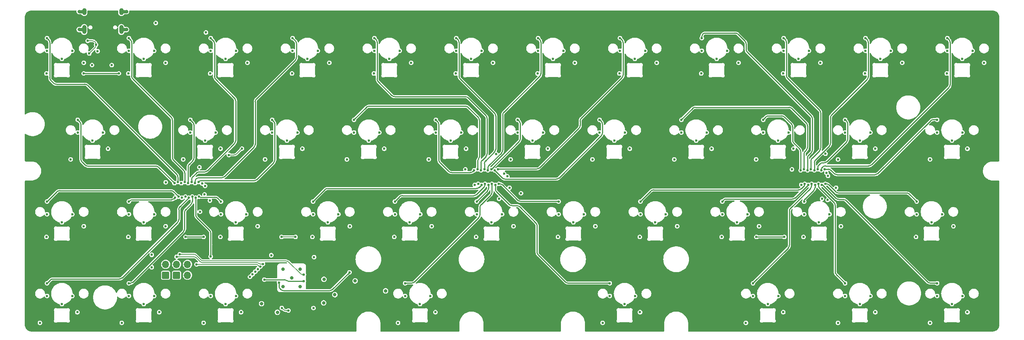
<source format=gbr>
%TF.GenerationSoftware,KiCad,Pcbnew,8.0.4*%
%TF.CreationDate,2024-09-01T23:08:26+02:00*%
%TF.ProjectId,feb42-rounded,66656234-322d-4726-9f75-6e6465642e6b,rev?*%
%TF.SameCoordinates,Original*%
%TF.FileFunction,Copper,L4,Bot*%
%TF.FilePolarity,Positive*%
%FSLAX46Y46*%
G04 Gerber Fmt 4.6, Leading zero omitted, Abs format (unit mm)*
G04 Created by KiCad (PCBNEW 8.0.4) date 2024-09-01 23:08:26*
%MOMM*%
%LPD*%
G01*
G04 APERTURE LIST*
G04 Aperture macros list*
%AMRoundRect*
0 Rectangle with rounded corners*
0 $1 Rounding radius*
0 $2 $3 $4 $5 $6 $7 $8 $9 X,Y pos of 4 corners*
0 Add a 4 corners polygon primitive as box body*
4,1,4,$2,$3,$4,$5,$6,$7,$8,$9,$2,$3,0*
0 Add four circle primitives for the rounded corners*
1,1,$1+$1,$2,$3*
1,1,$1+$1,$4,$5*
1,1,$1+$1,$6,$7*
1,1,$1+$1,$8,$9*
0 Add four rect primitives between the rounded corners*
20,1,$1+$1,$2,$3,$4,$5,0*
20,1,$1+$1,$4,$5,$6,$7,0*
20,1,$1+$1,$6,$7,$8,$9,0*
20,1,$1+$1,$8,$9,$2,$3,0*%
G04 Aperture macros list end*
%TA.AperFunction,ComponentPad*%
%ADD10O,1.000000X1.600000*%
%TD*%
%TA.AperFunction,ComponentPad*%
%ADD11O,1.000000X2.100000*%
%TD*%
%TA.AperFunction,ComponentPad*%
%ADD12C,0.800000*%
%TD*%
%TA.AperFunction,ComponentPad*%
%ADD13O,1.700000X1.700000*%
%TD*%
%TA.AperFunction,ComponentPad*%
%ADD14RoundRect,0.250000X0.600000X-0.600000X0.600000X0.600000X-0.600000X0.600000X-0.600000X-0.600000X0*%
%TD*%
%TA.AperFunction,ViaPad*%
%ADD15C,0.800000*%
%TD*%
%TA.AperFunction,ViaPad*%
%ADD16C,0.600000*%
%TD*%
%TA.AperFunction,Conductor*%
%ADD17C,0.200000*%
%TD*%
%TA.AperFunction,Conductor*%
%ADD18C,0.250000*%
%TD*%
%TA.AperFunction,Conductor*%
%ADD19C,0.800000*%
%TD*%
G04 APERTURE END LIST*
D10*
%TO.P,USB1,S1,SHIELD*%
%TO.N,GND*%
X48930000Y-67850000D03*
D11*
X48930000Y-72030000D03*
D10*
X57570000Y-67850000D03*
D11*
X57570000Y-72030000D03*
%TD*%
D12*
%TO.P,MCU1,23,VSS*%
%TO.N,GND*%
X99200000Y-127900000D03*
X95200000Y-127900000D03*
X97200000Y-129900000D03*
X99200000Y-131900000D03*
X95200000Y-131900000D03*
%TD*%
D13*
%TO.P,SWD1,6,Pin_6*%
%TO.N,SWDIO*%
X72960000Y-126750000D03*
%TO.P,SWD1,5,Pin_5*%
%TO.N,+3V3*%
X72960000Y-129290000D03*
%TO.P,SWD1,4,Pin_4*%
%TO.N,SWCLK*%
X70420000Y-126750000D03*
D14*
%TO.P,SWD1,3,Pin_3*%
%TO.N,GND*%
X70420000Y-129290000D03*
D13*
%TO.P,SWD1,2,Pin_2*%
%TO.N,SWO*%
X67880000Y-126750000D03*
D14*
%TO.P,SWD1,1,Pin_1*%
%TO.N,GND*%
X67880000Y-129290000D03*
%TD*%
D15*
%TO.N,GND*%
X90200000Y-135920000D03*
X93900000Y-137920000D03*
D16*
X213650000Y-104630000D03*
X223925000Y-108900000D03*
%TO.N,SW21*%
X215675000Y-104825000D03*
%TO.N,SW34*%
X221425000Y-107974999D03*
%TO.N,SW20*%
X216475000Y-104575000D03*
%TO.N,SW42*%
X220624999Y-108224999D03*
%TO.N,SW9*%
X217275000Y-104825000D03*
%TO.N,SW41*%
X219825000Y-107974999D03*
%TO.N,SW10*%
X218075000Y-104575000D03*
%TO.N,SW33*%
X219025000Y-108224999D03*
%TO.N,SW11*%
X218875000Y-104825000D03*
%TO.N,SW40*%
X218225000Y-107974999D03*
%TO.N,SW22*%
X219675000Y-104575000D03*
%TO.N,SW32*%
X217425000Y-108224999D03*
%TO.N,SW12*%
X220475000Y-104825000D03*
%TO.N,SW31*%
X216624999Y-107974999D03*
%TO.N,SW23*%
X221275000Y-104575000D03*
%TO.N,GND*%
X215825000Y-108224999D03*
X137650000Y-104630000D03*
X147925000Y-108900000D03*
%TO.N,SW17*%
X139675000Y-104825000D03*
%TO.N,SW30*%
X145425000Y-107974999D03*
%TO.N,SW16*%
X140474999Y-104575000D03*
%TO.N,SW39*%
X144625000Y-108224999D03*
%TO.N,SW5*%
X141275000Y-104825000D03*
%TO.N,SW38*%
X143825000Y-107974999D03*
%TO.N,SW6*%
X142075000Y-104575000D03*
%TO.N,SW29*%
X143025000Y-108224999D03*
%TO.N,SW7*%
X142875000Y-104825000D03*
%TO.N,SW28*%
X142225000Y-107974999D03*
%TO.N,SW18*%
X143675000Y-104575000D03*
%TO.N,SW27*%
X141425000Y-108224999D03*
%TO.N,SW19*%
X144474999Y-104825000D03*
%TO.N,GND*%
X140625000Y-107974999D03*
%TO.N,SW8*%
X145275000Y-104575000D03*
%TO.N,GND*%
X139825000Y-108224999D03*
X67900000Y-107630000D03*
X78175000Y-111900000D03*
%TO.N,SW13*%
X69925000Y-107825000D03*
%TO.N,SW26*%
X75675000Y-110974999D03*
%TO.N,SW1*%
X70725000Y-107575000D03*
%TO.N,SW37*%
X74875000Y-111224999D03*
%TO.N,GND*%
X71525000Y-107825000D03*
%TO.N,SW36*%
X74075000Y-110974999D03*
%TO.N,SW2*%
X72325000Y-107575000D03*
%TO.N,SW35*%
X73274999Y-111224999D03*
%TO.N,SW14*%
X73125000Y-107825000D03*
%TO.N,GND*%
X72475000Y-110974999D03*
%TO.N,SW3*%
X73925000Y-107575000D03*
%TO.N,GND*%
X71675000Y-111224999D03*
%TO.N,SW4*%
X74725000Y-107825000D03*
%TO.N,SW24*%
X70875000Y-110974999D03*
%TO.N,SW15*%
X75525000Y-107575000D03*
%TO.N,SW25*%
X70075000Y-111224999D03*
D15*
%TO.N,GND*%
X58750000Y-72030000D03*
X58750000Y-67850000D03*
X47750000Y-72030000D03*
X47750000Y-67850000D03*
D16*
X254493750Y-137905000D03*
%TO.N,+5V*%
X245793750Y-139425000D03*
%TO.N,GND*%
X245793750Y-140385000D03*
X250893750Y-136012500D03*
X247443750Y-134117500D03*
X253343750Y-134117500D03*
%TO.N,SW42*%
X247443750Y-131157499D03*
%TO.N,GND*%
X233062500Y-137905000D03*
%TO.N,+5V*%
X224362500Y-139425000D03*
%TO.N,GND*%
X224362500Y-140385000D03*
X229462500Y-136012500D03*
X226012500Y-134117500D03*
X231912500Y-134117500D03*
%TO.N,SW41*%
X226012500Y-131157499D03*
%TO.N,GND*%
X211631250Y-137905000D03*
%TO.N,+5V*%
X202931250Y-139425000D03*
%TO.N,GND*%
X202931250Y-140385000D03*
X208031250Y-136012500D03*
X204581250Y-134117500D03*
X210481250Y-134117500D03*
%TO.N,SW40*%
X204581250Y-131157499D03*
%TO.N,GND*%
X178293750Y-137905000D03*
%TO.N,+5V*%
X169593750Y-139425000D03*
%TO.N,GND*%
X169593750Y-140385000D03*
X174693750Y-136012500D03*
X171243750Y-134117500D03*
X177143750Y-134117500D03*
%TO.N,SW39*%
X171243750Y-131157499D03*
%TO.N,GND*%
X130668750Y-137905000D03*
%TO.N,+5V*%
X121968750Y-139425000D03*
%TO.N,GND*%
X121968750Y-140385000D03*
X127068750Y-136012500D03*
X123618750Y-134117500D03*
X129518750Y-134117500D03*
%TO.N,SW38*%
X123618750Y-131157499D03*
%TO.N,GND*%
X85425000Y-137905000D03*
%TO.N,+5V*%
X76725000Y-139425000D03*
%TO.N,GND*%
X76725000Y-140385000D03*
X81825000Y-136012500D03*
X78375000Y-134117500D03*
X84275000Y-134117500D03*
X66374999Y-137905000D03*
%TO.N,+5V*%
X57675000Y-139425000D03*
%TO.N,GND*%
X57675000Y-140385000D03*
X62775000Y-136012500D03*
X59325000Y-134117500D03*
X65225000Y-134117500D03*
%TO.N,SW36*%
X59325000Y-131157499D03*
%TO.N,GND*%
X47325000Y-137905000D03*
%TO.N,+5V*%
X38625000Y-139425000D03*
%TO.N,GND*%
X38625000Y-140385000D03*
X43725000Y-136012500D03*
X40274999Y-134117500D03*
X46175000Y-134117500D03*
%TO.N,SW35*%
X40274999Y-131157499D03*
%TO.N,GND*%
X242531250Y-120355000D03*
%TO.N,+5V*%
X251231250Y-118835000D03*
%TO.N,GND*%
X251231250Y-117875000D03*
X246131250Y-116962500D03*
X242681250Y-115067500D03*
X248581250Y-115067500D03*
%TO.N,SW34*%
X242681250Y-112107500D03*
%TO.N,GND*%
X216337500Y-120355000D03*
%TO.N,+5V*%
X225037500Y-118835000D03*
%TO.N,GND*%
X225037500Y-117875000D03*
X219937500Y-116962500D03*
X216487500Y-115067500D03*
X222387500Y-115067500D03*
%TO.N,SW33*%
X216487500Y-112107500D03*
%TO.N,GND*%
X197287500Y-120355000D03*
%TO.N,+5V*%
X205987500Y-118835000D03*
%TO.N,GND*%
X205987500Y-117875000D03*
X200887500Y-116962500D03*
X197437500Y-115067500D03*
X203337500Y-115067500D03*
%TO.N,SW32*%
X197437500Y-112107500D03*
%TO.N,GND*%
X178237500Y-120355000D03*
%TO.N,+5V*%
X186937500Y-118835000D03*
%TO.N,GND*%
X186937500Y-117875000D03*
X181837500Y-116962500D03*
X178387500Y-115067500D03*
X184287500Y-115067500D03*
%TO.N,SW31*%
X178387500Y-112107500D03*
%TO.N,GND*%
X159187500Y-120355000D03*
%TO.N,+5V*%
X167887500Y-118835000D03*
%TO.N,GND*%
X167887500Y-117875000D03*
X162787500Y-116962500D03*
X159337500Y-115067500D03*
X165237500Y-115067500D03*
%TO.N,SW30*%
X159337500Y-112107500D03*
%TO.N,GND*%
X140137500Y-120355000D03*
%TO.N,+5V*%
X148837500Y-118835000D03*
%TO.N,GND*%
X148837500Y-117875000D03*
X143737500Y-116962500D03*
X140287500Y-115067500D03*
X146187500Y-115067500D03*
%TO.N,SW29*%
X140287500Y-112107500D03*
%TO.N,GND*%
X121087500Y-120355000D03*
%TO.N,+5V*%
X129787500Y-118835000D03*
%TO.N,GND*%
X129787500Y-117875000D03*
X124687500Y-116962500D03*
X121237500Y-115067500D03*
X127137500Y-115067500D03*
%TO.N,SW28*%
X121237500Y-112107500D03*
%TO.N,GND*%
X102037500Y-120355000D03*
%TO.N,+5V*%
X110737500Y-118835000D03*
%TO.N,GND*%
X110737500Y-117875000D03*
X105637500Y-116962500D03*
X102187500Y-115067500D03*
X108087500Y-115067500D03*
%TO.N,SW27*%
X102187500Y-112107500D03*
%TO.N,GND*%
X80606250Y-120355000D03*
%TO.N,+5V*%
X89306250Y-118835000D03*
%TO.N,GND*%
X89306250Y-117875000D03*
X84206250Y-116962500D03*
X80756250Y-115067500D03*
X86656250Y-115067500D03*
%TO.N,SW26*%
X80756250Y-112107500D03*
%TO.N,GND*%
X59175001Y-120355000D03*
%TO.N,+5V*%
X67875000Y-118835000D03*
%TO.N,GND*%
X67875000Y-117875000D03*
X62775000Y-116962500D03*
X59325000Y-115067500D03*
X65225000Y-115067500D03*
%TO.N,SW25*%
X59325000Y-112107500D03*
%TO.N,GND*%
X40125000Y-120355000D03*
%TO.N,+5V*%
X48825000Y-118835000D03*
%TO.N,GND*%
X48825000Y-117875000D03*
X43725000Y-116962500D03*
X40274999Y-115067500D03*
X46175000Y-115067500D03*
%TO.N,SW24*%
X40274999Y-112107500D03*
%TO.N,GND*%
X254493750Y-99805000D03*
%TO.N,+5V*%
X245793750Y-101325000D03*
%TO.N,GND*%
X245793750Y-102285000D03*
X250893750Y-97912500D03*
X247443750Y-96017500D03*
X253343750Y-96017500D03*
%TO.N,SW23*%
X247443750Y-93057500D03*
%TO.N,GND*%
X233062500Y-99805000D03*
%TO.N,+5V*%
X224362500Y-101325000D03*
%TO.N,GND*%
X224362500Y-102285000D03*
X229462500Y-97912500D03*
X226012500Y-96017500D03*
X231912500Y-96017500D03*
%TO.N,SW22*%
X226012500Y-93057500D03*
%TO.N,GND*%
X214012500Y-99805000D03*
%TO.N,+5V*%
X205312500Y-101325000D03*
%TO.N,GND*%
X205312500Y-102285000D03*
X210412500Y-97912500D03*
X206962500Y-96017500D03*
X212862500Y-96017500D03*
%TO.N,SW21*%
X206962500Y-93057500D03*
%TO.N,GND*%
X194962500Y-99805000D03*
%TO.N,+5V*%
X186262500Y-101325000D03*
%TO.N,GND*%
X186262500Y-102285000D03*
X191362500Y-97912500D03*
X187912500Y-96017500D03*
X193812500Y-96017500D03*
%TO.N,SW20*%
X187912500Y-93057500D03*
%TO.N,GND*%
X175912500Y-99805000D03*
%TO.N,+5V*%
X167212498Y-101325000D03*
%TO.N,GND*%
X167212498Y-102285000D03*
X172312500Y-97912500D03*
X168862500Y-96017500D03*
X174762500Y-96017500D03*
%TO.N,SW19*%
X168862500Y-93057500D03*
%TO.N,GND*%
X156862500Y-99805000D03*
%TO.N,+5V*%
X148162500Y-101325000D03*
%TO.N,GND*%
X148162500Y-102285000D03*
X153262500Y-97912500D03*
X149812500Y-96017500D03*
X155712500Y-96017500D03*
%TO.N,SW18*%
X149812500Y-93057500D03*
%TO.N,GND*%
X137812500Y-99805000D03*
%TO.N,+5V*%
X129112500Y-101325000D03*
%TO.N,GND*%
X129112500Y-102285000D03*
X134212500Y-97912500D03*
X130762500Y-96017500D03*
X136662500Y-96017500D03*
%TO.N,SW17*%
X130762500Y-93057500D03*
%TO.N,GND*%
X118762500Y-99805000D03*
%TO.N,+5V*%
X110062500Y-101325000D03*
%TO.N,GND*%
X110062500Y-102285000D03*
X115162500Y-97912500D03*
X111712500Y-96017500D03*
X117612500Y-96017500D03*
%TO.N,SW16*%
X111712500Y-93057500D03*
%TO.N,GND*%
X99712500Y-99805000D03*
%TO.N,+5V*%
X91012500Y-101325000D03*
%TO.N,GND*%
X91012500Y-102285000D03*
X96112500Y-97912500D03*
X92662500Y-96017500D03*
X98562500Y-96017500D03*
%TO.N,SW15*%
X92662500Y-93057500D03*
%TO.N,GND*%
X80662500Y-99805000D03*
%TO.N,+5V*%
X71962500Y-101325000D03*
%TO.N,GND*%
X71962500Y-102285000D03*
X77062500Y-97912500D03*
X73612500Y-96017500D03*
X79512500Y-96017500D03*
%TO.N,SW14*%
X73612500Y-93057500D03*
%TO.N,GND*%
X54468750Y-99805000D03*
%TO.N,+5V*%
X45768750Y-101325000D03*
%TO.N,GND*%
X45768750Y-102285000D03*
X50868750Y-97912500D03*
X47418750Y-96017500D03*
X53318750Y-96017500D03*
%TO.N,SW13*%
X47418750Y-93057500D03*
%TO.N,GND*%
X249675000Y-82255000D03*
%TO.N,+5V*%
X258375000Y-80735000D03*
%TO.N,GND*%
X258375000Y-79775000D03*
X253275000Y-78862500D03*
X249825000Y-76967500D03*
X255725000Y-76967500D03*
%TO.N,SW12*%
X249825000Y-74007500D03*
%TO.N,GND*%
X230625000Y-82255000D03*
%TO.N,+5V*%
X239325000Y-80735000D03*
%TO.N,GND*%
X239325000Y-79775000D03*
X234225000Y-78862500D03*
X230775000Y-76967500D03*
X236675000Y-76967500D03*
%TO.N,SW11*%
X230775000Y-74007500D03*
%TO.N,GND*%
X211575000Y-82255000D03*
%TO.N,+5V*%
X220275000Y-80735000D03*
%TO.N,GND*%
X220275000Y-79775000D03*
X215175000Y-78862500D03*
X211725000Y-76967500D03*
X217625000Y-76967500D03*
%TO.N,SW10*%
X211725000Y-74007500D03*
%TO.N,GND*%
X192525000Y-82255000D03*
%TO.N,+5V*%
X201225000Y-80735000D03*
%TO.N,GND*%
X201225000Y-79775000D03*
X196125000Y-78862500D03*
X192675000Y-76967500D03*
X198575000Y-76967500D03*
%TO.N,SW9*%
X192675000Y-74007500D03*
%TO.N,GND*%
X173475000Y-82255000D03*
%TO.N,+5V*%
X182175000Y-80735000D03*
%TO.N,GND*%
X182175000Y-79775000D03*
X177075000Y-78862500D03*
X173625000Y-76967500D03*
X179525000Y-76967500D03*
%TO.N,SW8*%
X173625000Y-74007500D03*
%TO.N,GND*%
X154425000Y-82255000D03*
%TO.N,+5V*%
X163125000Y-80735000D03*
%TO.N,GND*%
X163125000Y-79775000D03*
X158025000Y-78862500D03*
X154575000Y-76967500D03*
X160475000Y-76967500D03*
%TO.N,SW7*%
X154575000Y-74007500D03*
%TO.N,GND*%
X135375000Y-82255000D03*
%TO.N,+5V*%
X144075000Y-80735000D03*
%TO.N,GND*%
X144075000Y-79775000D03*
X138975000Y-78862500D03*
X135525000Y-76967500D03*
X141425000Y-76967500D03*
%TO.N,SW6*%
X135525000Y-74007500D03*
%TO.N,GND*%
X116325000Y-82255000D03*
%TO.N,+5V*%
X125025000Y-80735000D03*
%TO.N,GND*%
X125025000Y-79775000D03*
X119925000Y-78862500D03*
X116475000Y-76967500D03*
X122375000Y-76967500D03*
%TO.N,SW5*%
X116475000Y-74007500D03*
%TO.N,GND*%
X97275000Y-82255000D03*
%TO.N,+5V*%
X105975000Y-80735000D03*
%TO.N,GND*%
X105975000Y-79775000D03*
X100875000Y-78862500D03*
X97424999Y-76967500D03*
X103325000Y-76967500D03*
%TO.N,SW4*%
X97424999Y-74007500D03*
%TO.N,GND*%
X78225000Y-82255000D03*
%TO.N,+5V*%
X86925000Y-80735000D03*
%TO.N,GND*%
X86925000Y-79775000D03*
X81825000Y-78862500D03*
X78375000Y-76967500D03*
X84275000Y-76967500D03*
%TO.N,SW3*%
X78375000Y-74007500D03*
%TO.N,GND*%
X59175001Y-82255000D03*
%TO.N,+5V*%
X67875000Y-80735000D03*
%TO.N,GND*%
X67875000Y-79775000D03*
X62775000Y-78862500D03*
X59325000Y-76967500D03*
X65225000Y-76967500D03*
%TO.N,SW2*%
X59325000Y-74007500D03*
%TO.N,GND*%
X40125000Y-82255000D03*
%TO.N,+5V*%
X48825000Y-80735000D03*
%TO.N,GND*%
X48825000Y-79775000D03*
X43725000Y-78862500D03*
X40274999Y-76967500D03*
X46175000Y-76967500D03*
%TO.N,SW1*%
X40274999Y-74007500D03*
%TO.N,Net-(LED1-DOUT)*%
X48820000Y-82240000D03*
X57000000Y-82240000D03*
%TO.N,Net-(LED14-DIN)*%
X85640000Y-99770000D03*
X82610000Y-101250000D03*
%TO.N,Net-(LED25-DOUT)*%
X72500000Y-120350000D03*
X76710000Y-120350000D03*
%TO.N,Net-(LED26-DOUT)*%
X98110000Y-120355000D03*
X94850000Y-120355000D03*
%TO.N,Net-(LED32-DOUT)*%
X205380000Y-120355000D03*
X211890000Y-120355000D03*
%TO.N,+3V3*%
X50100000Y-77600000D03*
X51680002Y-75550000D03*
X49750000Y-74650000D03*
%TO.N,GND*%
X65590000Y-70500000D03*
X144840000Y-101070000D03*
X102430000Y-125070000D03*
X55347501Y-80305000D03*
X75730000Y-104120000D03*
D15*
X104657501Y-135740000D03*
D16*
X50747501Y-80300000D03*
D15*
X119070000Y-132920000D03*
D16*
X92470000Y-124620000D03*
X64640000Y-124530000D03*
X77260000Y-72710000D03*
X64640000Y-127440000D03*
D15*
X107250002Y-133830000D03*
X111967501Y-130600000D03*
D16*
X102282499Y-136930000D03*
X221470000Y-100960000D03*
D15*
X104730000Y-130230000D03*
D16*
X52047501Y-77050000D03*
%TO.N,+5V*%
X68450000Y-73650000D03*
X69100000Y-74100000D03*
X36320000Y-83447500D03*
X54037501Y-76795000D03*
X69750000Y-73625000D03*
X69100000Y-73150000D03*
%TO.N,SW37*%
X78375000Y-124930000D03*
%TO.N,SEL1*%
X220655000Y-111470000D03*
X89320000Y-127860000D03*
X145470000Y-111480000D03*
X75880000Y-114490000D03*
%TO.N,SEL3*%
X87520000Y-129660000D03*
X221670000Y-105420000D03*
X146670000Y-105606196D03*
X76375693Y-107907911D03*
%TO.N,SEL4*%
X222043698Y-106127357D03*
X88120000Y-129060000D03*
X77050000Y-108450000D03*
X147430000Y-106231196D03*
%TO.N,SEL2*%
X88720000Y-128460000D03*
X150590000Y-110180000D03*
X76928749Y-110477499D03*
X221958456Y-111742341D03*
%TO.N,/OSC_OUT*%
X94920000Y-136920000D03*
X96469265Y-137509265D03*
%TO.N,RGB_DATA*%
X100050000Y-130650000D03*
X90850000Y-130310000D03*
%TO.N,BOOT*%
X94268397Y-130986624D03*
X110665001Y-128605000D03*
%TO.N,SWCLK*%
X90520000Y-126660000D03*
X70440000Y-124990000D03*
%TO.N,SWDIO*%
X89920000Y-127260000D03*
X75080000Y-126750000D03*
%TO.N,SWO*%
X71170000Y-124390000D03*
X100060000Y-129150000D03*
%TD*%
D17*
%TO.N,SWO*%
X96518863Y-126228913D02*
G75*
G03*
X95845506Y-125950004I-673363J-673387D01*
G01*
X75034599Y-124668913D02*
G75*
G03*
X74361242Y-124389978I-673399J-673387D01*
G01*
X76036772Y-125671086D02*
G75*
G03*
X76710129Y-125949971I673328J673386D01*
G01*
X99220729Y-128930779D02*
G75*
G03*
X99749975Y-129150008I529271J529279D01*
G01*
%TO.N,SWDIO*%
X89450786Y-127005000D02*
G75*
G03*
X88835161Y-126750020I-615586J-615600D01*
G01*
X89630049Y-127184263D02*
G75*
G03*
X89812893Y-127259999I182851J182863D01*
G01*
%TO.N,SWCLK*%
X75871086Y-126071086D02*
G75*
G03*
X76544443Y-126349961I673314J673386D01*
G01*
X75068913Y-125268913D02*
G75*
G03*
X74395556Y-124990039I-673313J-673387D01*
G01*
X89516471Y-126505000D02*
G75*
G03*
X89890674Y-126660019I374229J374200D01*
G01*
X89516471Y-126505000D02*
G75*
G03*
X89142267Y-126350022I-374171J-374200D01*
G01*
D18*
%TO.N,BOOT*%
X94268397Y-131813953D02*
G75*
G03*
X94547280Y-132487340I952303J-47D01*
G01*
X94671086Y-132611086D02*
G75*
G03*
X95344443Y-132889961I673314J673386D01*
G01*
X106658914Y-132611086D02*
G75*
G02*
X105985557Y-132889961I-673314J673386D01*
G01*
%TO.N,RGB_DATA*%
X95930000Y-130480000D02*
G75*
G03*
X95519583Y-130310007I-410400J-410400D01*
G01*
X95930000Y-130480000D02*
G75*
G03*
X96340416Y-130649993I410400J410400D01*
G01*
D17*
%TO.N,/OSC_OUT*%
X95230351Y-137230351D02*
G75*
G03*
X95903708Y-137509261I673349J673351D01*
G01*
D18*
%TO.N,SW42*%
X245210590Y-130841785D02*
G75*
G03*
X245883947Y-131120728I673410J673385D01*
G01*
X220828032Y-108278032D02*
G75*
G03*
X220699999Y-108225010I-128032J-128068D01*
G01*
X223901086Y-111351086D02*
G75*
G03*
X224574443Y-111629961I673314J673386D01*
G01*
X226277718Y-111908913D02*
G75*
G03*
X225604361Y-111630036I-673318J-673387D01*
G01*
%TO.N,SW41*%
X219825000Y-108349999D02*
G75*
G03*
X220090171Y-108990159I905300J-1D01*
G01*
X223441087Y-112341087D02*
G75*
G02*
X223719961Y-113014444I-673387J-673313D01*
G01*
X223720001Y-128433755D02*
G75*
G03*
X223998886Y-129107140I952299J-45D01*
G01*
%TO.N,SW40*%
X218225000Y-108390556D02*
G75*
G02*
X217946114Y-109063941I-952300J-44D01*
G01*
X213050001Y-122257505D02*
G75*
G02*
X212771091Y-122930866I-952301J5D01*
G01*
X213328914Y-113681085D02*
G75*
G03*
X213050039Y-114354442I673386J-673315D01*
G01*
%TO.N,SW39*%
X154330001Y-123876752D02*
G75*
G03*
X154608884Y-124550139I952299J-48D01*
G01*
X144625000Y-109190556D02*
G75*
G03*
X144903885Y-109863941I952300J-44D01*
G01*
X150288913Y-113338913D02*
G75*
G03*
X149615556Y-113060039I-673313J-673387D01*
G01*
X147821086Y-112781086D02*
G75*
G03*
X148494443Y-113059961I673314J673386D01*
G01*
X160900590Y-130841785D02*
G75*
G03*
X161573947Y-131120728I673410J673385D01*
G01*
X154051087Y-117101087D02*
G75*
G02*
X154329961Y-117774444I-673387J-673313D01*
G01*
%TO.N,SW38*%
X125788214Y-130841785D02*
G75*
G02*
X125114857Y-131120660I-673314J673385D01*
G01*
X143825000Y-109930556D02*
G75*
G02*
X143546114Y-110603941I-952300J-44D01*
G01*
X141030000Y-115205556D02*
G75*
G02*
X140751114Y-115878941I-952300J-44D01*
G01*
X141308913Y-112841086D02*
G75*
G03*
X141030039Y-113514443I673387J-673314D01*
G01*
%TO.N,SW37*%
X78375001Y-122135001D02*
X78375000Y-122135002D01*
X78375001Y-122134999D02*
X78375001Y-122135001D01*
X78096087Y-118796087D02*
G75*
G02*
X78374961Y-119469444I-673387J-673313D01*
G01*
X74875000Y-115180556D02*
G75*
G03*
X75153885Y-115853941I952300J-44D01*
G01*
X78375001Y-122135001D02*
X78375000Y-122135002D01*
X78375001Y-122135000D02*
X78375001Y-122135001D01*
X78375000Y-122135002D02*
X78375001Y-122134999D01*
X78375000Y-122135002D02*
X78375001Y-122135000D01*
%TO.N,SW36*%
X72290000Y-118445556D02*
G75*
G02*
X72011114Y-119118941I-952300J-44D01*
G01*
X74075000Y-112050556D02*
G75*
G02*
X73796114Y-112723941I-952300J-44D01*
G01*
X72568913Y-113951086D02*
G75*
G03*
X72290039Y-114624443I673387J-673314D01*
G01*
X60198042Y-130931957D02*
G75*
G02*
X59647501Y-131159995I-550542J550557D01*
G01*
%TO.N,SW35*%
X57747717Y-129882282D02*
G75*
G02*
X57074360Y-130161160I-673317J673382D01*
G01*
X70940000Y-116295556D02*
G75*
G02*
X70661114Y-116968941I-952300J-44D01*
G01*
X41668246Y-130161196D02*
G75*
G03*
X40994859Y-130440079I-46J-952304D01*
G01*
X71218913Y-113281084D02*
G75*
G03*
X70940037Y-113954441I673387J-673316D01*
G01*
%TO.N,SW34*%
X222182988Y-108172988D02*
G75*
G03*
X221704999Y-107975006I-477988J-478012D01*
G01*
X241010660Y-110400109D02*
G75*
G03*
X240337303Y-110121203I-673360J-673391D01*
G01*
X223852282Y-109842282D02*
G75*
G03*
X224525639Y-110121161I673318J673382D01*
G01*
%TO.N,SW33*%
X216610185Y-111601011D02*
G75*
G03*
X216487507Y-111897198I296215J-296189D01*
G01*
X219025000Y-108791753D02*
G75*
G02*
X218746066Y-109465090I-952300J53D01*
G01*
%TO.N,SW32*%
X214397716Y-111252282D02*
G75*
G02*
X213724359Y-111531159I-673316J673382D01*
G01*
X198358491Y-111531196D02*
G75*
G03*
X197707254Y-111800949I9J-921004D01*
G01*
%TO.N,SW31*%
X181452644Y-109400000D02*
G75*
G03*
X180779259Y-109678885I-44J-952300D01*
G01*
X216624999Y-108141941D02*
G75*
G02*
X216506924Y-108426902I-402999J41D01*
G01*
X215812796Y-109121086D02*
G75*
G02*
X215139439Y-109400019I-673396J673386D01*
G01*
%TO.N,SW30*%
X149831786Y-111791786D02*
G75*
G03*
X150505143Y-112070661I673314J673386D01*
G01*
X146223595Y-108183595D02*
G75*
G03*
X145719999Y-107975002I-503595J-503605D01*
G01*
%TO.N,SW29*%
X143025000Y-108975556D02*
G75*
G02*
X142746114Y-109648941I-952300J-44D01*
G01*
X140337310Y-112057689D02*
G75*
G02*
X140305900Y-112070706I-31410J31389D01*
G01*
%TO.N,SW28*%
X140267717Y-110462282D02*
G75*
G02*
X139594360Y-110741160I-673317J673382D01*
G01*
X122961448Y-110741196D02*
G75*
G03*
X122288060Y-111020078I-48J-952304D01*
G01*
X142225000Y-108239999D02*
G75*
G02*
X142037623Y-108692390I-639800J-1D01*
G01*
%TO.N,SW27*%
X105582644Y-109070000D02*
G75*
G03*
X104909259Y-109348885I-44J-952300D01*
G01*
X140858912Y-108791086D02*
G75*
G02*
X140185555Y-109069959I-673312J673386D01*
G01*
%TO.N,SW26*%
X75738750Y-111038749D02*
G75*
G03*
X75892656Y-111102517I153950J153949D01*
G01*
X80027663Y-111381412D02*
G75*
G03*
X79354306Y-111102503I-673363J-673388D01*
G01*
%TO.N,SW25*%
X60041985Y-111690000D02*
G75*
G03*
X59535005Y-111900004I15J-717000D01*
G01*
X69842499Y-111457499D02*
G75*
G02*
X69281193Y-111689997I-561299J561299D01*
G01*
%TO.N,SW24*%
X69748914Y-109848913D02*
G75*
G03*
X69075557Y-109570039I-673314J-673387D01*
G01*
X43209443Y-109570000D02*
G75*
G03*
X42536059Y-109848886I-43J-952300D01*
G01*
%TO.N,SW23*%
X222743913Y-104853913D02*
G75*
G03*
X222070556Y-104575039I-673313J-673387D01*
G01*
X233658913Y-105551086D02*
G75*
G02*
X232985556Y-105829960I-673313J673386D01*
G01*
X246583743Y-93020700D02*
G75*
G03*
X245910359Y-93299586I-43J-952300D01*
G01*
X223441086Y-105551086D02*
G75*
G03*
X224114443Y-105829961I673314J673386D01*
G01*
%TO.N,SW22*%
X221767717Y-102812282D02*
G75*
G02*
X221094360Y-103091160I-673317J673382D01*
G01*
X219940164Y-103559834D02*
G75*
G03*
X219674990Y-104200000I640136J-640166D01*
G01*
X226358586Y-93366785D02*
G75*
G02*
X226637461Y-94040142I-673386J-673315D01*
G01*
X226637500Y-97548056D02*
G75*
G02*
X226358614Y-98221441I-952300J-44D01*
G01*
X220803247Y-103091196D02*
G75*
G03*
X220129860Y-103370079I-47J-952304D01*
G01*
%TO.N,SW21*%
X215396086Y-99796086D02*
G75*
G02*
X215674961Y-100469443I-673386J-673314D01*
G01*
X211898913Y-92418913D02*
G75*
G03*
X211225556Y-92140039I-673313J-673387D01*
G01*
X213531086Y-94051086D02*
G75*
G02*
X213809961Y-94724443I-673386J-673314D01*
G01*
X208237644Y-92140000D02*
G75*
G03*
X207564259Y-92418885I-44J-952300D01*
G01*
X213810000Y-97815556D02*
G75*
G03*
X214088885Y-98488941I952300J-44D01*
G01*
%TO.N,SW20*%
X191166448Y-90161196D02*
G75*
G03*
X190493060Y-90440078I-48J-952304D01*
G01*
X213640109Y-90440109D02*
G75*
G03*
X212966752Y-90161239I-673309J-673391D01*
G01*
X216753913Y-100346086D02*
G75*
G03*
X216475039Y-101019443I673387J-673314D01*
G01*
X217260000Y-99445556D02*
G75*
G02*
X216981114Y-100118941I-952300J-44D01*
G01*
X216981086Y-93781086D02*
G75*
G02*
X217259961Y-94454443I-673386J-673314D01*
G01*
%TO.N,SW19*%
X169560000Y-96075556D02*
G75*
G02*
X169281114Y-96748941I-952300J-44D01*
G01*
X169281086Y-93439285D02*
G75*
G02*
X169559961Y-94112642I-673386J-673315D01*
G01*
X146261085Y-106611086D02*
G75*
G03*
X146934442Y-106889961I673315J673386D01*
G01*
X159418913Y-106611086D02*
G75*
G02*
X158745556Y-106889960I-673313J673386D01*
G01*
%TO.N,SW18*%
X150158587Y-93366786D02*
G75*
G02*
X150437461Y-94040143I-673387J-673314D01*
G01*
X150437501Y-97418055D02*
G75*
G02*
X150158616Y-98091441I-952301J-45D01*
G01*
%TO.N,SW17*%
X139422500Y-105077500D02*
G75*
G02*
X138812911Y-105330005I-609600J609600D01*
G01*
X131462500Y-102398056D02*
G75*
G03*
X131741385Y-103071441I952300J-44D01*
G01*
X133721086Y-105051086D02*
G75*
G03*
X134394443Y-105329961I673314J673386D01*
G01*
X131183586Y-93478586D02*
G75*
G02*
X131462461Y-94151943I-673386J-673314D01*
G01*
%TO.N,SW16*%
X140687499Y-102222500D02*
G75*
G03*
X140475008Y-102735522I513001J-513000D01*
G01*
X140621086Y-92471086D02*
G75*
G02*
X140899961Y-93144443I-673386J-673314D01*
G01*
X138328913Y-90178913D02*
G75*
G03*
X137655556Y-89900039I-673313J-673387D01*
G01*
X115227644Y-89900000D02*
G75*
G03*
X114554259Y-90178885I-44J-952300D01*
G01*
X140900000Y-101709478D02*
G75*
G02*
X140687505Y-102222506I-725500J-22D01*
G01*
%TO.N,SW15*%
X75967144Y-107260000D02*
G75*
G03*
X75654488Y-107389488I-44J-442100D01*
G01*
X93287501Y-102378055D02*
G75*
G02*
X93008616Y-103051441I-952301J-45D01*
G01*
X93008587Y-93406086D02*
G75*
G02*
X93287461Y-94079443I-673387J-673314D01*
G01*
X89078913Y-106981086D02*
G75*
G02*
X88405556Y-107259960I-673313J673386D01*
G01*
X75544798Y-107499203D02*
G75*
G03*
X75525001Y-107547001I47802J-47797D01*
G01*
%TO.N,SW14*%
X73403913Y-103386086D02*
G75*
G03*
X73125039Y-104059443I673387J-673314D01*
G01*
X74470001Y-101925555D02*
G75*
G02*
X74191116Y-102598941I-952301J-45D01*
G01*
X74191087Y-93638586D02*
G75*
G02*
X74469961Y-94311943I-673387J-673314D01*
G01*
%TO.N,SW13*%
X49131086Y-103591086D02*
G75*
G03*
X49804443Y-103869961I673314J673386D01*
G01*
X47871086Y-93512335D02*
G75*
G02*
X48149997Y-94185692I-673386J-673365D01*
G01*
X66248913Y-104148913D02*
G75*
G03*
X65575556Y-103870039I-673313J-673387D01*
G01*
X48150000Y-102215556D02*
G75*
G03*
X48428885Y-102888941I952300J-44D01*
G01*
%TO.N,SW12*%
X220634098Y-104215900D02*
G75*
G03*
X220474999Y-104600000I384102J-384100D01*
G01*
X250450001Y-84865555D02*
G75*
G02*
X250171116Y-85538941I-952301J-45D01*
G01*
X232198913Y-103511086D02*
G75*
G02*
X231525556Y-103789960I-673313J673386D01*
G01*
X221454443Y-103790000D02*
G75*
G03*
X220781059Y-104068886I-43J-952300D01*
G01*
X250171087Y-74316786D02*
G75*
G02*
X250449961Y-74990143I-673387J-673314D01*
G01*
%TO.N,SW11*%
X222908913Y-91915887D02*
G75*
G03*
X222630039Y-92589244I673387J-673313D01*
G01*
X231400001Y-83030356D02*
G75*
G02*
X231121115Y-83703741I-952301J-44D01*
G01*
X222630000Y-98521672D02*
G75*
G02*
X222351106Y-99195049I-952300J-28D01*
G01*
X231121087Y-74316786D02*
G75*
G02*
X231399961Y-74990143I-673387J-673314D01*
G01*
X219153913Y-102392202D02*
G75*
G03*
X218874979Y-103065559I673387J-673398D01*
G01*
%TO.N,SW10*%
X220360000Y-99585556D02*
G75*
G02*
X220081114Y-100258941I-952300J-44D01*
G01*
X220081086Y-90811086D02*
G75*
G02*
X220359961Y-91484443I-673386J-673314D01*
G01*
X212071087Y-74316786D02*
G75*
G02*
X212349961Y-74990143I-673387J-673314D01*
G01*
X218353913Y-101986086D02*
G75*
G03*
X218075039Y-102659443I673387J-673314D01*
G01*
X212350001Y-82685557D02*
G75*
G03*
X212628887Y-83358941I952299J-43D01*
G01*
%TO.N,SW9*%
X203000001Y-76635557D02*
G75*
G03*
X203278887Y-77308941I952299J-43D01*
G01*
X201088914Y-73110109D02*
G75*
G03*
X200415557Y-72831236I-673314J-673391D01*
G01*
X193520018Y-72831196D02*
G75*
G03*
X192922494Y-73078689I-18J-845004D01*
G01*
X218141086Y-92171086D02*
G75*
G02*
X218419961Y-92844443I-673386J-673314D01*
G01*
X192902867Y-73098329D02*
G75*
G03*
X192675038Y-73648448I550133J-550071D01*
G01*
X217553913Y-101286086D02*
G75*
G03*
X217275039Y-101959443I673387J-673314D01*
G01*
X202721087Y-74742282D02*
G75*
G02*
X202999964Y-75415639I-673387J-673318D01*
G01*
X218420000Y-100025556D02*
G75*
G02*
X218141114Y-100698941I-952300J-44D01*
G01*
%TO.N,SW8*%
X154877717Y-104252282D02*
G75*
G02*
X154204360Y-104531160I-673317J673382D01*
G01*
X164628913Y-92681086D02*
G75*
G03*
X164350039Y-93354443I673387J-673314D01*
G01*
X174061086Y-74406785D02*
G75*
G02*
X174339961Y-75080142I-673386J-673315D01*
G01*
X174340000Y-82575556D02*
G75*
G02*
X174061114Y-83248941I-952300J-44D01*
G01*
X164350000Y-94385556D02*
G75*
G02*
X164071114Y-95058941I-952300J-44D01*
G01*
X145349778Y-104531196D02*
G75*
G03*
X145296908Y-104553104I22J-74804D01*
G01*
%TO.N,SW7*%
X154921087Y-74316786D02*
G75*
G02*
X155199961Y-74990143I-673387J-673314D01*
G01*
X146608913Y-91271086D02*
G75*
G03*
X146330039Y-91944443I673387J-673314D01*
G01*
X146330000Y-100095556D02*
G75*
G02*
X146051114Y-100768941I-952300J-44D01*
G01*
X143153913Y-103666086D02*
G75*
G03*
X142875039Y-104339443I673387J-673314D01*
G01*
X155200001Y-82285555D02*
G75*
G02*
X154921116Y-82958941I-952301J-45D01*
G01*
%TO.N,SW6*%
X144690000Y-99895556D02*
G75*
G02*
X144411114Y-100568941I-952300J-44D01*
G01*
X142353913Y-102626086D02*
G75*
G03*
X142075039Y-103299443I673387J-673314D01*
G01*
X135871087Y-74316786D02*
G75*
G02*
X136149961Y-74990143I-673387J-673314D01*
G01*
X136150001Y-82835557D02*
G75*
G03*
X136428887Y-83508941I952299J-43D01*
G01*
X144411086Y-91491086D02*
G75*
G02*
X144689961Y-92164443I-673386J-673314D01*
G01*
%TO.N,SW4*%
X74948098Y-106803098D02*
G75*
G03*
X74725002Y-107341705I538602J-538602D01*
G01*
X81538913Y-106301086D02*
G75*
G02*
X80865556Y-106579960I-673313J673386D01*
G01*
X88730000Y-98715556D02*
G75*
G02*
X88451114Y-99388941I-952300J-44D01*
G01*
X75486705Y-106580000D02*
G75*
G03*
X74948097Y-106803097I-5J-761700D01*
G01*
X98350001Y-78446752D02*
G75*
G02*
X98071067Y-79120089I-952301J52D01*
G01*
X89008913Y-88182283D02*
G75*
G03*
X88730036Y-88855640I673387J-673317D01*
G01*
X98071087Y-74656087D02*
G75*
G02*
X98349961Y-75329444I-673387J-673313D01*
G01*
%TO.N,SW3*%
X84150000Y-97945556D02*
G75*
G02*
X83871114Y-98618941I-952300J-44D01*
G01*
X74203913Y-106316086D02*
G75*
G03*
X73925039Y-106989443I673387J-673314D01*
G01*
X79240001Y-82936752D02*
G75*
G03*
X79518884Y-83610139I952299J-48D01*
G01*
X78961087Y-74596086D02*
G75*
G02*
X79239961Y-75269443I-673387J-673314D01*
G01*
X83871086Y-87962281D02*
G75*
G02*
X84149964Y-88635638I-673386J-673319D01*
G01*
X77548913Y-104941086D02*
G75*
G02*
X76875556Y-105219960I-673313J673386D01*
G01*
X75694443Y-105220000D02*
G75*
G03*
X75021059Y-105498886I-43J-952300D01*
G01*
%TO.N,SW2*%
X59950000Y-82845556D02*
G75*
G03*
X60228885Y-83518941I952300J-44D01*
G01*
X69181086Y-92471086D02*
G75*
G02*
X69459961Y-93144443I-673386J-673314D01*
G01*
X72046086Y-104806086D02*
G75*
G02*
X72324961Y-105479443I-673386J-673314D01*
G01*
X59671086Y-74356085D02*
G75*
G02*
X59949961Y-75029442I-673386J-673315D01*
G01*
X69460000Y-101825556D02*
G75*
G03*
X69738885Y-102498941I952300J-44D01*
G01*
%TO.N,SW1*%
X49720109Y-85040109D02*
G75*
G03*
X49046752Y-84761239I-673309J-673391D01*
G01*
X70446086Y-105766086D02*
G75*
G02*
X70724961Y-106439443I-673386J-673314D01*
G01*
X41741087Y-84482282D02*
G75*
G03*
X42414444Y-84761157I673313J673382D01*
G01*
X40900000Y-83246751D02*
G75*
G03*
X41178883Y-83920138I952300J-49D01*
G01*
X40621086Y-74356086D02*
G75*
G02*
X40899961Y-75029443I-673386J-673314D01*
G01*
%TO.N,SW5*%
X138288913Y-87938913D02*
G75*
G03*
X137615556Y-87660039I-673313J-673387D01*
G01*
X117100001Y-83546752D02*
G75*
G03*
X117378884Y-84220139I952299J-48D01*
G01*
X116821087Y-74316786D02*
G75*
G02*
X117099961Y-74990143I-673387J-673314D01*
G01*
X142411086Y-92061086D02*
G75*
G02*
X142689961Y-92734443I-673386J-673314D01*
G01*
X141553913Y-102470075D02*
G75*
G03*
X141275031Y-103143432I673387J-673325D01*
G01*
X120539891Y-87381086D02*
G75*
G03*
X121213248Y-87660028I673409J673386D01*
G01*
X142690000Y-100939545D02*
G75*
G02*
X142411070Y-101612886I-952300J45D01*
G01*
D17*
%TO.N,+3V3*%
X51440001Y-74890001D02*
G75*
G03*
X50860587Y-74650005I-579401J-579399D01*
G01*
X51680002Y-75784999D02*
G75*
G02*
X51513826Y-76186161I-567302J-1D01*
G01*
X51531510Y-74981510D02*
G75*
G02*
X51679996Y-75340001I-358510J-358490D01*
G01*
%TO.N,Net-(LED14-DIN)*%
X84438913Y-100971086D02*
G75*
G02*
X83765556Y-101249960I-673313J673386D01*
G01*
D18*
%TO.N,SW19*%
X144475000Y-104825001D02*
X146261085Y-106611086D01*
X144475000Y-104825001D02*
X144475000Y-104663200D01*
X146934442Y-106890000D02*
X158745556Y-106890000D01*
X169281086Y-96748913D02*
X159418913Y-106611086D01*
X169560000Y-96075556D02*
X169560000Y-94112642D01*
X169281086Y-93439285D02*
X168862501Y-93020700D01*
%TO.N,SW4*%
X98350001Y-78446752D02*
X98350001Y-75329444D01*
X98071087Y-79120109D02*
X89008913Y-88182283D01*
X81538913Y-106301086D02*
X88451086Y-99388913D01*
X88730000Y-98715556D02*
X88730000Y-88855640D01*
X74725000Y-107341705D02*
X74725000Y-107825000D01*
X80865556Y-106580000D02*
X75486705Y-106580000D01*
X98071087Y-74656087D02*
X97425000Y-74010000D01*
D19*
%TO.N,GND*%
X58750000Y-72030000D02*
X57500000Y-72030000D01*
X58750000Y-67850000D02*
X57500000Y-67850000D01*
X47750000Y-72030000D02*
X49000000Y-72030000D01*
X47750000Y-67850000D02*
X49000000Y-67850000D01*
D18*
%TO.N,SW8*%
X145275000Y-104575000D02*
X145296902Y-104553098D01*
X154877717Y-104252282D02*
X164071086Y-95058913D01*
X164350000Y-93354443D02*
X164350000Y-94385556D01*
X164628913Y-92681086D02*
X174061086Y-83248913D01*
X154204360Y-104531196D02*
X145349778Y-104531196D01*
X174340000Y-75080142D02*
X174340000Y-82575556D01*
X174061086Y-74406785D02*
X173625001Y-73970700D01*
%TO.N,SW15*%
X75967144Y-107260000D02*
X88405556Y-107260000D01*
X75525000Y-107575000D02*
X75525000Y-107547001D01*
X93008587Y-103051412D02*
X89078913Y-106981086D01*
X75654500Y-107389500D02*
X75544798Y-107499203D01*
X93287501Y-102378055D02*
X93287501Y-94079443D01*
X93008587Y-93406086D02*
X92662501Y-93060000D01*
%TO.N,Net-(LED1-DOUT)*%
X57000000Y-82240000D02*
X48820000Y-82240000D01*
D17*
%TO.N,Net-(LED14-DIN)*%
X83765556Y-101250000D02*
X82610000Y-101250000D01*
X85640000Y-99770000D02*
X84438913Y-100971086D01*
D18*
%TO.N,Net-(LED25-DOUT)*%
X72500000Y-120350000D02*
X76710000Y-120350000D01*
D17*
%TO.N,Net-(LED26-DOUT)*%
X94850000Y-120355000D02*
X98110000Y-120355000D01*
D18*
%TO.N,Net-(LED32-DOUT)*%
X205380000Y-120355000D02*
X211890000Y-120355000D01*
D17*
%TO.N,+3V3*%
X51513832Y-76186167D02*
X50100000Y-77600000D01*
X51680002Y-75784999D02*
X51680002Y-75550000D01*
X50860587Y-74650000D02*
X49750000Y-74650000D01*
X51440001Y-74890001D02*
X51531510Y-74981510D01*
X51680002Y-75340001D02*
X51680002Y-75550000D01*
D18*
%TO.N,SW5*%
X137615556Y-87660000D02*
X121213248Y-87660000D01*
X141275000Y-104825000D02*
X141275000Y-103143432D01*
X142690000Y-92734443D02*
X142690000Y-100939545D01*
X141553913Y-102470075D02*
X142411086Y-101612902D01*
X117100001Y-83546752D02*
X117100001Y-74990143D01*
X116821087Y-74316786D02*
X116475001Y-73970700D01*
X117378914Y-84220109D02*
X120539891Y-87381086D01*
X138288913Y-87938913D02*
X142411086Y-92061086D01*
%TO.N,SW1*%
X70725000Y-107575000D02*
X70725000Y-106439443D01*
X49046752Y-84761196D02*
X42414444Y-84761196D01*
X41741087Y-84482282D02*
X41178913Y-83920108D01*
X40621086Y-74356086D02*
X40275000Y-74010000D01*
X49720109Y-85040109D02*
X70446086Y-105766086D01*
X40900000Y-83246751D02*
X40900000Y-75029443D01*
%TO.N,SW2*%
X59950000Y-82845556D02*
X59950000Y-75029442D01*
X72325000Y-107575000D02*
X72325000Y-105479443D01*
X60228913Y-83518913D02*
X69181086Y-92471086D01*
X59671086Y-74356085D02*
X59325001Y-74010000D01*
X69460000Y-93144443D02*
X69460000Y-101825556D01*
X72046086Y-104806086D02*
X69738913Y-102498913D01*
%TO.N,SW3*%
X79240001Y-82936752D02*
X79240001Y-75269443D01*
X79518914Y-83610109D02*
X83871086Y-87962281D01*
X83871086Y-98618913D02*
X77548913Y-104941086D01*
X78961087Y-74596086D02*
X78375001Y-74010000D01*
X76875556Y-105220000D02*
X75694443Y-105220000D01*
X73925000Y-107575000D02*
X73925000Y-106989443D01*
X74203913Y-106316086D02*
X75021086Y-105498913D01*
X84150000Y-97945556D02*
X84150000Y-88635638D01*
%TO.N,SW6*%
X144690000Y-99895556D02*
X144690000Y-92164443D01*
X144411086Y-100568913D02*
X142353913Y-102626086D01*
X136150001Y-74990143D02*
X136150001Y-82835557D01*
X136428914Y-83508914D02*
X144411086Y-91491086D01*
X142075000Y-103299443D02*
X142075000Y-104575000D01*
X135871087Y-74316786D02*
X135525001Y-73970700D01*
%TO.N,SW7*%
X146608913Y-91271086D02*
X154921087Y-82958912D01*
X154921087Y-74316786D02*
X154575001Y-73970700D01*
X146051086Y-100768913D02*
X143153913Y-103666086D01*
X155200001Y-74990143D02*
X155200001Y-82285555D01*
X142875000Y-104825000D02*
X142875000Y-104339443D01*
X146330000Y-91944443D02*
X146330000Y-100095556D01*
%TO.N,SW9*%
X203000001Y-76635557D02*
X203000001Y-75415639D01*
X218420000Y-92844443D02*
X218420000Y-100025556D01*
X192922500Y-73078695D02*
X192902867Y-73098329D01*
X203278914Y-77308914D02*
X218141086Y-92171086D01*
X217553913Y-101286086D02*
X218141086Y-100698913D01*
X201088914Y-73110109D02*
X202721087Y-74742282D01*
X192675001Y-73648448D02*
X192675001Y-73970700D01*
X217275000Y-104825000D02*
X217275000Y-101959443D01*
X200415557Y-72831196D02*
X193520018Y-72831196D01*
%TO.N,SW10*%
X212071087Y-74316786D02*
X211725001Y-73970700D01*
X212350001Y-74990143D02*
X212350001Y-82685557D01*
X220081086Y-90811086D02*
X212628914Y-83358914D01*
X218075000Y-104575000D02*
X218075000Y-102659443D01*
X220081086Y-100258913D02*
X218353913Y-101986086D01*
X220360000Y-99585556D02*
X220360000Y-91484443D01*
%TO.N,SW11*%
X222351086Y-99195029D02*
X219153913Y-102392202D01*
X218875000Y-104825000D02*
X218875000Y-103065559D01*
X231121087Y-74316786D02*
X230775001Y-73970700D01*
X231400001Y-83030356D02*
X231400001Y-74990143D01*
X222630000Y-92589244D02*
X222630000Y-98521672D01*
X222908913Y-91915887D02*
X231121087Y-83703713D01*
%TO.N,SW12*%
X250171087Y-85538912D02*
X232198913Y-103511086D01*
X250171087Y-74316786D02*
X249825001Y-73970700D01*
X231525556Y-103790000D02*
X221454443Y-103790000D01*
X250450001Y-84865555D02*
X250450001Y-74990143D01*
X220475000Y-104600000D02*
X220475000Y-104825000D01*
X220634098Y-104215900D02*
X220781086Y-104068913D01*
%TO.N,SW13*%
X47871086Y-93512335D02*
X47418751Y-93060000D01*
X49131086Y-103591086D02*
X48428913Y-102888913D01*
X48150000Y-94185692D02*
X48150000Y-102215556D01*
X66248913Y-104148913D02*
X69925000Y-107825000D01*
X49804443Y-103870000D02*
X65575556Y-103870000D01*
%TO.N,SW14*%
X74470001Y-101925555D02*
X74470001Y-94311943D01*
X74191087Y-93638586D02*
X73612501Y-93060000D01*
X73403913Y-103386086D02*
X74191087Y-102598912D01*
X73125000Y-107825000D02*
X73125000Y-104059443D01*
%TO.N,SW16*%
X137655556Y-89900000D02*
X115227644Y-89900000D01*
X140474999Y-104575000D02*
X140474999Y-102735522D01*
X114554287Y-90178913D02*
X111712501Y-93020700D01*
X140900000Y-93144443D02*
X140900000Y-101709478D01*
X140621086Y-92471086D02*
X138328913Y-90178913D01*
%TO.N,SW17*%
X131741413Y-103071413D02*
X133721086Y-105051086D01*
X131462500Y-102398056D02*
X131462500Y-94151943D01*
X139422500Y-105077500D02*
X139675000Y-104825000D01*
X138812911Y-105330000D02*
X134394443Y-105330000D01*
X130762500Y-93057500D02*
X131183586Y-93478586D01*
%TO.N,SW18*%
X150158587Y-93366786D02*
X149812501Y-93020700D01*
X150158587Y-98091412D02*
X143675000Y-104575000D01*
X150437501Y-94040143D02*
X150437501Y-97418055D01*
%TO.N,SW20*%
X216475000Y-104575000D02*
X216475000Y-101019443D01*
X213640109Y-90440109D02*
X216981086Y-93781086D01*
X216753913Y-100346086D02*
X216981086Y-100118913D01*
X190493091Y-90440109D02*
X187912501Y-93020700D01*
X217260000Y-99445556D02*
X217260000Y-94454443D01*
X191166448Y-90161196D02*
X212966752Y-90161196D01*
%TO.N,SW21*%
X213810000Y-94724443D02*
X213810000Y-97815556D01*
X211225556Y-92140000D02*
X208237644Y-92140000D01*
X215396086Y-99796086D02*
X214088913Y-98488913D01*
X215675000Y-100469443D02*
X215675000Y-104825000D01*
X207564287Y-92418913D02*
X206962501Y-93020700D01*
X211898913Y-92418913D02*
X213531086Y-94051086D01*
%TO.N,SW22*%
X226358586Y-93366785D02*
X226012501Y-93020700D01*
X226637500Y-94040142D02*
X226637500Y-97548056D01*
X219940164Y-103559834D02*
X220129890Y-103370109D01*
X221094360Y-103091196D02*
X220803247Y-103091196D01*
X221767717Y-102812282D02*
X226358586Y-98221413D01*
X219675000Y-104200000D02*
X219675000Y-104575000D01*
%TO.N,SW23*%
X222743913Y-104853913D02*
X223441086Y-105551086D01*
X246583743Y-93020700D02*
X247443751Y-93020700D01*
X233658913Y-105551086D02*
X245910386Y-93299613D01*
X222070556Y-104575000D02*
X221275000Y-104575000D01*
X232985556Y-105830000D02*
X224114443Y-105830000D01*
%TO.N,SW24*%
X69748914Y-109848913D02*
X70875000Y-110974999D01*
X42536086Y-109848913D02*
X40275000Y-112110000D01*
X69075557Y-109570000D02*
X43209443Y-109570000D01*
%TO.N,SW25*%
X69842499Y-111457499D02*
X70075000Y-111224999D01*
X60041985Y-111690000D02*
X69281193Y-111690000D01*
X59535001Y-111900000D02*
X59325001Y-112110000D01*
%TO.N,SW26*%
X80027663Y-111381412D02*
X80756251Y-112110000D01*
X75892656Y-111102499D02*
X79354306Y-111102499D01*
X75738750Y-111038749D02*
X75675000Y-110974999D01*
%TO.N,SW27*%
X105582644Y-109070000D02*
X140185555Y-109070000D01*
X104909287Y-109348913D02*
X102187501Y-112070700D01*
X140858912Y-108791086D02*
X141425000Y-108224999D01*
%TO.N,SW28*%
X139594360Y-110741196D02*
X122961448Y-110741196D01*
X122288091Y-111020109D02*
X121237501Y-112070700D01*
X142225000Y-108239999D02*
X142225000Y-107974999D01*
X140267717Y-110462282D02*
X142037616Y-108692383D01*
%TO.N,SW29*%
X142746086Y-109648913D02*
X140337310Y-112057689D01*
X143025000Y-108975556D02*
X143025000Y-108224999D01*
X140305900Y-112070700D02*
X140287501Y-112070700D01*
%TO.N,SW30*%
X150505143Y-112070700D02*
X159337501Y-112070700D01*
X145425000Y-107974999D02*
X145719999Y-107974999D01*
X149831786Y-111791786D02*
X146223595Y-108183595D01*
%TO.N,SW31*%
X181452644Y-109400000D02*
X215139439Y-109400000D01*
X216624999Y-107974999D02*
X216624999Y-108141941D01*
X216506952Y-108426930D02*
X215812796Y-109121086D01*
X180779287Y-109678913D02*
X178387501Y-112070700D01*
%TO.N,SW32*%
X214397716Y-111252282D02*
X217425000Y-108224999D01*
X213724359Y-111531196D02*
X198358491Y-111531196D01*
X197707253Y-111800948D02*
X197437501Y-112070700D01*
%TO.N,SW33*%
X216487501Y-111897198D02*
X216487501Y-112070700D01*
X216610185Y-111601011D02*
X218746086Y-109465110D01*
X219025000Y-108224999D02*
X219025000Y-108791753D01*
%TO.N,SW34*%
X221704999Y-107974999D02*
X221425000Y-107974999D01*
X240337303Y-110121196D02*
X224525639Y-110121196D01*
X222182988Y-108172988D02*
X223852282Y-109842282D01*
X241010660Y-110400109D02*
X242681251Y-112070700D01*
%TO.N,SW35*%
X57747717Y-129882282D02*
X70661086Y-116968913D01*
X73274999Y-111224999D02*
X71218913Y-113281084D01*
X40994889Y-130440109D02*
X40275000Y-131159999D01*
X70940000Y-116295556D02*
X70940000Y-113954441D01*
X57074360Y-130161196D02*
X41668246Y-130161196D01*
%TO.N,SW36*%
X74075000Y-110974999D02*
X74075000Y-112050556D01*
X59647501Y-131159999D02*
X59325001Y-131159999D01*
X72290000Y-118445556D02*
X72290000Y-114624443D01*
X73796086Y-112723913D02*
X72568913Y-113951086D01*
X72011086Y-119118913D02*
X60198042Y-130931957D01*
%TO.N,SW37*%
X74875000Y-115180556D02*
X74875000Y-111224999D01*
X78375000Y-122135002D02*
X78375000Y-124930000D01*
X78375001Y-122134999D02*
X78375001Y-119469444D01*
X78096087Y-118796087D02*
X75153913Y-115853913D01*
%TO.N,SW38*%
X125114857Y-131120699D02*
X123618751Y-131120699D01*
X143546086Y-110603913D02*
X141308913Y-112841086D01*
X143825000Y-109930556D02*
X143825000Y-107974999D01*
X125788214Y-130841785D02*
X140751086Y-115878913D01*
X141030000Y-115205556D02*
X141030000Y-113514443D01*
%TO.N,SW39*%
X161573947Y-131120699D02*
X171243751Y-131120699D01*
X144625000Y-109190556D02*
X144625000Y-108224999D01*
X154608914Y-124550109D02*
X160900590Y-130841785D01*
X149615556Y-113060000D02*
X148494443Y-113060000D01*
X150288913Y-113338913D02*
X154051087Y-117101087D01*
X154330001Y-123876752D02*
X154330001Y-117774444D01*
X144903913Y-109863913D02*
X147821086Y-112781086D01*
%TO.N,SW40*%
X212771087Y-122930862D02*
X204581251Y-131120699D01*
X217946086Y-109063913D02*
X213328914Y-113681085D01*
X218225000Y-108390556D02*
X218225000Y-107974999D01*
X213050001Y-122257505D02*
X213050001Y-114354442D01*
%TO.N,SW41*%
X223720001Y-113014444D02*
X223720001Y-128433755D01*
X219825000Y-108349999D02*
X219825000Y-107974999D01*
X220090165Y-108990165D02*
X223441087Y-112341087D01*
X223998914Y-129107112D02*
X226012501Y-131120699D01*
%TO.N,SW42*%
X220699999Y-108224999D02*
X220624999Y-108224999D01*
X245210590Y-130841785D02*
X226277718Y-111908913D01*
X245883947Y-131120699D02*
X247443751Y-131120699D01*
X224574443Y-111630000D02*
X225604361Y-111630000D01*
X220828032Y-108278032D02*
X223901086Y-111351086D01*
D17*
%TO.N,/OSC_OUT*%
X95230351Y-137230351D02*
X94920000Y-136920000D01*
X95903708Y-137509265D02*
X96469265Y-137509265D01*
D18*
%TO.N,RGB_DATA*%
X95519583Y-130310000D02*
X90850000Y-130310000D01*
X96340416Y-130650000D02*
X100050000Y-130650000D01*
%TO.N,BOOT*%
X95344443Y-132890000D02*
X105985557Y-132890000D01*
X94547310Y-132487310D02*
X94671086Y-132611086D01*
X106658914Y-132611086D02*
X110665001Y-128605000D01*
X94268397Y-131813953D02*
X94268397Y-130986624D01*
D17*
%TO.N,SWCLK*%
X76544443Y-126350000D02*
X89142267Y-126350000D01*
X90520000Y-126660000D02*
X89890674Y-126660000D01*
X75871086Y-126071086D02*
X75068913Y-125268913D01*
X74395556Y-124990000D02*
X70440000Y-124990000D01*
%TO.N,SWDIO*%
X89920000Y-127260000D02*
X89812893Y-127260000D01*
X88835161Y-126750000D02*
X75080000Y-126750000D01*
X89450786Y-127005000D02*
X89630049Y-127184263D01*
%TO.N,SWO*%
X75034599Y-124668913D02*
X76036772Y-125671086D01*
X95845506Y-125950000D02*
X76710129Y-125950000D01*
X71170000Y-124390000D02*
X74361242Y-124390000D01*
X96518863Y-126228913D02*
X99220729Y-128930779D01*
X100060000Y-129150000D02*
X99749975Y-129150000D01*
%TD*%
%TA.AperFunction,Conductor*%
%TO.N,+5V*%
G36*
X47077332Y-67619685D02*
G01*
X47123087Y-67672489D01*
X47133387Y-67738959D01*
X47132469Y-67746513D01*
X47130994Y-67755739D01*
X47130993Y-67755746D01*
X47124501Y-67788392D01*
X47124500Y-67788395D01*
X47124500Y-67804663D01*
X47123596Y-67819609D01*
X47119906Y-67849999D01*
X47123596Y-67880389D01*
X47124500Y-67895336D01*
X47124500Y-67911611D01*
X47130993Y-67944258D01*
X47132471Y-67953495D01*
X47138214Y-68000789D01*
X47143017Y-68013452D01*
X47147259Y-68028240D01*
X47148537Y-68032451D01*
X47167776Y-68078900D01*
X47169155Y-68082378D01*
X47185054Y-68124297D01*
X47192079Y-68142819D01*
X47231974Y-68200618D01*
X47231997Y-68200650D01*
X47232980Y-68202097D01*
X47264142Y-68248733D01*
X47264143Y-68248734D01*
X47264146Y-68248738D01*
X47267450Y-68252764D01*
X47273636Y-68260975D01*
X47278369Y-68267831D01*
X47318268Y-68303179D01*
X47323718Y-68308309D01*
X47351267Y-68335858D01*
X47360075Y-68341743D01*
X47373412Y-68352031D01*
X47392064Y-68368556D01*
X47392066Y-68368557D01*
X47424197Y-68385420D01*
X47435451Y-68392108D01*
X47453714Y-68404311D01*
X47479246Y-68414886D01*
X47489411Y-68419647D01*
X47526564Y-68439147D01*
X47526566Y-68439148D01*
X47545241Y-68443751D01*
X47563023Y-68449588D01*
X47567548Y-68451463D01*
X47611348Y-68460174D01*
X47616782Y-68461383D01*
X47661752Y-68472468D01*
X47674050Y-68475500D01*
X47674051Y-68475500D01*
X47688394Y-68475500D01*
X48208662Y-68475500D01*
X48275701Y-68495185D01*
X48311764Y-68530609D01*
X48366467Y-68612479D01*
X48467517Y-68713529D01*
X48467521Y-68713532D01*
X48586340Y-68792925D01*
X48586346Y-68792928D01*
X48586347Y-68792929D01*
X48718380Y-68847619D01*
X48718384Y-68847619D01*
X48718385Y-68847620D01*
X48858542Y-68875500D01*
X48858545Y-68875500D01*
X49001457Y-68875500D01*
X49095751Y-68856742D01*
X49141620Y-68847619D01*
X49273653Y-68792929D01*
X49392479Y-68713532D01*
X49493532Y-68612479D01*
X49572929Y-68493653D01*
X49627619Y-68361620D01*
X49649277Y-68252741D01*
X49655500Y-68221457D01*
X49655500Y-67724000D01*
X49675185Y-67656961D01*
X49727989Y-67611206D01*
X49779500Y-67600000D01*
X56720500Y-67600000D01*
X56787539Y-67619685D01*
X56833294Y-67672489D01*
X56844500Y-67724000D01*
X56844500Y-68221455D01*
X56844500Y-68221457D01*
X56844499Y-68221457D01*
X56872379Y-68361614D01*
X56872381Y-68361620D01*
X56927069Y-68493650D01*
X56927074Y-68493659D01*
X57006467Y-68612478D01*
X57006470Y-68612482D01*
X57107517Y-68713529D01*
X57107521Y-68713532D01*
X57226340Y-68792925D01*
X57226346Y-68792928D01*
X57226347Y-68792929D01*
X57358380Y-68847619D01*
X57358384Y-68847619D01*
X57358385Y-68847620D01*
X57498542Y-68875500D01*
X57498545Y-68875500D01*
X57641457Y-68875500D01*
X57735751Y-68856742D01*
X57781620Y-68847619D01*
X57913653Y-68792929D01*
X58032479Y-68713532D01*
X58133532Y-68612479D01*
X58188236Y-68530609D01*
X58241848Y-68485804D01*
X58291338Y-68475500D01*
X58825948Y-68475500D01*
X58825949Y-68475500D01*
X58883235Y-68461378D01*
X58888649Y-68460174D01*
X58932452Y-68451463D01*
X58936985Y-68449584D01*
X58954754Y-68443751D01*
X58973434Y-68439148D01*
X59010595Y-68419643D01*
X59020751Y-68414887D01*
X59046286Y-68404311D01*
X59064548Y-68392107D01*
X59075804Y-68385420D01*
X59107930Y-68368559D01*
X59107929Y-68368559D01*
X59107934Y-68368557D01*
X59126593Y-68352025D01*
X59139923Y-68341743D01*
X59148733Y-68335858D01*
X59176282Y-68308307D01*
X59181740Y-68303170D01*
X59221632Y-68267830D01*
X59226360Y-68260979D01*
X59232567Y-68252741D01*
X59235852Y-68248738D01*
X59235858Y-68248733D01*
X59267021Y-68202093D01*
X59267926Y-68200760D01*
X59307921Y-68142819D01*
X59330843Y-68082378D01*
X59332205Y-68078942D01*
X59351463Y-68032452D01*
X59351464Y-68032442D01*
X59352748Y-68028212D01*
X59356984Y-68013446D01*
X59361785Y-68000791D01*
X59367527Y-67953491D01*
X59368999Y-67944287D01*
X59375500Y-67911606D01*
X59375500Y-67895336D01*
X59376404Y-67880389D01*
X59380094Y-67850000D01*
X59376404Y-67819609D01*
X59375500Y-67804663D01*
X59375500Y-67788393D01*
X59375499Y-67788392D01*
X59369005Y-67755739D01*
X59367527Y-67746497D01*
X59366610Y-67738943D01*
X59378072Y-67670020D01*
X59424977Y-67618235D01*
X59489706Y-67600000D01*
X148500000Y-67600000D01*
X260398802Y-67600000D01*
X260401192Y-67600022D01*
X260509322Y-67602108D01*
X260526328Y-67603612D01*
X260741078Y-67637625D01*
X260759998Y-67642167D01*
X260965648Y-67708987D01*
X260983617Y-67716429D01*
X261171507Y-67812164D01*
X261176284Y-67814598D01*
X261192874Y-67824764D01*
X261269434Y-67880389D01*
X261367811Y-67951864D01*
X261382606Y-67964501D01*
X261535498Y-68117393D01*
X261548135Y-68132188D01*
X261675234Y-68307124D01*
X261685401Y-68323715D01*
X261783568Y-68516378D01*
X261791014Y-68534355D01*
X261857832Y-68740001D01*
X261862374Y-68758921D01*
X261896387Y-68973671D01*
X261897891Y-68990677D01*
X261899977Y-69098806D01*
X261900000Y-69101198D01*
X261900000Y-102547284D01*
X261899881Y-102552715D01*
X261898796Y-102577464D01*
X261889475Y-102619487D01*
X261869544Y-102667603D01*
X261842665Y-102707830D01*
X261807830Y-102742665D01*
X261767603Y-102769544D01*
X261719487Y-102789475D01*
X261677464Y-102798796D01*
X261661529Y-102799494D01*
X261652713Y-102799881D01*
X261647285Y-102800000D01*
X260300000Y-102800000D01*
X260217689Y-102801330D01*
X260155948Y-102802328D01*
X260155947Y-102802328D01*
X259905610Y-102835287D01*
X259870336Y-102839931D01*
X259844055Y-102846973D01*
X259592067Y-102914492D01*
X259325920Y-103024733D01*
X259325906Y-103024740D01*
X259131917Y-103136740D01*
X259078408Y-103167634D01*
X259076414Y-103168785D01*
X258847866Y-103344156D01*
X258847859Y-103344162D01*
X258644162Y-103547859D01*
X258644156Y-103547866D01*
X258468785Y-103776414D01*
X258468782Y-103776418D01*
X258468782Y-103776419D01*
X258464030Y-103784649D01*
X258324740Y-104025906D01*
X258324733Y-104025920D01*
X258214492Y-104292067D01*
X258169261Y-104460874D01*
X258143168Y-104558258D01*
X258139931Y-104570337D01*
X258102328Y-104855947D01*
X258102328Y-104855948D01*
X258100000Y-105000000D01*
X258102328Y-105144051D01*
X258102328Y-105144052D01*
X258130068Y-105354749D01*
X258139931Y-105429664D01*
X258179888Y-105578786D01*
X258214492Y-105707932D01*
X258324733Y-105974079D01*
X258324740Y-105974093D01*
X258334025Y-105990175D01*
X258468782Y-106223581D01*
X258468784Y-106223584D01*
X258468785Y-106223585D01*
X258644156Y-106452133D01*
X258644162Y-106452140D01*
X258847859Y-106655837D01*
X258847866Y-106655843D01*
X258943094Y-106728914D01*
X259076419Y-106831218D01*
X259325909Y-106975261D01*
X259325914Y-106975263D01*
X259325920Y-106975266D01*
X259463558Y-107032277D01*
X259592066Y-107085507D01*
X259870336Y-107160069D01*
X260115839Y-107192390D01*
X260155948Y-107197671D01*
X260155949Y-107197671D01*
X260155957Y-107197672D01*
X260300000Y-107200000D01*
X261647285Y-107200000D01*
X261652711Y-107200119D01*
X261657488Y-107200328D01*
X261677462Y-107201203D01*
X261719487Y-107210524D01*
X261767603Y-107230455D01*
X261807830Y-107257334D01*
X261842665Y-107292169D01*
X261869544Y-107332396D01*
X261889475Y-107380512D01*
X261898796Y-107422535D01*
X261899881Y-107447284D01*
X261900000Y-107452715D01*
X261900000Y-140898801D01*
X261899977Y-140901193D01*
X261897891Y-141009322D01*
X261896387Y-141026328D01*
X261862374Y-141241078D01*
X261857832Y-141259998D01*
X261791014Y-141465644D01*
X261783568Y-141483621D01*
X261685401Y-141676284D01*
X261675234Y-141692875D01*
X261548135Y-141867811D01*
X261535498Y-141882606D01*
X261382606Y-142035498D01*
X261367811Y-142048135D01*
X261192875Y-142175234D01*
X261176284Y-142185401D01*
X260983621Y-142283568D01*
X260965644Y-142291014D01*
X260759998Y-142357832D01*
X260741078Y-142362374D01*
X260526328Y-142396387D01*
X260509322Y-142397891D01*
X260403999Y-142399922D01*
X260401191Y-142399977D01*
X260398802Y-142400000D01*
X189617750Y-142400000D01*
X189550711Y-142380315D01*
X189504956Y-142327511D01*
X189493750Y-142276000D01*
X189493750Y-140574998D01*
X189490674Y-140522181D01*
X189482684Y-140384999D01*
X202401215Y-140384999D01*
X202401215Y-140385000D01*
X202419276Y-140522181D01*
X202419277Y-140522186D01*
X202472224Y-140650015D01*
X202472225Y-140650017D01*
X202472226Y-140650018D01*
X202556459Y-140759791D01*
X202666232Y-140844024D01*
X202794067Y-140896974D01*
X202916952Y-140913152D01*
X202931249Y-140915035D01*
X202931250Y-140915035D01*
X202931251Y-140915035D01*
X202944197Y-140913330D01*
X203068433Y-140896974D01*
X203196268Y-140844024D01*
X203306041Y-140759791D01*
X203390274Y-140650018D01*
X203443224Y-140522183D01*
X203461285Y-140385000D01*
X203461285Y-140384999D01*
X223832465Y-140384999D01*
X223832465Y-140385000D01*
X223850526Y-140522181D01*
X223850527Y-140522186D01*
X223903474Y-140650015D01*
X223903475Y-140650017D01*
X223903476Y-140650018D01*
X223987709Y-140759791D01*
X224097482Y-140844024D01*
X224225317Y-140896974D01*
X224348202Y-140913152D01*
X224362499Y-140915035D01*
X224362500Y-140915035D01*
X224362501Y-140915035D01*
X224375447Y-140913330D01*
X224499683Y-140896974D01*
X224627518Y-140844024D01*
X224737291Y-140759791D01*
X224821524Y-140650018D01*
X224874474Y-140522183D01*
X224892535Y-140385000D01*
X224892535Y-140384999D01*
X245263715Y-140384999D01*
X245263715Y-140385000D01*
X245281776Y-140522181D01*
X245281777Y-140522186D01*
X245334724Y-140650015D01*
X245334725Y-140650017D01*
X245334726Y-140650018D01*
X245418959Y-140759791D01*
X245528732Y-140844024D01*
X245656567Y-140896974D01*
X245779452Y-140913152D01*
X245793749Y-140915035D01*
X245793750Y-140915035D01*
X245793751Y-140915035D01*
X245806697Y-140913330D01*
X245930933Y-140896974D01*
X246058768Y-140844024D01*
X246168541Y-140759791D01*
X246252774Y-140650018D01*
X246305724Y-140522183D01*
X246323785Y-140385000D01*
X246305724Y-140247817D01*
X246264779Y-140148966D01*
X246252775Y-140119985D01*
X246252774Y-140119984D01*
X246252774Y-140119983D01*
X246168541Y-140010209D01*
X246168539Y-140010208D01*
X246168539Y-140010207D01*
X246101089Y-139958451D01*
X249038824Y-139958451D01*
X249038824Y-139958454D01*
X249068436Y-140075060D01*
X249068436Y-140075061D01*
X249073425Y-140083935D01*
X249127396Y-140179939D01*
X249211633Y-140265843D01*
X249315333Y-140326847D01*
X249431341Y-140358741D01*
X249551653Y-140359325D01*
X249667965Y-140328558D01*
X249667968Y-140328556D01*
X249667969Y-140328556D01*
X249766250Y-140272017D01*
X249828083Y-140255500D01*
X250873759Y-140255500D01*
X251959558Y-140255500D01*
X252021391Y-140272017D01*
X252119561Y-140328493D01*
X252235856Y-140359255D01*
X252356149Y-140358672D01*
X252356153Y-140358671D01*
X252356154Y-140358671D01*
X252423050Y-140340278D01*
X252472140Y-140326782D01*
X252575824Y-140265788D01*
X252660048Y-140179897D01*
X252718998Y-140075036D01*
X252748607Y-139958443D01*
X252746832Y-139838161D01*
X252726186Y-139765877D01*
X252713796Y-139722494D01*
X252678830Y-139664380D01*
X252657049Y-139628179D01*
X252639301Y-139564252D01*
X252639301Y-137905000D01*
X253963715Y-137905000D01*
X253981396Y-138039300D01*
X253981776Y-138042181D01*
X253981777Y-138042186D01*
X254034724Y-138170015D01*
X254034725Y-138170017D01*
X254034726Y-138170018D01*
X254118959Y-138279791D01*
X254228732Y-138364024D01*
X254356567Y-138416974D01*
X254479452Y-138433152D01*
X254493749Y-138435035D01*
X254493750Y-138435035D01*
X254493751Y-138435035D01*
X254506697Y-138433330D01*
X254630933Y-138416974D01*
X254758768Y-138364024D01*
X254868541Y-138279791D01*
X254952774Y-138170018D01*
X255005724Y-138042183D01*
X255023785Y-137905000D01*
X255005724Y-137767817D01*
X254955451Y-137646446D01*
X254952775Y-137639985D01*
X254952774Y-137639984D01*
X254952774Y-137639983D01*
X254868541Y-137530209D01*
X254868539Y-137530208D01*
X254868539Y-137530207D01*
X254765350Y-137451027D01*
X254758768Y-137445976D01*
X254758767Y-137445975D01*
X254758765Y-137445974D01*
X254630936Y-137393027D01*
X254630934Y-137393026D01*
X254630933Y-137393026D01*
X254524588Y-137379025D01*
X254493751Y-137374965D01*
X254493749Y-137374965D01*
X254462912Y-137379025D01*
X254356567Y-137393026D01*
X254356566Y-137393026D01*
X254356563Y-137393027D01*
X254228735Y-137445974D01*
X254118959Y-137530209D01*
X254034724Y-137639985D01*
X253981777Y-137767813D01*
X253981776Y-137767818D01*
X253966473Y-137884055D01*
X253963715Y-137905000D01*
X252639301Y-137905000D01*
X252639301Y-137745882D01*
X252657051Y-137681953D01*
X252713859Y-137587538D01*
X252713859Y-137587537D01*
X252713860Y-137587536D01*
X252746901Y-137471849D01*
X252748676Y-137351549D01*
X252719063Y-137234938D01*
X252660104Y-137130061D01*
X252575867Y-137044157D01*
X252472167Y-136983153D01*
X252356159Y-136951259D01*
X252235847Y-136950675D01*
X252235846Y-136950675D01*
X252119530Y-136981443D01*
X252021250Y-137037983D01*
X251959417Y-137054500D01*
X249827942Y-137054500D01*
X249766109Y-137037983D01*
X249667941Y-136981508D01*
X249667936Y-136981506D01*
X249616958Y-136968021D01*
X249551644Y-136950745D01*
X249551643Y-136950745D01*
X249431349Y-136951328D01*
X249431345Y-136951328D01*
X249315360Y-136983217D01*
X249315357Y-136983219D01*
X249211678Y-137044210D01*
X249211676Y-137044211D01*
X249127453Y-137130101D01*
X249068501Y-137234964D01*
X249068501Y-137234965D01*
X249038893Y-137351553D01*
X249038893Y-137351555D01*
X249040668Y-137471839D01*
X249073703Y-137587505D01*
X249084870Y-137606065D01*
X249130450Y-137681821D01*
X249148199Y-137745747D01*
X249148199Y-139564118D01*
X249130449Y-139628047D01*
X249073640Y-139722461D01*
X249073639Y-139722465D01*
X249040599Y-139838149D01*
X249038824Y-139958451D01*
X246101089Y-139958451D01*
X246101079Y-139958443D01*
X246058768Y-139925976D01*
X246058767Y-139925975D01*
X246058765Y-139925974D01*
X245930936Y-139873027D01*
X245930934Y-139873026D01*
X245930933Y-139873026D01*
X245839477Y-139860985D01*
X245793751Y-139854965D01*
X245793749Y-139854965D01*
X245725158Y-139863995D01*
X245656567Y-139873026D01*
X245656566Y-139873026D01*
X245656563Y-139873027D01*
X245528735Y-139925974D01*
X245418959Y-140010209D01*
X245334724Y-140119985D01*
X245281777Y-140247813D01*
X245281776Y-140247816D01*
X245281776Y-140247817D01*
X245279410Y-140265788D01*
X245263715Y-140384999D01*
X224892535Y-140384999D01*
X224874474Y-140247817D01*
X224833529Y-140148966D01*
X224821525Y-140119985D01*
X224821524Y-140119984D01*
X224821524Y-140119983D01*
X224737291Y-140010209D01*
X224737289Y-140010208D01*
X224737289Y-140010207D01*
X224669829Y-139958443D01*
X224627518Y-139925976D01*
X224627517Y-139925975D01*
X224627515Y-139925974D01*
X224499686Y-139873027D01*
X224499684Y-139873026D01*
X224499683Y-139873026D01*
X224408227Y-139860985D01*
X224362501Y-139854965D01*
X224362499Y-139854965D01*
X224293908Y-139863995D01*
X224225317Y-139873026D01*
X224225316Y-139873026D01*
X224225313Y-139873027D01*
X224097485Y-139925974D01*
X223987709Y-140010209D01*
X223903474Y-140119985D01*
X223850527Y-140247813D01*
X223850526Y-140247816D01*
X223850526Y-140247817D01*
X223848160Y-140265788D01*
X223832465Y-140384999D01*
X203461285Y-140384999D01*
X203443224Y-140247817D01*
X203402279Y-140148966D01*
X203390275Y-140119985D01*
X203390274Y-140119984D01*
X203390274Y-140119983D01*
X203306041Y-140010209D01*
X203306039Y-140010208D01*
X203306039Y-140010207D01*
X203238589Y-139958451D01*
X206176324Y-139958451D01*
X206176324Y-139958454D01*
X206205936Y-140075060D01*
X206205936Y-140075061D01*
X206210925Y-140083935D01*
X206264896Y-140179939D01*
X206349133Y-140265843D01*
X206452833Y-140326847D01*
X206568841Y-140358741D01*
X206689153Y-140359325D01*
X206805465Y-140328558D01*
X206805468Y-140328556D01*
X206805469Y-140328556D01*
X206903750Y-140272017D01*
X206965583Y-140255500D01*
X208011259Y-140255500D01*
X209097058Y-140255500D01*
X209158891Y-140272017D01*
X209257061Y-140328493D01*
X209373356Y-140359255D01*
X209493649Y-140358672D01*
X209493653Y-140358671D01*
X209493654Y-140358671D01*
X209560550Y-140340278D01*
X209609640Y-140326782D01*
X209713324Y-140265788D01*
X209797548Y-140179897D01*
X209856498Y-140075036D01*
X209886107Y-139958443D01*
X209884332Y-139838161D01*
X209863686Y-139765877D01*
X209851296Y-139722494D01*
X209816330Y-139664380D01*
X209794549Y-139628179D01*
X209776801Y-139564252D01*
X209776801Y-137905000D01*
X211101215Y-137905000D01*
X211118896Y-138039300D01*
X211119276Y-138042181D01*
X211119277Y-138042186D01*
X211172224Y-138170015D01*
X211172225Y-138170017D01*
X211172226Y-138170018D01*
X211256459Y-138279791D01*
X211366232Y-138364024D01*
X211494067Y-138416974D01*
X211616952Y-138433152D01*
X211631249Y-138435035D01*
X211631250Y-138435035D01*
X211631251Y-138435035D01*
X211644197Y-138433330D01*
X211768433Y-138416974D01*
X211896268Y-138364024D01*
X212006041Y-138279791D01*
X212090274Y-138170018D01*
X212143224Y-138042183D01*
X212161285Y-137905000D01*
X212143224Y-137767817D01*
X212092951Y-137646446D01*
X212090275Y-137639985D01*
X212090274Y-137639984D01*
X212090274Y-137639983D01*
X212006041Y-137530209D01*
X212006039Y-137530208D01*
X212006039Y-137530207D01*
X211902850Y-137451027D01*
X211896268Y-137445976D01*
X211896267Y-137445975D01*
X211896265Y-137445974D01*
X211768436Y-137393027D01*
X211768434Y-137393026D01*
X211768433Y-137393026D01*
X211662088Y-137379025D01*
X211631251Y-137374965D01*
X211631249Y-137374965D01*
X211600412Y-137379025D01*
X211494067Y-137393026D01*
X211494066Y-137393026D01*
X211494063Y-137393027D01*
X211366235Y-137445974D01*
X211256459Y-137530209D01*
X211172224Y-137639985D01*
X211119277Y-137767813D01*
X211119276Y-137767818D01*
X211103973Y-137884055D01*
X211101215Y-137905000D01*
X209776801Y-137905000D01*
X209776801Y-137745882D01*
X209794551Y-137681953D01*
X209851359Y-137587538D01*
X209851359Y-137587537D01*
X209851360Y-137587536D01*
X209884401Y-137471849D01*
X209886176Y-137351549D01*
X209886171Y-137351529D01*
X227607661Y-137351529D01*
X227607661Y-137351534D01*
X227609429Y-137471820D01*
X227609430Y-137471822D01*
X227642315Y-137586988D01*
X227642459Y-137587490D01*
X227684762Y-137657813D01*
X227699205Y-137681821D01*
X227716949Y-137745740D01*
X227716949Y-139564260D01*
X227699205Y-139628178D01*
X227677428Y-139664380D01*
X227642458Y-139722511D01*
X227609430Y-139838177D01*
X227609429Y-139838179D01*
X227607661Y-139958465D01*
X227607661Y-139958470D01*
X227637273Y-140075058D01*
X227637274Y-140075060D01*
X227650318Y-140098261D01*
X227696226Y-140179920D01*
X227696228Y-140179923D01*
X227762804Y-140247817D01*
X227780451Y-140265813D01*
X227884136Y-140326810D01*
X227884138Y-140326810D01*
X227884139Y-140326811D01*
X227942131Y-140342757D01*
X228000123Y-140358703D01*
X228000127Y-140358704D01*
X228120422Y-140359293D01*
X228236720Y-140328538D01*
X228258650Y-140315924D01*
X228334998Y-140272012D01*
X228396822Y-140255500D01*
X229442509Y-140255500D01*
X230528178Y-140255500D01*
X230590002Y-140272012D01*
X230688276Y-140328536D01*
X230688278Y-140328537D01*
X230688280Y-140328538D01*
X230804578Y-140359293D01*
X230924873Y-140358704D01*
X230924876Y-140358703D01*
X230924878Y-140358703D01*
X231034514Y-140328556D01*
X231040864Y-140326810D01*
X231144549Y-140265813D01*
X231228773Y-140179921D01*
X231287726Y-140075060D01*
X231317339Y-139958466D01*
X231315571Y-139838183D01*
X231282541Y-139722510D01*
X231225794Y-139628178D01*
X231208051Y-139564260D01*
X231208051Y-137905000D01*
X232532465Y-137905000D01*
X232550146Y-138039300D01*
X232550526Y-138042181D01*
X232550527Y-138042186D01*
X232603474Y-138170015D01*
X232603475Y-138170017D01*
X232603476Y-138170018D01*
X232687709Y-138279791D01*
X232797482Y-138364024D01*
X232925317Y-138416974D01*
X233048202Y-138433152D01*
X233062499Y-138435035D01*
X233062500Y-138435035D01*
X233062501Y-138435035D01*
X233075447Y-138433330D01*
X233199683Y-138416974D01*
X233327518Y-138364024D01*
X233437291Y-138279791D01*
X233521524Y-138170018D01*
X233574474Y-138042183D01*
X233592535Y-137905000D01*
X233574474Y-137767817D01*
X233524201Y-137646446D01*
X233521525Y-137639985D01*
X233521524Y-137639984D01*
X233521524Y-137639983D01*
X233437291Y-137530209D01*
X233437289Y-137530208D01*
X233437289Y-137530207D01*
X233334100Y-137451027D01*
X233327518Y-137445976D01*
X233327517Y-137445975D01*
X233327515Y-137445974D01*
X233199686Y-137393027D01*
X233199684Y-137393026D01*
X233199683Y-137393026D01*
X233093338Y-137379025D01*
X233062501Y-137374965D01*
X233062499Y-137374965D01*
X233031662Y-137379025D01*
X232925317Y-137393026D01*
X232925316Y-137393026D01*
X232925313Y-137393027D01*
X232797485Y-137445974D01*
X232687709Y-137530209D01*
X232603474Y-137639985D01*
X232550527Y-137767813D01*
X232550526Y-137767818D01*
X232535223Y-137884055D01*
X232532465Y-137905000D01*
X231208051Y-137905000D01*
X231208051Y-137745740D01*
X231225795Y-137681821D01*
X231231657Y-137672077D01*
X231282541Y-137587490D01*
X231315571Y-137471817D01*
X231317339Y-137351534D01*
X231287726Y-137234940D01*
X231228773Y-137130079D01*
X231228771Y-137130076D01*
X231144554Y-137044192D01*
X231144553Y-137044191D01*
X231144549Y-137044187D01*
X231064835Y-136997292D01*
X231040866Y-136983191D01*
X231040860Y-136983188D01*
X230924875Y-136951296D01*
X230924881Y-136951296D01*
X230828637Y-136950824D01*
X230804578Y-136950707D01*
X230804577Y-136950707D01*
X230804576Y-136950707D01*
X230688278Y-136981462D01*
X230688276Y-136981463D01*
X230590002Y-137037988D01*
X230528178Y-137054500D01*
X228396822Y-137054500D01*
X228334998Y-137037988D01*
X228236723Y-136981463D01*
X228236721Y-136981462D01*
X228120423Y-136950707D01*
X228120422Y-136950707D01*
X228103237Y-136950791D01*
X228000121Y-136951296D01*
X227884139Y-136983188D01*
X227884133Y-136983191D01*
X227780454Y-137044185D01*
X227780445Y-137044192D01*
X227696228Y-137130076D01*
X227696226Y-137130079D01*
X227637273Y-137234941D01*
X227607661Y-137351529D01*
X209886171Y-137351529D01*
X209856563Y-137234938D01*
X209797604Y-137130061D01*
X209713367Y-137044157D01*
X209609667Y-136983153D01*
X209493659Y-136951259D01*
X209373347Y-136950675D01*
X209373346Y-136950675D01*
X209257030Y-136981443D01*
X209158750Y-137037983D01*
X209096917Y-137054500D01*
X206965442Y-137054500D01*
X206903609Y-137037983D01*
X206805441Y-136981508D01*
X206805436Y-136981506D01*
X206754458Y-136968021D01*
X206689144Y-136950745D01*
X206689143Y-136950745D01*
X206568849Y-136951328D01*
X206568845Y-136951328D01*
X206452860Y-136983217D01*
X206452857Y-136983219D01*
X206349178Y-137044210D01*
X206349176Y-137044211D01*
X206264953Y-137130101D01*
X206206001Y-137234964D01*
X206206001Y-137234965D01*
X206176393Y-137351553D01*
X206176393Y-137351555D01*
X206178168Y-137471839D01*
X206211203Y-137587505D01*
X206222370Y-137606065D01*
X206267950Y-137681821D01*
X206285699Y-137745747D01*
X206285699Y-139564118D01*
X206267949Y-139628047D01*
X206211140Y-139722461D01*
X206211139Y-139722465D01*
X206178099Y-139838149D01*
X206176324Y-139958451D01*
X203238589Y-139958451D01*
X203238579Y-139958443D01*
X203196268Y-139925976D01*
X203196267Y-139925975D01*
X203196265Y-139925974D01*
X203068436Y-139873027D01*
X203068434Y-139873026D01*
X203068433Y-139873026D01*
X202976977Y-139860985D01*
X202931251Y-139854965D01*
X202931249Y-139854965D01*
X202862658Y-139863995D01*
X202794067Y-139873026D01*
X202794066Y-139873026D01*
X202794063Y-139873027D01*
X202666235Y-139925974D01*
X202556459Y-140010209D01*
X202472224Y-140119985D01*
X202419277Y-140247813D01*
X202419276Y-140247816D01*
X202419276Y-140247817D01*
X202416910Y-140265788D01*
X202401215Y-140384999D01*
X189482684Y-140384999D01*
X189474817Y-140249940D01*
X189458455Y-140157148D01*
X189418279Y-139929293D01*
X189418278Y-139929292D01*
X189418276Y-139929276D01*
X189324889Y-139617344D01*
X189195921Y-139318362D01*
X189033116Y-139036375D01*
X189033115Y-139036373D01*
X188838685Y-138775209D01*
X188838678Y-138775201D01*
X188838674Y-138775195D01*
X188615227Y-138538354D01*
X188615219Y-138538347D01*
X188615218Y-138538346D01*
X188365798Y-138329057D01*
X188189067Y-138212820D01*
X188093750Y-138150129D01*
X187878808Y-138042181D01*
X187802780Y-138003998D01*
X187802779Y-138003997D01*
X187496805Y-137892631D01*
X187496803Y-137892630D01*
X187496799Y-137892629D01*
X187460627Y-137884056D01*
X187179980Y-137817540D01*
X187179965Y-137817538D01*
X186856556Y-137779737D01*
X186530944Y-137779737D01*
X186247961Y-137812812D01*
X186207534Y-137817538D01*
X186207519Y-137817540D01*
X185890709Y-137892627D01*
X185890701Y-137892629D01*
X185890699Y-137892629D01*
X185890694Y-137892631D01*
X185584720Y-138003997D01*
X185584719Y-138003998D01*
X185293753Y-138150127D01*
X185021701Y-138329057D01*
X184772281Y-138538346D01*
X184772280Y-138538347D01*
X184772274Y-138538352D01*
X184772273Y-138538354D01*
X184548826Y-138775195D01*
X184548823Y-138775198D01*
X184548821Y-138775201D01*
X184548814Y-138775209D01*
X184354384Y-139036373D01*
X184191581Y-139318357D01*
X184191575Y-139318370D01*
X184062611Y-139617342D01*
X184031131Y-139722494D01*
X183969224Y-139929276D01*
X183969223Y-139929282D01*
X183969220Y-139929293D01*
X183912684Y-140249928D01*
X183912683Y-140249939D01*
X183893750Y-140574998D01*
X183893750Y-142276000D01*
X183874065Y-142343039D01*
X183821261Y-142388794D01*
X183769750Y-142400000D01*
X165617750Y-142400000D01*
X165550711Y-142380315D01*
X165504956Y-142327511D01*
X165493750Y-142276000D01*
X165493750Y-140574998D01*
X165490674Y-140522181D01*
X165482684Y-140384999D01*
X169063715Y-140384999D01*
X169063715Y-140385000D01*
X169081776Y-140522181D01*
X169081777Y-140522186D01*
X169134724Y-140650015D01*
X169134725Y-140650017D01*
X169134726Y-140650018D01*
X169218959Y-140759791D01*
X169328732Y-140844024D01*
X169456567Y-140896974D01*
X169579452Y-140913152D01*
X169593749Y-140915035D01*
X169593750Y-140915035D01*
X169593751Y-140915035D01*
X169606697Y-140913330D01*
X169730933Y-140896974D01*
X169858768Y-140844024D01*
X169968541Y-140759791D01*
X170052774Y-140650018D01*
X170105724Y-140522183D01*
X170123785Y-140385000D01*
X170105724Y-140247817D01*
X170064779Y-140148966D01*
X170052775Y-140119985D01*
X170052774Y-140119984D01*
X170052774Y-140119983D01*
X169968541Y-140010209D01*
X169968539Y-140010208D01*
X169968539Y-140010207D01*
X169901089Y-139958451D01*
X172838824Y-139958451D01*
X172838824Y-139958454D01*
X172868436Y-140075060D01*
X172868436Y-140075061D01*
X172873425Y-140083935D01*
X172927396Y-140179939D01*
X173011633Y-140265843D01*
X173115333Y-140326847D01*
X173231341Y-140358741D01*
X173351653Y-140359325D01*
X173467965Y-140328558D01*
X173467968Y-140328556D01*
X173467969Y-140328556D01*
X173566250Y-140272017D01*
X173628083Y-140255500D01*
X174673759Y-140255500D01*
X175759558Y-140255500D01*
X175821391Y-140272017D01*
X175919561Y-140328493D01*
X176035856Y-140359255D01*
X176156149Y-140358672D01*
X176156153Y-140358671D01*
X176156154Y-140358671D01*
X176223050Y-140340278D01*
X176272140Y-140326782D01*
X176375824Y-140265788D01*
X176460048Y-140179897D01*
X176518998Y-140075036D01*
X176548607Y-139958443D01*
X176546832Y-139838161D01*
X176526186Y-139765877D01*
X176513796Y-139722494D01*
X176478830Y-139664380D01*
X176457049Y-139628179D01*
X176439301Y-139564252D01*
X176439301Y-137905000D01*
X177763715Y-137905000D01*
X177781396Y-138039300D01*
X177781776Y-138042181D01*
X177781777Y-138042186D01*
X177834724Y-138170015D01*
X177834725Y-138170017D01*
X177834726Y-138170018D01*
X177918959Y-138279791D01*
X178028732Y-138364024D01*
X178156567Y-138416974D01*
X178279452Y-138433152D01*
X178293749Y-138435035D01*
X178293750Y-138435035D01*
X178293751Y-138435035D01*
X178306697Y-138433330D01*
X178430933Y-138416974D01*
X178558768Y-138364024D01*
X178668541Y-138279791D01*
X178752774Y-138170018D01*
X178805724Y-138042183D01*
X178823785Y-137905000D01*
X178805724Y-137767817D01*
X178755451Y-137646446D01*
X178752775Y-137639985D01*
X178752774Y-137639984D01*
X178752774Y-137639983D01*
X178668541Y-137530209D01*
X178668539Y-137530208D01*
X178668539Y-137530207D01*
X178565350Y-137451027D01*
X178558768Y-137445976D01*
X178558767Y-137445975D01*
X178558765Y-137445974D01*
X178430936Y-137393027D01*
X178430934Y-137393026D01*
X178430933Y-137393026D01*
X178324588Y-137379025D01*
X178293751Y-137374965D01*
X178293749Y-137374965D01*
X178262912Y-137379025D01*
X178156567Y-137393026D01*
X178156566Y-137393026D01*
X178156563Y-137393027D01*
X178028735Y-137445974D01*
X177918959Y-137530209D01*
X177834724Y-137639985D01*
X177781777Y-137767813D01*
X177781776Y-137767818D01*
X177766473Y-137884055D01*
X177763715Y-137905000D01*
X176439301Y-137905000D01*
X176439301Y-137745882D01*
X176457051Y-137681953D01*
X176513859Y-137587538D01*
X176513859Y-137587537D01*
X176513860Y-137587536D01*
X176546901Y-137471849D01*
X176548676Y-137351549D01*
X176519063Y-137234938D01*
X176460104Y-137130061D01*
X176375867Y-137044157D01*
X176272167Y-136983153D01*
X176156159Y-136951259D01*
X176035847Y-136950675D01*
X176035846Y-136950675D01*
X175919530Y-136981443D01*
X175821250Y-137037983D01*
X175759417Y-137054500D01*
X173627942Y-137054500D01*
X173566109Y-137037983D01*
X173467941Y-136981508D01*
X173467936Y-136981506D01*
X173416958Y-136968021D01*
X173351644Y-136950745D01*
X173351643Y-136950745D01*
X173231349Y-136951328D01*
X173231345Y-136951328D01*
X173115360Y-136983217D01*
X173115357Y-136983219D01*
X173011678Y-137044210D01*
X173011676Y-137044211D01*
X172927453Y-137130101D01*
X172868501Y-137234964D01*
X172868501Y-137234965D01*
X172838893Y-137351553D01*
X172838893Y-137351555D01*
X172840668Y-137471839D01*
X172873703Y-137587505D01*
X172884870Y-137606065D01*
X172930450Y-137681821D01*
X172948199Y-137745747D01*
X172948199Y-139564118D01*
X172930449Y-139628047D01*
X172873640Y-139722461D01*
X172873639Y-139722465D01*
X172840599Y-139838149D01*
X172838824Y-139958451D01*
X169901089Y-139958451D01*
X169901079Y-139958443D01*
X169858768Y-139925976D01*
X169858767Y-139925975D01*
X169858765Y-139925974D01*
X169730936Y-139873027D01*
X169730934Y-139873026D01*
X169730933Y-139873026D01*
X169639477Y-139860985D01*
X169593751Y-139854965D01*
X169593749Y-139854965D01*
X169525158Y-139863995D01*
X169456567Y-139873026D01*
X169456566Y-139873026D01*
X169456563Y-139873027D01*
X169328735Y-139925974D01*
X169218959Y-140010209D01*
X169134724Y-140119985D01*
X169081777Y-140247813D01*
X169081776Y-140247816D01*
X169081776Y-140247817D01*
X169079410Y-140265788D01*
X169063715Y-140384999D01*
X165482684Y-140384999D01*
X165474817Y-140249940D01*
X165458455Y-140157148D01*
X165418279Y-139929293D01*
X165418278Y-139929292D01*
X165418276Y-139929276D01*
X165324889Y-139617344D01*
X165195921Y-139318362D01*
X165033116Y-139036375D01*
X165033115Y-139036373D01*
X164838685Y-138775209D01*
X164838678Y-138775201D01*
X164838674Y-138775195D01*
X164615227Y-138538354D01*
X164615219Y-138538347D01*
X164615218Y-138538346D01*
X164365798Y-138329057D01*
X164189067Y-138212820D01*
X164093750Y-138150129D01*
X163878808Y-138042181D01*
X163802780Y-138003998D01*
X163802779Y-138003997D01*
X163496805Y-137892631D01*
X163496803Y-137892630D01*
X163496799Y-137892629D01*
X163460627Y-137884056D01*
X163179980Y-137817540D01*
X163179965Y-137817538D01*
X162856556Y-137779737D01*
X162530944Y-137779737D01*
X162247961Y-137812812D01*
X162207534Y-137817538D01*
X162207519Y-137817540D01*
X161890709Y-137892627D01*
X161890701Y-137892629D01*
X161890699Y-137892629D01*
X161890694Y-137892631D01*
X161584720Y-138003997D01*
X161584719Y-138003998D01*
X161293753Y-138150127D01*
X161021701Y-138329057D01*
X160772281Y-138538346D01*
X160772280Y-138538347D01*
X160772274Y-138538352D01*
X160772273Y-138538354D01*
X160548826Y-138775195D01*
X160548823Y-138775198D01*
X160548821Y-138775201D01*
X160548814Y-138775209D01*
X160354384Y-139036373D01*
X160191581Y-139318357D01*
X160191575Y-139318370D01*
X160062611Y-139617342D01*
X160031131Y-139722494D01*
X159969224Y-139929276D01*
X159969223Y-139929282D01*
X159969220Y-139929293D01*
X159912684Y-140249928D01*
X159912683Y-140249939D01*
X159893750Y-140574998D01*
X159893750Y-142276000D01*
X159874065Y-142343039D01*
X159821261Y-142388794D01*
X159769750Y-142400000D01*
X141992750Y-142400000D01*
X141925711Y-142380315D01*
X141879956Y-142327511D01*
X141868750Y-142276000D01*
X141868750Y-140574998D01*
X141865674Y-140522181D01*
X141849817Y-140249940D01*
X141833455Y-140157148D01*
X141793279Y-139929293D01*
X141793278Y-139929292D01*
X141793276Y-139929276D01*
X141699889Y-139617344D01*
X141570921Y-139318362D01*
X141408116Y-139036375D01*
X141408115Y-139036373D01*
X141213685Y-138775209D01*
X141213678Y-138775201D01*
X141213674Y-138775195D01*
X140990227Y-138538354D01*
X140990219Y-138538347D01*
X140990218Y-138538346D01*
X140740798Y-138329057D01*
X140564067Y-138212820D01*
X140468750Y-138150129D01*
X140253808Y-138042181D01*
X140177780Y-138003998D01*
X140177779Y-138003997D01*
X139871805Y-137892631D01*
X139871803Y-137892630D01*
X139871799Y-137892629D01*
X139835627Y-137884056D01*
X139554980Y-137817540D01*
X139554965Y-137817538D01*
X139231556Y-137779737D01*
X138905944Y-137779737D01*
X138622961Y-137812812D01*
X138582534Y-137817538D01*
X138582519Y-137817540D01*
X138265709Y-137892627D01*
X138265701Y-137892629D01*
X138265699Y-137892629D01*
X138265694Y-137892631D01*
X137959720Y-138003997D01*
X137959719Y-138003998D01*
X137668753Y-138150127D01*
X137396701Y-138329057D01*
X137147281Y-138538346D01*
X137147280Y-138538347D01*
X137147274Y-138538352D01*
X137147273Y-138538354D01*
X136923826Y-138775195D01*
X136923823Y-138775198D01*
X136923821Y-138775201D01*
X136923814Y-138775209D01*
X136729384Y-139036373D01*
X136566581Y-139318357D01*
X136566575Y-139318370D01*
X136437611Y-139617342D01*
X136406131Y-139722494D01*
X136344224Y-139929276D01*
X136344223Y-139929282D01*
X136344220Y-139929293D01*
X136287684Y-140249928D01*
X136287683Y-140249939D01*
X136268750Y-140574998D01*
X136268750Y-142276000D01*
X136249065Y-142343039D01*
X136196261Y-142388794D01*
X136144750Y-142400000D01*
X117992750Y-142400000D01*
X117925711Y-142380315D01*
X117879956Y-142327511D01*
X117868750Y-142276000D01*
X117868750Y-140574998D01*
X117865674Y-140522181D01*
X117857684Y-140384999D01*
X121438715Y-140384999D01*
X121438715Y-140385000D01*
X121456776Y-140522181D01*
X121456777Y-140522186D01*
X121509724Y-140650015D01*
X121509725Y-140650017D01*
X121509726Y-140650018D01*
X121593959Y-140759791D01*
X121703732Y-140844024D01*
X121831567Y-140896974D01*
X121954452Y-140913152D01*
X121968749Y-140915035D01*
X121968750Y-140915035D01*
X121968751Y-140915035D01*
X121981697Y-140913330D01*
X122105933Y-140896974D01*
X122233768Y-140844024D01*
X122343541Y-140759791D01*
X122427774Y-140650018D01*
X122480724Y-140522183D01*
X122498785Y-140385000D01*
X122480724Y-140247817D01*
X122439779Y-140148966D01*
X122427775Y-140119985D01*
X122427774Y-140119984D01*
X122427774Y-140119983D01*
X122343541Y-140010209D01*
X122343539Y-140010208D01*
X122343539Y-140010207D01*
X122276089Y-139958451D01*
X125213824Y-139958451D01*
X125213824Y-139958454D01*
X125243436Y-140075060D01*
X125243436Y-140075061D01*
X125248425Y-140083935D01*
X125302396Y-140179939D01*
X125386633Y-140265843D01*
X125490333Y-140326847D01*
X125606341Y-140358741D01*
X125726653Y-140359325D01*
X125842965Y-140328558D01*
X125842968Y-140328556D01*
X125842969Y-140328556D01*
X125941250Y-140272017D01*
X126003083Y-140255500D01*
X127048759Y-140255500D01*
X128134558Y-140255500D01*
X128196391Y-140272017D01*
X128294561Y-140328493D01*
X128410856Y-140359255D01*
X128531149Y-140358672D01*
X128531153Y-140358671D01*
X128531154Y-140358671D01*
X128598050Y-140340278D01*
X128647140Y-140326782D01*
X128750824Y-140265788D01*
X128835048Y-140179897D01*
X128893998Y-140075036D01*
X128923607Y-139958443D01*
X128921832Y-139838161D01*
X128901186Y-139765877D01*
X128888796Y-139722494D01*
X128853830Y-139664380D01*
X128832049Y-139628179D01*
X128814301Y-139564252D01*
X128814301Y-137905000D01*
X130138715Y-137905000D01*
X130156396Y-138039300D01*
X130156776Y-138042181D01*
X130156777Y-138042186D01*
X130209724Y-138170015D01*
X130209725Y-138170017D01*
X130209726Y-138170018D01*
X130293959Y-138279791D01*
X130403732Y-138364024D01*
X130531567Y-138416974D01*
X130654452Y-138433152D01*
X130668749Y-138435035D01*
X130668750Y-138435035D01*
X130668751Y-138435035D01*
X130681697Y-138433330D01*
X130805933Y-138416974D01*
X130933768Y-138364024D01*
X131043541Y-138279791D01*
X131127774Y-138170018D01*
X131180724Y-138042183D01*
X131198785Y-137905000D01*
X131180724Y-137767817D01*
X131130451Y-137646446D01*
X131127775Y-137639985D01*
X131127774Y-137639984D01*
X131127774Y-137639983D01*
X131043541Y-137530209D01*
X131043539Y-137530208D01*
X131043539Y-137530207D01*
X130940350Y-137451027D01*
X130933768Y-137445976D01*
X130933767Y-137445975D01*
X130933765Y-137445974D01*
X130805936Y-137393027D01*
X130805934Y-137393026D01*
X130805933Y-137393026D01*
X130699588Y-137379025D01*
X130668751Y-137374965D01*
X130668749Y-137374965D01*
X130637912Y-137379025D01*
X130531567Y-137393026D01*
X130531566Y-137393026D01*
X130531563Y-137393027D01*
X130403735Y-137445974D01*
X130293959Y-137530209D01*
X130209724Y-137639985D01*
X130156777Y-137767813D01*
X130156776Y-137767818D01*
X130141473Y-137884055D01*
X130138715Y-137905000D01*
X128814301Y-137905000D01*
X128814301Y-137745882D01*
X128832051Y-137681953D01*
X128888859Y-137587538D01*
X128888859Y-137587537D01*
X128888860Y-137587536D01*
X128921901Y-137471849D01*
X128923676Y-137351549D01*
X128894063Y-137234938D01*
X128835104Y-137130061D01*
X128750867Y-137044157D01*
X128647167Y-136983153D01*
X128531159Y-136951259D01*
X128410847Y-136950675D01*
X128410846Y-136950675D01*
X128294530Y-136981443D01*
X128196250Y-137037983D01*
X128134417Y-137054500D01*
X126002942Y-137054500D01*
X125941109Y-137037983D01*
X125842941Y-136981508D01*
X125842936Y-136981506D01*
X125791958Y-136968021D01*
X125726644Y-136950745D01*
X125726643Y-136950745D01*
X125606349Y-136951328D01*
X125606345Y-136951328D01*
X125490360Y-136983217D01*
X125490357Y-136983219D01*
X125386678Y-137044210D01*
X125386676Y-137044211D01*
X125302453Y-137130101D01*
X125243501Y-137234964D01*
X125243501Y-137234965D01*
X125213893Y-137351553D01*
X125213893Y-137351555D01*
X125215668Y-137471839D01*
X125248703Y-137587505D01*
X125259870Y-137606065D01*
X125305450Y-137681821D01*
X125323199Y-137745747D01*
X125323199Y-139564118D01*
X125305449Y-139628047D01*
X125248640Y-139722461D01*
X125248639Y-139722465D01*
X125215599Y-139838149D01*
X125213824Y-139958451D01*
X122276089Y-139958451D01*
X122276079Y-139958443D01*
X122233768Y-139925976D01*
X122233767Y-139925975D01*
X122233765Y-139925974D01*
X122105936Y-139873027D01*
X122105934Y-139873026D01*
X122105933Y-139873026D01*
X122014477Y-139860985D01*
X121968751Y-139854965D01*
X121968749Y-139854965D01*
X121900158Y-139863995D01*
X121831567Y-139873026D01*
X121831566Y-139873026D01*
X121831563Y-139873027D01*
X121703735Y-139925974D01*
X121593959Y-140010209D01*
X121509724Y-140119985D01*
X121456777Y-140247813D01*
X121456776Y-140247816D01*
X121456776Y-140247817D01*
X121454410Y-140265788D01*
X121438715Y-140384999D01*
X117857684Y-140384999D01*
X117849817Y-140249940D01*
X117833455Y-140157148D01*
X117793279Y-139929293D01*
X117793278Y-139929292D01*
X117793276Y-139929276D01*
X117699889Y-139617344D01*
X117570921Y-139318362D01*
X117408116Y-139036375D01*
X117408115Y-139036373D01*
X117213685Y-138775209D01*
X117213678Y-138775201D01*
X117213674Y-138775195D01*
X116990227Y-138538354D01*
X116990219Y-138538347D01*
X116990218Y-138538346D01*
X116740798Y-138329057D01*
X116564067Y-138212820D01*
X116468750Y-138150129D01*
X116253808Y-138042181D01*
X116177780Y-138003998D01*
X116177779Y-138003997D01*
X115871805Y-137892631D01*
X115871803Y-137892630D01*
X115871799Y-137892629D01*
X115835627Y-137884056D01*
X115554980Y-137817540D01*
X115554965Y-137817538D01*
X115231556Y-137779737D01*
X114905944Y-137779737D01*
X114622961Y-137812812D01*
X114582534Y-137817538D01*
X114582519Y-137817540D01*
X114265709Y-137892627D01*
X114265701Y-137892629D01*
X114265699Y-137892629D01*
X114265694Y-137892631D01*
X113959720Y-138003997D01*
X113959719Y-138003998D01*
X113668753Y-138150127D01*
X113396701Y-138329057D01*
X113147281Y-138538346D01*
X113147280Y-138538347D01*
X113147274Y-138538352D01*
X113147273Y-138538354D01*
X112923826Y-138775195D01*
X112923823Y-138775198D01*
X112923821Y-138775201D01*
X112923814Y-138775209D01*
X112729384Y-139036373D01*
X112566581Y-139318357D01*
X112566575Y-139318370D01*
X112437611Y-139617342D01*
X112406131Y-139722494D01*
X112344224Y-139929276D01*
X112344223Y-139929282D01*
X112344220Y-139929293D01*
X112287684Y-140249928D01*
X112287683Y-140249939D01*
X112268750Y-140574998D01*
X112268750Y-142276000D01*
X112249065Y-142343039D01*
X112196261Y-142388794D01*
X112144750Y-142400000D01*
X36601198Y-142400000D01*
X36598808Y-142399977D01*
X36595941Y-142399921D01*
X36490677Y-142397891D01*
X36473671Y-142396387D01*
X36258921Y-142362374D01*
X36240001Y-142357832D01*
X36034355Y-142291014D01*
X36016378Y-142283568D01*
X35823715Y-142185401D01*
X35807124Y-142175234D01*
X35632188Y-142048135D01*
X35617393Y-142035498D01*
X35464501Y-141882606D01*
X35451864Y-141867811D01*
X35324765Y-141692875D01*
X35314598Y-141676284D01*
X35216431Y-141483621D01*
X35208985Y-141465644D01*
X35142167Y-141259998D01*
X35137625Y-141241078D01*
X35103612Y-141026328D01*
X35102108Y-141009321D01*
X35100023Y-140901192D01*
X35100000Y-140898801D01*
X35100000Y-140384999D01*
X38094965Y-140384999D01*
X38094965Y-140385000D01*
X38113026Y-140522181D01*
X38113027Y-140522186D01*
X38165974Y-140650015D01*
X38165975Y-140650017D01*
X38165976Y-140650018D01*
X38250209Y-140759791D01*
X38359982Y-140844024D01*
X38487817Y-140896974D01*
X38610702Y-140913152D01*
X38624999Y-140915035D01*
X38625000Y-140915035D01*
X38625001Y-140915035D01*
X38637947Y-140913330D01*
X38762183Y-140896974D01*
X38890018Y-140844024D01*
X38999791Y-140759791D01*
X39084024Y-140650018D01*
X39136974Y-140522183D01*
X39155035Y-140385000D01*
X39155035Y-140384999D01*
X57144965Y-140384999D01*
X57144965Y-140385000D01*
X57163026Y-140522181D01*
X57163027Y-140522186D01*
X57215974Y-140650015D01*
X57215975Y-140650017D01*
X57215976Y-140650018D01*
X57300209Y-140759791D01*
X57409982Y-140844024D01*
X57537817Y-140896974D01*
X57660702Y-140913152D01*
X57674999Y-140915035D01*
X57675000Y-140915035D01*
X57675001Y-140915035D01*
X57687947Y-140913330D01*
X57812183Y-140896974D01*
X57940018Y-140844024D01*
X58049791Y-140759791D01*
X58134024Y-140650018D01*
X58186974Y-140522183D01*
X58205035Y-140385000D01*
X58205035Y-140384999D01*
X76194965Y-140384999D01*
X76194965Y-140385000D01*
X76213026Y-140522181D01*
X76213027Y-140522186D01*
X76265974Y-140650015D01*
X76265975Y-140650017D01*
X76265976Y-140650018D01*
X76350209Y-140759791D01*
X76459982Y-140844024D01*
X76587817Y-140896974D01*
X76710702Y-140913152D01*
X76724999Y-140915035D01*
X76725000Y-140915035D01*
X76725001Y-140915035D01*
X76737947Y-140913330D01*
X76862183Y-140896974D01*
X76990018Y-140844024D01*
X77099791Y-140759791D01*
X77184024Y-140650018D01*
X77236974Y-140522183D01*
X77255035Y-140385000D01*
X77236974Y-140247817D01*
X77196029Y-140148966D01*
X77184025Y-140119985D01*
X77184024Y-140119984D01*
X77184024Y-140119983D01*
X77099791Y-140010209D01*
X77099789Y-140010208D01*
X77099789Y-140010207D01*
X77032329Y-139958443D01*
X76990018Y-139925976D01*
X76990017Y-139925975D01*
X76990015Y-139925974D01*
X76862186Y-139873027D01*
X76862184Y-139873026D01*
X76862183Y-139873026D01*
X76770727Y-139860985D01*
X76725001Y-139854965D01*
X76724999Y-139854965D01*
X76656408Y-139863995D01*
X76587817Y-139873026D01*
X76587816Y-139873026D01*
X76587813Y-139873027D01*
X76459985Y-139925974D01*
X76350209Y-140010209D01*
X76265974Y-140119985D01*
X76213027Y-140247813D01*
X76213026Y-140247816D01*
X76213026Y-140247817D01*
X76210660Y-140265788D01*
X76194965Y-140384999D01*
X58205035Y-140384999D01*
X58186974Y-140247817D01*
X58146029Y-140148966D01*
X58134025Y-140119985D01*
X58134024Y-140119984D01*
X58134024Y-140119983D01*
X58049791Y-140010209D01*
X58049789Y-140010208D01*
X58049789Y-140010207D01*
X57982329Y-139958443D01*
X57940018Y-139925976D01*
X57940017Y-139925975D01*
X57940015Y-139925974D01*
X57812186Y-139873027D01*
X57812184Y-139873026D01*
X57812183Y-139873026D01*
X57720727Y-139860985D01*
X57675001Y-139854965D01*
X57674999Y-139854965D01*
X57606408Y-139863995D01*
X57537817Y-139873026D01*
X57537816Y-139873026D01*
X57537813Y-139873027D01*
X57409985Y-139925974D01*
X57300209Y-140010209D01*
X57215974Y-140119985D01*
X57163027Y-140247813D01*
X57163026Y-140247816D01*
X57163026Y-140247817D01*
X57160660Y-140265788D01*
X57144965Y-140384999D01*
X39155035Y-140384999D01*
X39136974Y-140247817D01*
X39096029Y-140148966D01*
X39084025Y-140119985D01*
X39084024Y-140119984D01*
X39084024Y-140119983D01*
X38999791Y-140010209D01*
X38999789Y-140010208D01*
X38999789Y-140010207D01*
X38932329Y-139958443D01*
X38890018Y-139925976D01*
X38890017Y-139925975D01*
X38890015Y-139925974D01*
X38762186Y-139873027D01*
X38762184Y-139873026D01*
X38762183Y-139873026D01*
X38670727Y-139860985D01*
X38625001Y-139854965D01*
X38624999Y-139854965D01*
X38556408Y-139863995D01*
X38487817Y-139873026D01*
X38487816Y-139873026D01*
X38487813Y-139873027D01*
X38359985Y-139925974D01*
X38250209Y-140010209D01*
X38165974Y-140119985D01*
X38113027Y-140247813D01*
X38113026Y-140247816D01*
X38113026Y-140247817D01*
X38110660Y-140265788D01*
X38094965Y-140384999D01*
X35100000Y-140384999D01*
X35100000Y-137351529D01*
X41870161Y-137351529D01*
X41870161Y-137351534D01*
X41871929Y-137471820D01*
X41871930Y-137471822D01*
X41904815Y-137586988D01*
X41904959Y-137587490D01*
X41947262Y-137657813D01*
X41961705Y-137681821D01*
X41979449Y-137745740D01*
X41979449Y-139564260D01*
X41961705Y-139628178D01*
X41939928Y-139664380D01*
X41904958Y-139722511D01*
X41871930Y-139838177D01*
X41871929Y-139838179D01*
X41870161Y-139958465D01*
X41870161Y-139958470D01*
X41899773Y-140075058D01*
X41899774Y-140075060D01*
X41912818Y-140098261D01*
X41958726Y-140179920D01*
X41958728Y-140179923D01*
X42025304Y-140247817D01*
X42042951Y-140265813D01*
X42146636Y-140326810D01*
X42146638Y-140326810D01*
X42146639Y-140326811D01*
X42204631Y-140342757D01*
X42262623Y-140358703D01*
X42262627Y-140358704D01*
X42382922Y-140359293D01*
X42499220Y-140328538D01*
X42521150Y-140315924D01*
X42597498Y-140272012D01*
X42659322Y-140255500D01*
X43705009Y-140255500D01*
X44790678Y-140255500D01*
X44852502Y-140272012D01*
X44950776Y-140328536D01*
X44950778Y-140328537D01*
X44950780Y-140328538D01*
X45067078Y-140359293D01*
X45187373Y-140358704D01*
X45187376Y-140358703D01*
X45187378Y-140358703D01*
X45297014Y-140328556D01*
X45303364Y-140326810D01*
X45407049Y-140265813D01*
X45491273Y-140179921D01*
X45550226Y-140075060D01*
X45579839Y-139958466D01*
X45578071Y-139838183D01*
X45545041Y-139722510D01*
X45488294Y-139628178D01*
X45470551Y-139564260D01*
X45470551Y-137905000D01*
X46794965Y-137905000D01*
X46812646Y-138039300D01*
X46813026Y-138042181D01*
X46813027Y-138042186D01*
X46865974Y-138170015D01*
X46865975Y-138170017D01*
X46865976Y-138170018D01*
X46950209Y-138279791D01*
X47059982Y-138364024D01*
X47187817Y-138416974D01*
X47310702Y-138433152D01*
X47324999Y-138435035D01*
X47325000Y-138435035D01*
X47325001Y-138435035D01*
X47337947Y-138433330D01*
X47462183Y-138416974D01*
X47590018Y-138364024D01*
X47699791Y-138279791D01*
X47784024Y-138170018D01*
X47836974Y-138042183D01*
X47855035Y-137905000D01*
X47836974Y-137767817D01*
X47786701Y-137646446D01*
X47784025Y-137639985D01*
X47784024Y-137639984D01*
X47784024Y-137639983D01*
X47699791Y-137530209D01*
X47699789Y-137530208D01*
X47699789Y-137530207D01*
X47596600Y-137451027D01*
X47590018Y-137445976D01*
X47590017Y-137445975D01*
X47590015Y-137445974D01*
X47462186Y-137393027D01*
X47462184Y-137393026D01*
X47462183Y-137393026D01*
X47355838Y-137379025D01*
X47325001Y-137374965D01*
X47324999Y-137374965D01*
X47294162Y-137379025D01*
X47187817Y-137393026D01*
X47187816Y-137393026D01*
X47187813Y-137393027D01*
X47059985Y-137445974D01*
X46950209Y-137530209D01*
X46865974Y-137639985D01*
X46813027Y-137767813D01*
X46813026Y-137767818D01*
X46797723Y-137884055D01*
X46794965Y-137905000D01*
X45470551Y-137905000D01*
X45470551Y-137745740D01*
X45488295Y-137681821D01*
X45494157Y-137672077D01*
X45545041Y-137587490D01*
X45578071Y-137471817D01*
X45579839Y-137351534D01*
X45579838Y-137351529D01*
X60920161Y-137351529D01*
X60920161Y-137351534D01*
X60921929Y-137471820D01*
X60921930Y-137471822D01*
X60954815Y-137586988D01*
X60954959Y-137587490D01*
X60997262Y-137657813D01*
X61011705Y-137681821D01*
X61029449Y-137745740D01*
X61029449Y-139564260D01*
X61011705Y-139628178D01*
X60989928Y-139664380D01*
X60954958Y-139722511D01*
X60921930Y-139838177D01*
X60921929Y-139838179D01*
X60920161Y-139958465D01*
X60920161Y-139958470D01*
X60949773Y-140075058D01*
X60949774Y-140075060D01*
X60962818Y-140098261D01*
X61008726Y-140179920D01*
X61008728Y-140179923D01*
X61075304Y-140247817D01*
X61092951Y-140265813D01*
X61196636Y-140326810D01*
X61196638Y-140326810D01*
X61196639Y-140326811D01*
X61254631Y-140342757D01*
X61312623Y-140358703D01*
X61312627Y-140358704D01*
X61432922Y-140359293D01*
X61549220Y-140328538D01*
X61571150Y-140315924D01*
X61647498Y-140272012D01*
X61709322Y-140255500D01*
X62755009Y-140255500D01*
X63840678Y-140255500D01*
X63902502Y-140272012D01*
X64000776Y-140328536D01*
X64000778Y-140328537D01*
X64000780Y-140328538D01*
X64117078Y-140359293D01*
X64237373Y-140358704D01*
X64237376Y-140358703D01*
X64237378Y-140358703D01*
X64347014Y-140328556D01*
X64353364Y-140326810D01*
X64457049Y-140265813D01*
X64541273Y-140179921D01*
X64600226Y-140075060D01*
X64629839Y-139958466D01*
X64628071Y-139838183D01*
X64595041Y-139722510D01*
X64538294Y-139628178D01*
X64520551Y-139564260D01*
X64520551Y-137905000D01*
X65844964Y-137905000D01*
X65862645Y-138039300D01*
X65863025Y-138042181D01*
X65863026Y-138042186D01*
X65915973Y-138170015D01*
X65915974Y-138170017D01*
X65915975Y-138170018D01*
X66000208Y-138279791D01*
X66109981Y-138364024D01*
X66237816Y-138416974D01*
X66360701Y-138433152D01*
X66374998Y-138435035D01*
X66374999Y-138435035D01*
X66375000Y-138435035D01*
X66387946Y-138433330D01*
X66512182Y-138416974D01*
X66640017Y-138364024D01*
X66749790Y-138279791D01*
X66834023Y-138170018D01*
X66886973Y-138042183D01*
X66905034Y-137905000D01*
X66886973Y-137767817D01*
X66836700Y-137646446D01*
X66834024Y-137639985D01*
X66834023Y-137639984D01*
X66834023Y-137639983D01*
X66749790Y-137530209D01*
X66749788Y-137530208D01*
X66749788Y-137530207D01*
X66646599Y-137451027D01*
X66640017Y-137445976D01*
X66640016Y-137445975D01*
X66640014Y-137445974D01*
X66512185Y-137393027D01*
X66512183Y-137393026D01*
X66512182Y-137393026D01*
X66405837Y-137379025D01*
X66375000Y-137374965D01*
X66374998Y-137374965D01*
X66344161Y-137379025D01*
X66237816Y-137393026D01*
X66237815Y-137393026D01*
X66237812Y-137393027D01*
X66109984Y-137445974D01*
X66000208Y-137530209D01*
X65915973Y-137639985D01*
X65863026Y-137767813D01*
X65863025Y-137767818D01*
X65847722Y-137884055D01*
X65844964Y-137905000D01*
X64520551Y-137905000D01*
X64520551Y-137745740D01*
X64538295Y-137681821D01*
X64544157Y-137672077D01*
X64595041Y-137587490D01*
X64628071Y-137471817D01*
X64629839Y-137351534D01*
X64629838Y-137351529D01*
X79970161Y-137351529D01*
X79970161Y-137351534D01*
X79971929Y-137471820D01*
X79971930Y-137471822D01*
X80004815Y-137586988D01*
X80004959Y-137587490D01*
X80047262Y-137657813D01*
X80061705Y-137681821D01*
X80079449Y-137745740D01*
X80079449Y-139564260D01*
X80061705Y-139628178D01*
X80039928Y-139664380D01*
X80004958Y-139722511D01*
X79971930Y-139838177D01*
X79971929Y-139838179D01*
X79970161Y-139958465D01*
X79970161Y-139958470D01*
X79999773Y-140075058D01*
X79999774Y-140075060D01*
X80012818Y-140098261D01*
X80058726Y-140179920D01*
X80058728Y-140179923D01*
X80125304Y-140247817D01*
X80142951Y-140265813D01*
X80246636Y-140326810D01*
X80246638Y-140326810D01*
X80246639Y-140326811D01*
X80304631Y-140342757D01*
X80362623Y-140358703D01*
X80362627Y-140358704D01*
X80482922Y-140359293D01*
X80599220Y-140328538D01*
X80621150Y-140315924D01*
X80697498Y-140272012D01*
X80759322Y-140255500D01*
X81805009Y-140255500D01*
X82890678Y-140255500D01*
X82952502Y-140272012D01*
X83050776Y-140328536D01*
X83050778Y-140328537D01*
X83050780Y-140328538D01*
X83167078Y-140359293D01*
X83287373Y-140358704D01*
X83287376Y-140358703D01*
X83287378Y-140358703D01*
X83397014Y-140328556D01*
X83403364Y-140326810D01*
X83507049Y-140265813D01*
X83591273Y-140179921D01*
X83650226Y-140075060D01*
X83679839Y-139958466D01*
X83678071Y-139838183D01*
X83645041Y-139722510D01*
X83588294Y-139628178D01*
X83570551Y-139564260D01*
X83570551Y-137905000D01*
X84894965Y-137905000D01*
X84912646Y-138039300D01*
X84913026Y-138042181D01*
X84913027Y-138042186D01*
X84965974Y-138170015D01*
X84965975Y-138170017D01*
X84965976Y-138170018D01*
X85050209Y-138279791D01*
X85159982Y-138364024D01*
X85287817Y-138416974D01*
X85410702Y-138433152D01*
X85424999Y-138435035D01*
X85425000Y-138435035D01*
X85425001Y-138435035D01*
X85437947Y-138433330D01*
X85562183Y-138416974D01*
X85690018Y-138364024D01*
X85799791Y-138279791D01*
X85884024Y-138170018D01*
X85936974Y-138042183D01*
X85953060Y-137920000D01*
X93269906Y-137920000D01*
X93288215Y-138070791D01*
X93342079Y-138212819D01*
X93428368Y-138337830D01*
X93542066Y-138438557D01*
X93676566Y-138509148D01*
X93750308Y-138527324D01*
X93824050Y-138545500D01*
X93824051Y-138545500D01*
X93975950Y-138545500D01*
X94025110Y-138533382D01*
X94123434Y-138509148D01*
X94257934Y-138438557D01*
X94371632Y-138337830D01*
X94457921Y-138212819D01*
X94511785Y-138070791D01*
X94530094Y-137920000D01*
X94511785Y-137769209D01*
X94457921Y-137627181D01*
X94371632Y-137502170D01*
X94257934Y-137401443D01*
X94123434Y-137330852D01*
X94123433Y-137330851D01*
X94123432Y-137330851D01*
X93975950Y-137294500D01*
X93975949Y-137294500D01*
X93824051Y-137294500D01*
X93824050Y-137294500D01*
X93676567Y-137330851D01*
X93542067Y-137401442D01*
X93428367Y-137502171D01*
X93342080Y-137627179D01*
X93342079Y-137627180D01*
X93288743Y-137767818D01*
X93288215Y-137769209D01*
X93269906Y-137920000D01*
X85953060Y-137920000D01*
X85955035Y-137905000D01*
X85936974Y-137767817D01*
X85886701Y-137646446D01*
X85884025Y-137639985D01*
X85884024Y-137639984D01*
X85884024Y-137639983D01*
X85799791Y-137530209D01*
X85799789Y-137530208D01*
X85799789Y-137530207D01*
X85696600Y-137451027D01*
X85690018Y-137445976D01*
X85690017Y-137445975D01*
X85690015Y-137445974D01*
X85562186Y-137393027D01*
X85562184Y-137393026D01*
X85562183Y-137393026D01*
X85455838Y-137379025D01*
X85425001Y-137374965D01*
X85424999Y-137374965D01*
X85394162Y-137379025D01*
X85287817Y-137393026D01*
X85287816Y-137393026D01*
X85287813Y-137393027D01*
X85159985Y-137445974D01*
X85050209Y-137530209D01*
X84965974Y-137639985D01*
X84913027Y-137767813D01*
X84913026Y-137767818D01*
X84897723Y-137884055D01*
X84894965Y-137905000D01*
X83570551Y-137905000D01*
X83570551Y-137745740D01*
X83588295Y-137681821D01*
X83594157Y-137672077D01*
X83645041Y-137587490D01*
X83678071Y-137471817D01*
X83679839Y-137351534D01*
X83650226Y-137234940D01*
X83591273Y-137130079D01*
X83591271Y-137130076D01*
X83507054Y-137044192D01*
X83507053Y-137044191D01*
X83507049Y-137044187D01*
X83427335Y-136997292D01*
X83403366Y-136983191D01*
X83403360Y-136983188D01*
X83287375Y-136951296D01*
X83287381Y-136951296D01*
X83191137Y-136950824D01*
X83167078Y-136950707D01*
X83167077Y-136950707D01*
X83167076Y-136950707D01*
X83050778Y-136981462D01*
X83050776Y-136981463D01*
X82952502Y-137037988D01*
X82890678Y-137054500D01*
X80759322Y-137054500D01*
X80697498Y-137037988D01*
X80599223Y-136981463D01*
X80599221Y-136981462D01*
X80482923Y-136950707D01*
X80482922Y-136950707D01*
X80465737Y-136950791D01*
X80362621Y-136951296D01*
X80246639Y-136983188D01*
X80246633Y-136983191D01*
X80142954Y-137044185D01*
X80142945Y-137044192D01*
X80058728Y-137130076D01*
X80058726Y-137130079D01*
X79999773Y-137234941D01*
X79970161Y-137351529D01*
X64629838Y-137351529D01*
X64600226Y-137234940D01*
X64541273Y-137130079D01*
X64541271Y-137130076D01*
X64457054Y-137044192D01*
X64457053Y-137044191D01*
X64457049Y-137044187D01*
X64377335Y-136997292D01*
X64353366Y-136983191D01*
X64353360Y-136983188D01*
X64237375Y-136951296D01*
X64237381Y-136951296D01*
X64141137Y-136950824D01*
X64117078Y-136950707D01*
X64117077Y-136950707D01*
X64117076Y-136950707D01*
X64000778Y-136981462D01*
X64000776Y-136981463D01*
X63902502Y-137037988D01*
X63840678Y-137054500D01*
X61709322Y-137054500D01*
X61647498Y-137037988D01*
X61549223Y-136981463D01*
X61549221Y-136981462D01*
X61432923Y-136950707D01*
X61432922Y-136950707D01*
X61415737Y-136950791D01*
X61312621Y-136951296D01*
X61196639Y-136983188D01*
X61196633Y-136983191D01*
X61092954Y-137044185D01*
X61092945Y-137044192D01*
X61008728Y-137130076D01*
X61008726Y-137130079D01*
X60949773Y-137234941D01*
X60920161Y-137351529D01*
X45579838Y-137351529D01*
X45550226Y-137234940D01*
X45491273Y-137130079D01*
X45491271Y-137130076D01*
X45407054Y-137044192D01*
X45407053Y-137044191D01*
X45407049Y-137044187D01*
X45327335Y-136997292D01*
X45303366Y-136983191D01*
X45303360Y-136983188D01*
X45187375Y-136951296D01*
X45187381Y-136951296D01*
X45091137Y-136950824D01*
X45067078Y-136950707D01*
X45067077Y-136950707D01*
X45067076Y-136950707D01*
X44950778Y-136981462D01*
X44950776Y-136981463D01*
X44852502Y-137037988D01*
X44790678Y-137054500D01*
X42659322Y-137054500D01*
X42597498Y-137037988D01*
X42499223Y-136981463D01*
X42499221Y-136981462D01*
X42382923Y-136950707D01*
X42382922Y-136950707D01*
X42365737Y-136950791D01*
X42262621Y-136951296D01*
X42146639Y-136983188D01*
X42146633Y-136983191D01*
X42042954Y-137044185D01*
X42042945Y-137044192D01*
X41958728Y-137130076D01*
X41958726Y-137130079D01*
X41899773Y-137234941D01*
X41870161Y-137351529D01*
X35100000Y-137351529D01*
X35100000Y-133574999D01*
X37495000Y-133574999D01*
X37495000Y-133575000D01*
X37514580Y-133786311D01*
X37514581Y-133786314D01*
X37572654Y-133990423D01*
X37572657Y-133990429D01*
X37667250Y-134180397D01*
X37795141Y-134349752D01*
X37905112Y-134450003D01*
X37951499Y-134492291D01*
X37951969Y-134492719D01*
X37951971Y-134492721D01*
X38014938Y-134531708D01*
X38132401Y-134604438D01*
X38330288Y-134681099D01*
X38538891Y-134720094D01*
X38538893Y-134720094D01*
X38751107Y-134720094D01*
X38751109Y-134720094D01*
X38959712Y-134681099D01*
X39157599Y-134604438D01*
X39338030Y-134492720D01*
X39494860Y-134349750D01*
X39562877Y-134259680D01*
X39618985Y-134218044D01*
X39688697Y-134213352D01*
X39749879Y-134247094D01*
X39776392Y-134286955D01*
X39815973Y-134382515D01*
X39815974Y-134382517D01*
X39815975Y-134382518D01*
X39900208Y-134492291D01*
X40009981Y-134576524D01*
X40137816Y-134629474D01*
X40260701Y-134645652D01*
X40274998Y-134647535D01*
X40274999Y-134647535D01*
X40275000Y-134647535D01*
X40287946Y-134645830D01*
X40412182Y-134629474D01*
X40540017Y-134576524D01*
X40649790Y-134492291D01*
X40734023Y-134382518D01*
X40786973Y-134254683D01*
X40805034Y-134117500D01*
X40786973Y-133980317D01*
X40734023Y-133852483D01*
X40649790Y-133742709D01*
X40649788Y-133742708D01*
X40649788Y-133742707D01*
X40540014Y-133658474D01*
X40412185Y-133605527D01*
X40412183Y-133605526D01*
X40412182Y-133605526D01*
X40320726Y-133593485D01*
X40275000Y-133587465D01*
X40274998Y-133587465D01*
X40225932Y-133593925D01*
X40137816Y-133605526D01*
X40137815Y-133605526D01*
X40137812Y-133605527D01*
X40009983Y-133658474D01*
X40009982Y-133658475D01*
X39994485Y-133670367D01*
X39929316Y-133695560D01*
X39860871Y-133681521D01*
X39810882Y-133632706D01*
X39797238Y-133580549D01*
X39795529Y-133580708D01*
X39795000Y-133575000D01*
X41225000Y-133575000D01*
X41237038Y-133820042D01*
X41237038Y-133820048D01*
X41237039Y-133820050D01*
X41260811Y-133980313D01*
X41273036Y-134062725D01*
X41329203Y-134286955D01*
X41332649Y-134300710D01*
X41332654Y-134300727D01*
X41415293Y-134531688D01*
X41415301Y-134531708D01*
X41520196Y-134753491D01*
X41520199Y-134753496D01*
X41520200Y-134753498D01*
X41537066Y-134781638D01*
X41646325Y-134963925D01*
X41784959Y-135150852D01*
X41792477Y-135160988D01*
X41847270Y-135221442D01*
X41957233Y-135342766D01*
X42028829Y-135407657D01*
X42133107Y-135502171D01*
X42139016Y-135507526D01*
X42336074Y-135653674D01*
X42546508Y-135779803D01*
X42768291Y-135884698D01*
X42768305Y-135884703D01*
X42768310Y-135884705D01*
X42999278Y-135967347D01*
X42999281Y-135967348D01*
X42999285Y-135967349D01*
X42999288Y-135967350D01*
X43113689Y-135996005D01*
X43173936Y-136031389D01*
X43205489Y-136093728D01*
X43206498Y-136100102D01*
X43213026Y-136149682D01*
X43213027Y-136149686D01*
X43265974Y-136277515D01*
X43265975Y-136277517D01*
X43265976Y-136277518D01*
X43350209Y-136387291D01*
X43459982Y-136471524D01*
X43587817Y-136524474D01*
X43710702Y-136540652D01*
X43724999Y-136542535D01*
X43725000Y-136542535D01*
X43725001Y-136542535D01*
X43737947Y-136540830D01*
X43862183Y-136524474D01*
X43990018Y-136471524D01*
X44099791Y-136387291D01*
X44184024Y-136277518D01*
X44236974Y-136149683D01*
X44243501Y-136100103D01*
X44271765Y-136036209D01*
X44330089Y-135997737D01*
X44336281Y-135996012D01*
X44450711Y-135967350D01*
X44450717Y-135967348D01*
X44450720Y-135967347D01*
X44681688Y-135884705D01*
X44681708Y-135884698D01*
X44903491Y-135779803D01*
X45113925Y-135653674D01*
X45310983Y-135507526D01*
X45492766Y-135342766D01*
X45657526Y-135160983D01*
X45803674Y-134963925D01*
X45929803Y-134753491D01*
X45952699Y-134705079D01*
X45999154Y-134652893D01*
X46066450Y-134634106D01*
X46080967Y-134635155D01*
X46175000Y-134647535D01*
X46312183Y-134629474D01*
X46440018Y-134576524D01*
X46549791Y-134492291D01*
X46634024Y-134382518D01*
X46686974Y-134254683D01*
X46705035Y-134117500D01*
X46686974Y-133980317D01*
X46634024Y-133852483D01*
X46549791Y-133742709D01*
X46549789Y-133742708D01*
X46549789Y-133742707D01*
X46440015Y-133658474D01*
X46304675Y-133602416D01*
X46305214Y-133601112D01*
X46262384Y-133574999D01*
X47655000Y-133574999D01*
X47655000Y-133575000D01*
X47674580Y-133786311D01*
X47674581Y-133786314D01*
X47732654Y-133990423D01*
X47732657Y-133990429D01*
X47827250Y-134180397D01*
X47955141Y-134349752D01*
X48065112Y-134450003D01*
X48111499Y-134492291D01*
X48111969Y-134492719D01*
X48111971Y-134492721D01*
X48174938Y-134531708D01*
X48292401Y-134604438D01*
X48490288Y-134681099D01*
X48698891Y-134720094D01*
X48698893Y-134720094D01*
X48911107Y-134720094D01*
X48911109Y-134720094D01*
X49119712Y-134681099D01*
X49317599Y-134604438D01*
X49498030Y-134492720D01*
X49544896Y-134449996D01*
X50975000Y-134449996D01*
X50975000Y-134450003D01*
X50993933Y-134775060D01*
X50993934Y-134775071D01*
X51050470Y-135095706D01*
X51050472Y-135095714D01*
X51050474Y-135095724D01*
X51109984Y-135294500D01*
X51143861Y-135407657D01*
X51272825Y-135706629D01*
X51272831Y-135706642D01*
X51435634Y-135988626D01*
X51630064Y-136249790D01*
X51630069Y-136249796D01*
X51630076Y-136249805D01*
X51853523Y-136486646D01*
X51853529Y-136486651D01*
X51853530Y-136486652D01*
X51853531Y-136486653D01*
X52102951Y-136695942D01*
X52102956Y-136695945D01*
X52375000Y-136874871D01*
X52624525Y-137000187D01*
X52665969Y-137021001D01*
X52665970Y-137021002D01*
X52665973Y-137021003D01*
X52665977Y-137021005D01*
X52971951Y-137132371D01*
X53137990Y-137171723D01*
X53288769Y-137207459D01*
X53288776Y-137207460D01*
X53288785Y-137207462D01*
X53612194Y-137245263D01*
X53612201Y-137245263D01*
X53937799Y-137245263D01*
X53937806Y-137245263D01*
X54261215Y-137207462D01*
X54261224Y-137207459D01*
X54261230Y-137207459D01*
X54365400Y-137182769D01*
X54578049Y-137132371D01*
X54884023Y-137021005D01*
X55085141Y-136920000D01*
X94389965Y-136920000D01*
X94406318Y-137044212D01*
X94408026Y-137057181D01*
X94408027Y-137057186D01*
X94460974Y-137185015D01*
X94460975Y-137185017D01*
X94460976Y-137185018D01*
X94545209Y-137294791D01*
X94654982Y-137379024D01*
X94654983Y-137379024D01*
X94654984Y-137379025D01*
X94679127Y-137389025D01*
X94782817Y-137431974D01*
X94920000Y-137450035D01*
X94920953Y-137449909D01*
X94921760Y-137450035D01*
X94928128Y-137450035D01*
X94928128Y-137451027D01*
X94989988Y-137460666D01*
X95024832Y-137485165D01*
X95071291Y-137531624D01*
X95071297Y-137531629D01*
X95234007Y-137649844D01*
X95413214Y-137741154D01*
X95413218Y-137741156D01*
X95604489Y-137803302D01*
X95604492Y-137803302D01*
X95604497Y-137803304D01*
X95803148Y-137834766D01*
X95903711Y-137834765D01*
X95995501Y-137834765D01*
X96062540Y-137854450D01*
X96088607Y-137878429D01*
X96088727Y-137878310D01*
X96091601Y-137881184D01*
X96093875Y-137883276D01*
X96094474Y-137884056D01*
X96204247Y-137968289D01*
X96332082Y-138021239D01*
X96454967Y-138037417D01*
X96469264Y-138039300D01*
X96469265Y-138039300D01*
X96469266Y-138039300D01*
X96482212Y-138037595D01*
X96606448Y-138021239D01*
X96734283Y-137968289D01*
X96844056Y-137884056D01*
X96928289Y-137774283D01*
X96981239Y-137646448D01*
X96999300Y-137509265D01*
X96981239Y-137372082D01*
X96930824Y-137250367D01*
X96928290Y-137244250D01*
X96928289Y-137244249D01*
X96928289Y-137244248D01*
X96844056Y-137134474D01*
X96844054Y-137134473D01*
X96844054Y-137134472D01*
X96756359Y-137067181D01*
X96734283Y-137050241D01*
X96734282Y-137050240D01*
X96734280Y-137050239D01*
X96606451Y-136997292D01*
X96606449Y-136997291D01*
X96606448Y-136997291D01*
X96499556Y-136983218D01*
X96469266Y-136979230D01*
X96469264Y-136979230D01*
X96438966Y-136983219D01*
X96332082Y-136997291D01*
X96332081Y-136997291D01*
X96332078Y-136997292D01*
X96204250Y-137050239D01*
X96195201Y-137057183D01*
X96094474Y-137134474D01*
X96094472Y-137134475D01*
X96094471Y-137134477D01*
X96093875Y-137135254D01*
X96093202Y-137135745D01*
X96088723Y-137140224D01*
X96088024Y-137139525D01*
X96037446Y-137176455D01*
X95995501Y-137183765D01*
X95909796Y-137183765D01*
X95897643Y-137183168D01*
X95887385Y-137182157D01*
X95793581Y-137172919D01*
X95769742Y-137168177D01*
X95675537Y-137139602D01*
X95653083Y-137130301D01*
X95566257Y-137083892D01*
X95546050Y-137070390D01*
X95526688Y-137054500D01*
X95494797Y-137028327D01*
X95455463Y-136970583D01*
X95451773Y-136930000D01*
X101752464Y-136930000D01*
X101769208Y-137057183D01*
X101770525Y-137067181D01*
X101770526Y-137067186D01*
X101823473Y-137195015D01*
X101823474Y-137195017D01*
X101823475Y-137195018D01*
X101907708Y-137304791D01*
X102017481Y-137389024D01*
X102145316Y-137441974D01*
X102268201Y-137458152D01*
X102282498Y-137460035D01*
X102282499Y-137460035D01*
X102282500Y-137460035D01*
X102295446Y-137458330D01*
X102419682Y-137441974D01*
X102547517Y-137389024D01*
X102657290Y-137304791D01*
X102741523Y-137195018D01*
X102794473Y-137067183D01*
X102812534Y-136930000D01*
X102794473Y-136792817D01*
X102754348Y-136695945D01*
X102741524Y-136664985D01*
X102741523Y-136664984D01*
X102741523Y-136664983D01*
X102657290Y-136555209D01*
X102657288Y-136555208D01*
X102657288Y-136555207D01*
X102547514Y-136470974D01*
X102419685Y-136418027D01*
X102419683Y-136418026D01*
X102419682Y-136418026D01*
X102328226Y-136405985D01*
X102282500Y-136399965D01*
X102282498Y-136399965D01*
X102221271Y-136408026D01*
X102145316Y-136418026D01*
X102145315Y-136418026D01*
X102145312Y-136418027D01*
X102017484Y-136470974D01*
X101907708Y-136555209D01*
X101823473Y-136664985D01*
X101770526Y-136792813D01*
X101770525Y-136792818D01*
X101753781Y-136920000D01*
X101752464Y-136930000D01*
X95451773Y-136930000D01*
X95451603Y-136928128D01*
X95450035Y-136928128D01*
X95450035Y-136919999D01*
X95448152Y-136905702D01*
X95431974Y-136782817D01*
X95379024Y-136654983D01*
X95294791Y-136545209D01*
X95294789Y-136545208D01*
X95294789Y-136545207D01*
X95218471Y-136486646D01*
X95185018Y-136460976D01*
X95185017Y-136460975D01*
X95185015Y-136460974D01*
X95057186Y-136408027D01*
X95057184Y-136408026D01*
X95057183Y-136408026D01*
X94965727Y-136395985D01*
X94920001Y-136389965D01*
X94919999Y-136389965D01*
X94851408Y-136398995D01*
X94782817Y-136408026D01*
X94782816Y-136408026D01*
X94782813Y-136408027D01*
X94654985Y-136460974D01*
X94545209Y-136545209D01*
X94460974Y-136654985D01*
X94408027Y-136782813D01*
X94408026Y-136782816D01*
X94408026Y-136782817D01*
X94406709Y-136792818D01*
X94395907Y-136874871D01*
X94389965Y-136920000D01*
X55085141Y-136920000D01*
X55175000Y-136874871D01*
X55447044Y-136695945D01*
X55696477Y-136486646D01*
X55919924Y-136249805D01*
X56114366Y-135988625D01*
X56277171Y-135706638D01*
X56406139Y-135407656D01*
X56499526Y-135095724D01*
X56556067Y-134775060D01*
X56575000Y-134450000D01*
X56569883Y-134362149D01*
X56585636Y-134294079D01*
X56635690Y-134245331D01*
X56704153Y-134231383D01*
X56769289Y-134256663D01*
X56792627Y-134280212D01*
X56845141Y-134349752D01*
X56955112Y-134450003D01*
X57001499Y-134492291D01*
X57001969Y-134492719D01*
X57001971Y-134492721D01*
X57064938Y-134531708D01*
X57182401Y-134604438D01*
X57380288Y-134681099D01*
X57588891Y-134720094D01*
X57588893Y-134720094D01*
X57801107Y-134720094D01*
X57801109Y-134720094D01*
X58009712Y-134681099D01*
X58207599Y-134604438D01*
X58388030Y-134492720D01*
X58544860Y-134349750D01*
X58612878Y-134259680D01*
X58668987Y-134218043D01*
X58738698Y-134213351D01*
X58799881Y-134247094D01*
X58826390Y-134286949D01*
X58865976Y-134382518D01*
X58950209Y-134492291D01*
X59059982Y-134576524D01*
X59187817Y-134629474D01*
X59310702Y-134645652D01*
X59324999Y-134647535D01*
X59325000Y-134647535D01*
X59325001Y-134647535D01*
X59337947Y-134645830D01*
X59462183Y-134629474D01*
X59590018Y-134576524D01*
X59699791Y-134492291D01*
X59784024Y-134382518D01*
X59836974Y-134254683D01*
X59855035Y-134117500D01*
X59836974Y-133980317D01*
X59784024Y-133852483D01*
X59699791Y-133742709D01*
X59699789Y-133742708D01*
X59699789Y-133742707D01*
X59590015Y-133658474D01*
X59462186Y-133605527D01*
X59462184Y-133605526D01*
X59462183Y-133605526D01*
X59370727Y-133593485D01*
X59325001Y-133587465D01*
X59324999Y-133587465D01*
X59275933Y-133593925D01*
X59187817Y-133605526D01*
X59187816Y-133605526D01*
X59187813Y-133605527D01*
X59059984Y-133658474D01*
X59059982Y-133658476D01*
X59044486Y-133670367D01*
X58979316Y-133695561D01*
X58910872Y-133681522D01*
X58860882Y-133632708D01*
X58847238Y-133580549D01*
X58845529Y-133580708D01*
X58845000Y-133575000D01*
X60275000Y-133575000D01*
X60287038Y-133820042D01*
X60287038Y-133820048D01*
X60287039Y-133820050D01*
X60310811Y-133980313D01*
X60323036Y-134062725D01*
X60379203Y-134286955D01*
X60382649Y-134300710D01*
X60382654Y-134300727D01*
X60465293Y-134531688D01*
X60465301Y-134531708D01*
X60570196Y-134753491D01*
X60570199Y-134753496D01*
X60570200Y-134753498D01*
X60587066Y-134781638D01*
X60696325Y-134963925D01*
X60834959Y-135150852D01*
X60842477Y-135160988D01*
X60897270Y-135221442D01*
X61007233Y-135342766D01*
X61078829Y-135407657D01*
X61183107Y-135502171D01*
X61189016Y-135507526D01*
X61386074Y-135653674D01*
X61596508Y-135779803D01*
X61818291Y-135884698D01*
X61818305Y-135884703D01*
X61818310Y-135884705D01*
X62049278Y-135967347D01*
X62049281Y-135967348D01*
X62049285Y-135967349D01*
X62049288Y-135967350D01*
X62163689Y-135996005D01*
X62223936Y-136031389D01*
X62255489Y-136093728D01*
X62256498Y-136100102D01*
X62263026Y-136149682D01*
X62263027Y-136149686D01*
X62315974Y-136277515D01*
X62315975Y-136277517D01*
X62315976Y-136277518D01*
X62400209Y-136387291D01*
X62509982Y-136471524D01*
X62637817Y-136524474D01*
X62760702Y-136540652D01*
X62774999Y-136542535D01*
X62775000Y-136542535D01*
X62775001Y-136542535D01*
X62787947Y-136540830D01*
X62912183Y-136524474D01*
X63040018Y-136471524D01*
X63149791Y-136387291D01*
X63234024Y-136277518D01*
X63286974Y-136149683D01*
X63293501Y-136100103D01*
X63321765Y-136036209D01*
X63380089Y-135997737D01*
X63386281Y-135996012D01*
X63500711Y-135967350D01*
X63500717Y-135967348D01*
X63500720Y-135967347D01*
X63731688Y-135884705D01*
X63731708Y-135884698D01*
X63953491Y-135779803D01*
X64163925Y-135653674D01*
X64360983Y-135507526D01*
X64542766Y-135342766D01*
X64707526Y-135160983D01*
X64853674Y-134963925D01*
X64979803Y-134753491D01*
X65002699Y-134705079D01*
X65049154Y-134652893D01*
X65116450Y-134634106D01*
X65130967Y-134635155D01*
X65225000Y-134647535D01*
X65362183Y-134629474D01*
X65490018Y-134576524D01*
X65599791Y-134492291D01*
X65684024Y-134382518D01*
X65736974Y-134254683D01*
X65755035Y-134117500D01*
X65736974Y-133980317D01*
X65684024Y-133852483D01*
X65599791Y-133742709D01*
X65599789Y-133742708D01*
X65599789Y-133742707D01*
X65490015Y-133658474D01*
X65354675Y-133602416D01*
X65355214Y-133601112D01*
X65312384Y-133574999D01*
X66705000Y-133574999D01*
X66705000Y-133575000D01*
X66724580Y-133786311D01*
X66724581Y-133786314D01*
X66782654Y-133990423D01*
X66782657Y-133990429D01*
X66877250Y-134180397D01*
X67005141Y-134349752D01*
X67115112Y-134450003D01*
X67161499Y-134492291D01*
X67161969Y-134492719D01*
X67161971Y-134492721D01*
X67224938Y-134531708D01*
X67342401Y-134604438D01*
X67540288Y-134681099D01*
X67748891Y-134720094D01*
X67748893Y-134720094D01*
X67961107Y-134720094D01*
X67961109Y-134720094D01*
X68169712Y-134681099D01*
X68367599Y-134604438D01*
X68548030Y-134492720D01*
X68704860Y-134349750D01*
X68832750Y-134180397D01*
X68927343Y-133990428D01*
X68927343Y-133990425D01*
X68927345Y-133990423D01*
X68967281Y-133850060D01*
X68985419Y-133786312D01*
X69005000Y-133575000D01*
X69005000Y-133574999D01*
X75595000Y-133574999D01*
X75595000Y-133575000D01*
X75614580Y-133786311D01*
X75614581Y-133786314D01*
X75672654Y-133990423D01*
X75672657Y-133990429D01*
X75767250Y-134180397D01*
X75895141Y-134349752D01*
X76005112Y-134450003D01*
X76051499Y-134492291D01*
X76051969Y-134492719D01*
X76051971Y-134492721D01*
X76114938Y-134531708D01*
X76232401Y-134604438D01*
X76430288Y-134681099D01*
X76638891Y-134720094D01*
X76638893Y-134720094D01*
X76851107Y-134720094D01*
X76851109Y-134720094D01*
X77059712Y-134681099D01*
X77257599Y-134604438D01*
X77438030Y-134492720D01*
X77594860Y-134349750D01*
X77662878Y-134259680D01*
X77718987Y-134218043D01*
X77788698Y-134213351D01*
X77849881Y-134247094D01*
X77876390Y-134286949D01*
X77915976Y-134382518D01*
X78000209Y-134492291D01*
X78109982Y-134576524D01*
X78237817Y-134629474D01*
X78360702Y-134645652D01*
X78374999Y-134647535D01*
X78375000Y-134647535D01*
X78375001Y-134647535D01*
X78387947Y-134645830D01*
X78512183Y-134629474D01*
X78640018Y-134576524D01*
X78749791Y-134492291D01*
X78834024Y-134382518D01*
X78886974Y-134254683D01*
X78905035Y-134117500D01*
X78886974Y-133980317D01*
X78834024Y-133852483D01*
X78749791Y-133742709D01*
X78749789Y-133742708D01*
X78749789Y-133742707D01*
X78640015Y-133658474D01*
X78512186Y-133605527D01*
X78512184Y-133605526D01*
X78512183Y-133605526D01*
X78420727Y-133593485D01*
X78375001Y-133587465D01*
X78374999Y-133587465D01*
X78325933Y-133593925D01*
X78237817Y-133605526D01*
X78237816Y-133605526D01*
X78237813Y-133605527D01*
X78109984Y-133658474D01*
X78109982Y-133658476D01*
X78094486Y-133670367D01*
X78029316Y-133695561D01*
X77960872Y-133681522D01*
X77910882Y-133632708D01*
X77897238Y-133580549D01*
X77895529Y-133580708D01*
X77895000Y-133575000D01*
X79325000Y-133575000D01*
X79337038Y-133820042D01*
X79337038Y-133820048D01*
X79337039Y-133820050D01*
X79360811Y-133980313D01*
X79373036Y-134062725D01*
X79429203Y-134286955D01*
X79432649Y-134300710D01*
X79432654Y-134300727D01*
X79515293Y-134531688D01*
X79515301Y-134531708D01*
X79620196Y-134753491D01*
X79620199Y-134753496D01*
X79620200Y-134753498D01*
X79637066Y-134781638D01*
X79746325Y-134963925D01*
X79884959Y-135150852D01*
X79892477Y-135160988D01*
X79947270Y-135221442D01*
X80057233Y-135342766D01*
X80128829Y-135407657D01*
X80233107Y-135502171D01*
X80239016Y-135507526D01*
X80436074Y-135653674D01*
X80646508Y-135779803D01*
X80868291Y-135884698D01*
X80868305Y-135884703D01*
X80868310Y-135884705D01*
X81099278Y-135967347D01*
X81099281Y-135967348D01*
X81099285Y-135967349D01*
X81099288Y-135967350D01*
X81213689Y-135996005D01*
X81273936Y-136031389D01*
X81305489Y-136093728D01*
X81306498Y-136100102D01*
X81313026Y-136149682D01*
X81313027Y-136149686D01*
X81365974Y-136277515D01*
X81365975Y-136277517D01*
X81365976Y-136277518D01*
X81450209Y-136387291D01*
X81559982Y-136471524D01*
X81687817Y-136524474D01*
X81810702Y-136540652D01*
X81824999Y-136542535D01*
X81825000Y-136542535D01*
X81825001Y-136542535D01*
X81837947Y-136540830D01*
X81962183Y-136524474D01*
X82090018Y-136471524D01*
X82199791Y-136387291D01*
X82284024Y-136277518D01*
X82336974Y-136149683D01*
X82343501Y-136100103D01*
X82371765Y-136036209D01*
X82430089Y-135997737D01*
X82436281Y-135996012D01*
X82550711Y-135967350D01*
X82550717Y-135967348D01*
X82550720Y-135967347D01*
X82683045Y-135920000D01*
X89569906Y-135920000D01*
X89588215Y-136070791D01*
X89642079Y-136212819D01*
X89728368Y-136337830D01*
X89842066Y-136438557D01*
X89976566Y-136509148D01*
X90038738Y-136524472D01*
X90124050Y-136545500D01*
X90124051Y-136545500D01*
X90275950Y-136545500D01*
X90361262Y-136524472D01*
X90423434Y-136509148D01*
X90557934Y-136438557D01*
X90671632Y-136337830D01*
X90757921Y-136212819D01*
X90811785Y-136070791D01*
X90830094Y-135920000D01*
X90811785Y-135769209D01*
X90800708Y-135740000D01*
X104027407Y-135740000D01*
X104045716Y-135890791D01*
X104099580Y-136032819D01*
X104185869Y-136157830D01*
X104299567Y-136258557D01*
X104434067Y-136329148D01*
X104507809Y-136347324D01*
X104581551Y-136365500D01*
X104581552Y-136365500D01*
X104733451Y-136365500D01*
X104782611Y-136353382D01*
X104880935Y-136329148D01*
X105015435Y-136258557D01*
X105129133Y-136157830D01*
X105215422Y-136032819D01*
X105269286Y-135890791D01*
X105287595Y-135740000D01*
X105269286Y-135589209D01*
X105215422Y-135447181D01*
X105129133Y-135322170D01*
X105015435Y-135221443D01*
X104880935Y-135150852D01*
X104880934Y-135150851D01*
X104880933Y-135150851D01*
X104733451Y-135114500D01*
X104733450Y-135114500D01*
X104581552Y-135114500D01*
X104581551Y-135114500D01*
X104434068Y-135150851D01*
X104299568Y-135221442D01*
X104185868Y-135322171D01*
X104099581Y-135447179D01*
X104099580Y-135447180D01*
X104045716Y-135589208D01*
X104031459Y-135706629D01*
X104027407Y-135740000D01*
X90800708Y-135740000D01*
X90757921Y-135627181D01*
X90671632Y-135502170D01*
X90557934Y-135401443D01*
X90423434Y-135330852D01*
X90423433Y-135330851D01*
X90423432Y-135330851D01*
X90275950Y-135294500D01*
X90275949Y-135294500D01*
X90124051Y-135294500D01*
X90124050Y-135294500D01*
X89976567Y-135330851D01*
X89842067Y-135401442D01*
X89728367Y-135502171D01*
X89642080Y-135627179D01*
X89642079Y-135627180D01*
X89588215Y-135769208D01*
X89573453Y-135890791D01*
X89569906Y-135920000D01*
X82683045Y-135920000D01*
X82781688Y-135884705D01*
X82781708Y-135884698D01*
X83003491Y-135779803D01*
X83213925Y-135653674D01*
X83410983Y-135507526D01*
X83592766Y-135342766D01*
X83757526Y-135160983D01*
X83903674Y-134963925D01*
X84029803Y-134753491D01*
X84052699Y-134705079D01*
X84099154Y-134652893D01*
X84166450Y-134634106D01*
X84180967Y-134635155D01*
X84275000Y-134647535D01*
X84412183Y-134629474D01*
X84540018Y-134576524D01*
X84649791Y-134492291D01*
X84734024Y-134382518D01*
X84786974Y-134254683D01*
X84805035Y-134117500D01*
X84786974Y-133980317D01*
X84734024Y-133852483D01*
X84649791Y-133742709D01*
X84649789Y-133742708D01*
X84649789Y-133742707D01*
X84540015Y-133658474D01*
X84404675Y-133602416D01*
X84405214Y-133601112D01*
X84362384Y-133574999D01*
X85755000Y-133574999D01*
X85755000Y-133575000D01*
X85774580Y-133786311D01*
X85774581Y-133786314D01*
X85832654Y-133990423D01*
X85832657Y-133990429D01*
X85927250Y-134180397D01*
X86055141Y-134349752D01*
X86165112Y-134450003D01*
X86211499Y-134492291D01*
X86211969Y-134492719D01*
X86211971Y-134492721D01*
X86274938Y-134531708D01*
X86392401Y-134604438D01*
X86590288Y-134681099D01*
X86798891Y-134720094D01*
X86798893Y-134720094D01*
X87011107Y-134720094D01*
X87011109Y-134720094D01*
X87219712Y-134681099D01*
X87417599Y-134604438D01*
X87598030Y-134492720D01*
X87754860Y-134349750D01*
X87882750Y-134180397D01*
X87977343Y-133990428D01*
X87977343Y-133990425D01*
X87977345Y-133990423D01*
X88017281Y-133850060D01*
X88022989Y-133830000D01*
X106619908Y-133830000D01*
X106638217Y-133980791D01*
X106692081Y-134122819D01*
X106778370Y-134247830D01*
X106892068Y-134348557D01*
X107026568Y-134419148D01*
X107100310Y-134437324D01*
X107174052Y-134455500D01*
X107174053Y-134455500D01*
X107325952Y-134455500D01*
X107375112Y-134443382D01*
X107473436Y-134419148D01*
X107607936Y-134348557D01*
X107721634Y-134247830D01*
X107807923Y-134122819D01*
X107861787Y-133980791D01*
X107880096Y-133830000D01*
X107861787Y-133679209D01*
X107822265Y-133574999D01*
X120838750Y-133574999D01*
X120838750Y-133575000D01*
X120858330Y-133786311D01*
X120858331Y-133786314D01*
X120916404Y-133990423D01*
X120916407Y-133990429D01*
X121011000Y-134180397D01*
X121138891Y-134349752D01*
X121248862Y-134450003D01*
X121295249Y-134492291D01*
X121295719Y-134492719D01*
X121295721Y-134492721D01*
X121358688Y-134531708D01*
X121476151Y-134604438D01*
X121674038Y-134681099D01*
X121882641Y-134720094D01*
X121882643Y-134720094D01*
X122094857Y-134720094D01*
X122094859Y-134720094D01*
X122303462Y-134681099D01*
X122501349Y-134604438D01*
X122681780Y-134492720D01*
X122838610Y-134349750D01*
X122906628Y-134259680D01*
X122962737Y-134218043D01*
X123032448Y-134213351D01*
X123093631Y-134247094D01*
X123120140Y-134286949D01*
X123159726Y-134382518D01*
X123243959Y-134492291D01*
X123353732Y-134576524D01*
X123481567Y-134629474D01*
X123604452Y-134645652D01*
X123618749Y-134647535D01*
X123618750Y-134647535D01*
X123618751Y-134647535D01*
X123631697Y-134645830D01*
X123755933Y-134629474D01*
X123883768Y-134576524D01*
X123993541Y-134492291D01*
X124077774Y-134382518D01*
X124130724Y-134254683D01*
X124148785Y-134117500D01*
X124130724Y-133980317D01*
X124077774Y-133852483D01*
X123993541Y-133742709D01*
X123993539Y-133742708D01*
X123993539Y-133742707D01*
X123883765Y-133658474D01*
X123755936Y-133605527D01*
X123755934Y-133605526D01*
X123755933Y-133605526D01*
X123664477Y-133593485D01*
X123618751Y-133587465D01*
X123618749Y-133587465D01*
X123569683Y-133593925D01*
X123481567Y-133605526D01*
X123481566Y-133605526D01*
X123481563Y-133605527D01*
X123353734Y-133658474D01*
X123353732Y-133658476D01*
X123338236Y-133670367D01*
X123273066Y-133695561D01*
X123204622Y-133681522D01*
X123154632Y-133632708D01*
X123140988Y-133580549D01*
X123139279Y-133580708D01*
X123119169Y-133363688D01*
X123119168Y-133363685D01*
X123061095Y-133159576D01*
X123061092Y-133159570D01*
X123007504Y-133051951D01*
X122966500Y-132969603D01*
X122876044Y-132849820D01*
X122838608Y-132800247D01*
X122681780Y-132657280D01*
X122681778Y-132657278D01*
X122501354Y-132545565D01*
X122501347Y-132545561D01*
X122338666Y-132482539D01*
X122303462Y-132468901D01*
X122094859Y-132429906D01*
X121882641Y-132429906D01*
X121674038Y-132468901D01*
X121674035Y-132468901D01*
X121674035Y-132468902D01*
X121476152Y-132545561D01*
X121476145Y-132545565D01*
X121295721Y-132657278D01*
X121295719Y-132657280D01*
X121138891Y-132800247D01*
X121011000Y-132969602D01*
X120916407Y-133159570D01*
X120916404Y-133159576D01*
X120858331Y-133363685D01*
X120858330Y-133363688D01*
X120838750Y-133574999D01*
X107822265Y-133574999D01*
X107807923Y-133537181D01*
X107721634Y-133412170D01*
X107607936Y-133311443D01*
X107473436Y-133240852D01*
X107473435Y-133240851D01*
X107473434Y-133240851D01*
X107325952Y-133204500D01*
X107325951Y-133204500D01*
X107174053Y-133204500D01*
X107174052Y-133204500D01*
X107026569Y-133240851D01*
X106892069Y-133311442D01*
X106778369Y-133412171D01*
X106692082Y-133537179D01*
X106692081Y-133537180D01*
X106638217Y-133679208D01*
X106630507Y-133742707D01*
X106619908Y-133830000D01*
X88022989Y-133830000D01*
X88035419Y-133786312D01*
X88055000Y-133575000D01*
X88051495Y-133537180D01*
X88035419Y-133363688D01*
X88035418Y-133363685D01*
X87977345Y-133159576D01*
X87977342Y-133159570D01*
X87923754Y-133051951D01*
X87882750Y-132969603D01*
X87792294Y-132849820D01*
X87754858Y-132800247D01*
X87598030Y-132657280D01*
X87598028Y-132657278D01*
X87417604Y-132545565D01*
X87417597Y-132545561D01*
X87254916Y-132482539D01*
X87219712Y-132468901D01*
X87011109Y-132429906D01*
X86798891Y-132429906D01*
X86590288Y-132468901D01*
X86590285Y-132468901D01*
X86590285Y-132468902D01*
X86392402Y-132545561D01*
X86392395Y-132545565D01*
X86211971Y-132657278D01*
X86211969Y-132657280D01*
X86055141Y-132800247D01*
X85927250Y-132969602D01*
X85832657Y-133159570D01*
X85832654Y-133159576D01*
X85774581Y-133363685D01*
X85774580Y-133363688D01*
X85755000Y-133574999D01*
X84362384Y-133574999D01*
X84353007Y-133569282D01*
X84322485Y-133506431D01*
X84320921Y-133491978D01*
X84312961Y-133329957D01*
X84276963Y-133087274D01*
X84217350Y-132849288D01*
X84150564Y-132662633D01*
X84134705Y-132618310D01*
X84134703Y-132618305D01*
X84134698Y-132618291D01*
X84029803Y-132396508D01*
X83903674Y-132186074D01*
X83757526Y-131989016D01*
X83755132Y-131986375D01*
X83676846Y-131900000D01*
X83592766Y-131807233D01*
X83440772Y-131669472D01*
X83410988Y-131642477D01*
X83375994Y-131616524D01*
X83213925Y-131496325D01*
X83204847Y-131490884D01*
X83003498Y-131370200D01*
X83003496Y-131370199D01*
X83003491Y-131370196D01*
X82781708Y-131265301D01*
X82781688Y-131265293D01*
X82550727Y-131182654D01*
X82550715Y-131182650D01*
X82550711Y-131182649D01*
X82312725Y-131123036D01*
X82312724Y-131123035D01*
X82312721Y-131123035D01*
X82070050Y-131087039D01*
X82070048Y-131087038D01*
X82070042Y-131087038D01*
X81825000Y-131075000D01*
X81824999Y-131075000D01*
X81805166Y-131075974D01*
X81579957Y-131087038D01*
X81579951Y-131087038D01*
X81579948Y-131087039D01*
X81337277Y-131123035D01*
X81099288Y-131182649D01*
X81099271Y-131182654D01*
X80868310Y-131265293D01*
X80868290Y-131265301D01*
X80806163Y-131294685D01*
X80695356Y-131347093D01*
X80646500Y-131370200D01*
X80436076Y-131496323D01*
X80239010Y-131642477D01*
X80057233Y-131807233D01*
X79892477Y-131989010D01*
X79746323Y-132186076D01*
X79620200Y-132396500D01*
X79620197Y-132396506D01*
X79620196Y-132396508D01*
X79609768Y-132418557D01*
X79515301Y-132618290D01*
X79515293Y-132618310D01*
X79432654Y-132849271D01*
X79432649Y-132849288D01*
X79373035Y-133087277D01*
X79348898Y-133250000D01*
X79337038Y-133329957D01*
X79325000Y-133575000D01*
X77895000Y-133575000D01*
X77875419Y-133363688D01*
X77875418Y-133363685D01*
X77817345Y-133159576D01*
X77817342Y-133159570D01*
X77763754Y-133051951D01*
X77722750Y-132969603D01*
X77632294Y-132849820D01*
X77594858Y-132800247D01*
X77438030Y-132657280D01*
X77438028Y-132657278D01*
X77257604Y-132545565D01*
X77257597Y-132545561D01*
X77094916Y-132482539D01*
X77059712Y-132468901D01*
X76851109Y-132429906D01*
X76638891Y-132429906D01*
X76430288Y-132468901D01*
X76430285Y-132468901D01*
X76430285Y-132468902D01*
X76232402Y-132545561D01*
X76232395Y-132545565D01*
X76051971Y-132657278D01*
X76051969Y-132657280D01*
X75895141Y-132800247D01*
X75767250Y-132969602D01*
X75672657Y-133159570D01*
X75672654Y-133159576D01*
X75614581Y-133363685D01*
X75614580Y-133363688D01*
X75595000Y-133574999D01*
X69005000Y-133574999D01*
X69001495Y-133537180D01*
X68985419Y-133363688D01*
X68985418Y-133363685D01*
X68927345Y-133159576D01*
X68927342Y-133159570D01*
X68873754Y-133051951D01*
X68832750Y-132969603D01*
X68742294Y-132849820D01*
X68704858Y-132800247D01*
X68548030Y-132657280D01*
X68548028Y-132657278D01*
X68367604Y-132545565D01*
X68367597Y-132545561D01*
X68204916Y-132482539D01*
X68169712Y-132468901D01*
X67961109Y-132429906D01*
X67748891Y-132429906D01*
X67540288Y-132468901D01*
X67540285Y-132468901D01*
X67540285Y-132468902D01*
X67342402Y-132545561D01*
X67342395Y-132545565D01*
X67161971Y-132657278D01*
X67161969Y-132657280D01*
X67005141Y-132800247D01*
X66877250Y-132969602D01*
X66782657Y-133159570D01*
X66782654Y-133159576D01*
X66724581Y-133363685D01*
X66724580Y-133363688D01*
X66705000Y-133574999D01*
X65312384Y-133574999D01*
X65303007Y-133569282D01*
X65272485Y-133506431D01*
X65270921Y-133491978D01*
X65262961Y-133329957D01*
X65226963Y-133087274D01*
X65167350Y-132849288D01*
X65100564Y-132662633D01*
X65084705Y-132618310D01*
X65084703Y-132618305D01*
X65084698Y-132618291D01*
X64979803Y-132396508D01*
X64853674Y-132186074D01*
X64707526Y-131989016D01*
X64705132Y-131986375D01*
X64626846Y-131900000D01*
X64542766Y-131807233D01*
X64390772Y-131669472D01*
X64360988Y-131642477D01*
X64325994Y-131616524D01*
X64163925Y-131496325D01*
X64154847Y-131490884D01*
X63953498Y-131370200D01*
X63953496Y-131370199D01*
X63953491Y-131370196D01*
X63731708Y-131265301D01*
X63731688Y-131265293D01*
X63500727Y-131182654D01*
X63500715Y-131182650D01*
X63500711Y-131182649D01*
X63262725Y-131123036D01*
X63262724Y-131123035D01*
X63262721Y-131123035D01*
X63020050Y-131087039D01*
X63020048Y-131087038D01*
X63020042Y-131087038D01*
X62775000Y-131075000D01*
X62774999Y-131075000D01*
X62755166Y-131075974D01*
X62529957Y-131087038D01*
X62529951Y-131087038D01*
X62529948Y-131087039D01*
X62287277Y-131123035D01*
X62049288Y-131182649D01*
X62049271Y-131182654D01*
X61818310Y-131265293D01*
X61818290Y-131265301D01*
X61756163Y-131294685D01*
X61645356Y-131347093D01*
X61596500Y-131370200D01*
X61386076Y-131496323D01*
X61189010Y-131642477D01*
X61007233Y-131807233D01*
X60842477Y-131989010D01*
X60696323Y-132186076D01*
X60570200Y-132396500D01*
X60570197Y-132396506D01*
X60570196Y-132396508D01*
X60559768Y-132418557D01*
X60465301Y-132618290D01*
X60465293Y-132618310D01*
X60382654Y-132849271D01*
X60382649Y-132849288D01*
X60323035Y-133087277D01*
X60298898Y-133250000D01*
X60287038Y-133329957D01*
X60275000Y-133575000D01*
X58845000Y-133575000D01*
X58825419Y-133363688D01*
X58825418Y-133363685D01*
X58767345Y-133159576D01*
X58767342Y-133159570D01*
X58713754Y-133051951D01*
X58672750Y-132969603D01*
X58582294Y-132849820D01*
X58544858Y-132800247D01*
X58388030Y-132657280D01*
X58388028Y-132657278D01*
X58207604Y-132545565D01*
X58207597Y-132545561D01*
X58044916Y-132482539D01*
X58009712Y-132468901D01*
X57801109Y-132429906D01*
X57588891Y-132429906D01*
X57380288Y-132468901D01*
X57380285Y-132468901D01*
X57380285Y-132468902D01*
X57182402Y-132545561D01*
X57182395Y-132545565D01*
X57001971Y-132657278D01*
X57001969Y-132657280D01*
X56845141Y-132800247D01*
X56717250Y-132969602D01*
X56622657Y-133159570D01*
X56622655Y-133159574D01*
X56574808Y-133327740D01*
X56537529Y-133386833D01*
X56474219Y-133416390D01*
X56404980Y-133407028D01*
X56351793Y-133361718D01*
X56341683Y-133342918D01*
X56277177Y-133193376D01*
X56277174Y-133193370D01*
X56277171Y-133193362D01*
X56114366Y-132911375D01*
X56099616Y-132891562D01*
X55919935Y-132650209D01*
X55919928Y-132650201D01*
X55919924Y-132650195D01*
X55696477Y-132413354D01*
X55696469Y-132413347D01*
X55696468Y-132413346D01*
X55447048Y-132204057D01*
X55214017Y-132050791D01*
X55175000Y-132025129D01*
X55103081Y-131989010D01*
X54884030Y-131878998D01*
X54884029Y-131878997D01*
X54578055Y-131767631D01*
X54578053Y-131767630D01*
X54578049Y-131767629D01*
X54553072Y-131761709D01*
X54261230Y-131692540D01*
X54261215Y-131692538D01*
X53937806Y-131654737D01*
X53612194Y-131654737D01*
X53331597Y-131687534D01*
X53288784Y-131692538D01*
X53288769Y-131692540D01*
X52971959Y-131767627D01*
X52971951Y-131767629D01*
X52971949Y-131767629D01*
X52971944Y-131767631D01*
X52665970Y-131878997D01*
X52665969Y-131878998D01*
X52375003Y-132025127D01*
X52102951Y-132204057D01*
X51853531Y-132413346D01*
X51853530Y-132413347D01*
X51853524Y-132413352D01*
X51853523Y-132413354D01*
X51630076Y-132650195D01*
X51630073Y-132650198D01*
X51630071Y-132650201D01*
X51630064Y-132650209D01*
X51435634Y-132911373D01*
X51272831Y-133193357D01*
X51272825Y-133193370D01*
X51143861Y-133492342D01*
X51119115Y-133575000D01*
X51050474Y-133804276D01*
X51050473Y-133804282D01*
X51050470Y-133804293D01*
X50993934Y-134124928D01*
X50993933Y-134124939D01*
X50975000Y-134449996D01*
X49544896Y-134449996D01*
X49654860Y-134349750D01*
X49782750Y-134180397D01*
X49877343Y-133990428D01*
X49877343Y-133990425D01*
X49877345Y-133990423D01*
X49917281Y-133850060D01*
X49935419Y-133786312D01*
X49955000Y-133575000D01*
X49951495Y-133537180D01*
X49935419Y-133363688D01*
X49935418Y-133363685D01*
X49877345Y-133159576D01*
X49877342Y-133159570D01*
X49823754Y-133051951D01*
X49782750Y-132969603D01*
X49692294Y-132849820D01*
X49654858Y-132800247D01*
X49498030Y-132657280D01*
X49498028Y-132657278D01*
X49317604Y-132545565D01*
X49317597Y-132545561D01*
X49154916Y-132482539D01*
X49119712Y-132468901D01*
X48911109Y-132429906D01*
X48698891Y-132429906D01*
X48490288Y-132468901D01*
X48490285Y-132468901D01*
X48490285Y-132468902D01*
X48292402Y-132545561D01*
X48292395Y-132545565D01*
X48111971Y-132657278D01*
X48111969Y-132657280D01*
X47955141Y-132800247D01*
X47827250Y-132969602D01*
X47732657Y-133159570D01*
X47732654Y-133159576D01*
X47674581Y-133363685D01*
X47674580Y-133363688D01*
X47655000Y-133574999D01*
X46262384Y-133574999D01*
X46253007Y-133569282D01*
X46222485Y-133506431D01*
X46220921Y-133491978D01*
X46212961Y-133329957D01*
X46176963Y-133087274D01*
X46117350Y-132849288D01*
X46050564Y-132662633D01*
X46034705Y-132618310D01*
X46034703Y-132618305D01*
X46034698Y-132618291D01*
X45929803Y-132396508D01*
X45803674Y-132186074D01*
X45657526Y-131989016D01*
X45655132Y-131986375D01*
X45576846Y-131900000D01*
X45492766Y-131807233D01*
X45340772Y-131669472D01*
X45310988Y-131642477D01*
X45275994Y-131616524D01*
X45113925Y-131496325D01*
X45104847Y-131490884D01*
X44903498Y-131370200D01*
X44903496Y-131370199D01*
X44903491Y-131370196D01*
X44681708Y-131265301D01*
X44681688Y-131265293D01*
X44450727Y-131182654D01*
X44450715Y-131182650D01*
X44450711Y-131182649D01*
X44212725Y-131123036D01*
X44212724Y-131123035D01*
X44212721Y-131123035D01*
X43970050Y-131087039D01*
X43970048Y-131087038D01*
X43970042Y-131087038D01*
X43725000Y-131075000D01*
X43724999Y-131075000D01*
X43705166Y-131075974D01*
X43479957Y-131087038D01*
X43479951Y-131087038D01*
X43479948Y-131087039D01*
X43237277Y-131123035D01*
X42999288Y-131182649D01*
X42999271Y-131182654D01*
X42768310Y-131265293D01*
X42768290Y-131265301D01*
X42706163Y-131294685D01*
X42595356Y-131347093D01*
X42546500Y-131370200D01*
X42336076Y-131496323D01*
X42139010Y-131642477D01*
X41957233Y-131807233D01*
X41792477Y-131989010D01*
X41646323Y-132186076D01*
X41520200Y-132396500D01*
X41520197Y-132396506D01*
X41520196Y-132396508D01*
X41509768Y-132418557D01*
X41415301Y-132618290D01*
X41415293Y-132618310D01*
X41332654Y-132849271D01*
X41332649Y-132849288D01*
X41273035Y-133087277D01*
X41248898Y-133250000D01*
X41237038Y-133329957D01*
X41225000Y-133575000D01*
X39795000Y-133575000D01*
X39775419Y-133363688D01*
X39775418Y-133363685D01*
X39717345Y-133159576D01*
X39717342Y-133159570D01*
X39663754Y-133051951D01*
X39622750Y-132969603D01*
X39532294Y-132849820D01*
X39494858Y-132800247D01*
X39338030Y-132657280D01*
X39338028Y-132657278D01*
X39157604Y-132545565D01*
X39157597Y-132545561D01*
X38994916Y-132482539D01*
X38959712Y-132468901D01*
X38751109Y-132429906D01*
X38538891Y-132429906D01*
X38330288Y-132468901D01*
X38330285Y-132468901D01*
X38330285Y-132468902D01*
X38132402Y-132545561D01*
X38132395Y-132545565D01*
X37951971Y-132657278D01*
X37951969Y-132657280D01*
X37795141Y-132800247D01*
X37667250Y-132969602D01*
X37572657Y-133159570D01*
X37572654Y-133159576D01*
X37514581Y-133363685D01*
X37514580Y-133363688D01*
X37495000Y-133574999D01*
X35100000Y-133574999D01*
X35100000Y-120355000D01*
X39594965Y-120355000D01*
X39612367Y-120487181D01*
X39613026Y-120492181D01*
X39613027Y-120492186D01*
X39665974Y-120620015D01*
X39665975Y-120620017D01*
X39665976Y-120620018D01*
X39750209Y-120729791D01*
X39859982Y-120814024D01*
X39987817Y-120866974D01*
X40110702Y-120883152D01*
X40124999Y-120885035D01*
X40125000Y-120885035D01*
X40125001Y-120885035D01*
X40137947Y-120883330D01*
X40262183Y-120866974D01*
X40390018Y-120814024D01*
X40499791Y-120729791D01*
X40584024Y-120620018D01*
X40636974Y-120492183D01*
X40655035Y-120355000D01*
X40636974Y-120217817D01*
X40584024Y-120089983D01*
X40499791Y-119980209D01*
X40499789Y-119980208D01*
X40499789Y-119980207D01*
X40390015Y-119895974D01*
X40262186Y-119843027D01*
X40262184Y-119843026D01*
X40262183Y-119843026D01*
X40170727Y-119830985D01*
X40125001Y-119824965D01*
X40124999Y-119824965D01*
X40056408Y-119833995D01*
X39987817Y-119843026D01*
X39987816Y-119843026D01*
X39987813Y-119843027D01*
X39859985Y-119895974D01*
X39750209Y-119980209D01*
X39665974Y-120089985D01*
X39613027Y-120217813D01*
X39613026Y-120217816D01*
X39613026Y-120217817D01*
X39594965Y-120355000D01*
X35100000Y-120355000D01*
X35100000Y-118301529D01*
X41870161Y-118301529D01*
X41870161Y-118301534D01*
X41871929Y-118421820D01*
X41871930Y-118421822D01*
X41904815Y-118536988D01*
X41904959Y-118537490D01*
X41947262Y-118607813D01*
X41961705Y-118631821D01*
X41979449Y-118695740D01*
X41979449Y-120514260D01*
X41961705Y-120578178D01*
X41939928Y-120614380D01*
X41904958Y-120672511D01*
X41871930Y-120788177D01*
X41871929Y-120788179D01*
X41870161Y-120908465D01*
X41870161Y-120908470D01*
X41899773Y-121025058D01*
X41899774Y-121025060D01*
X41912818Y-121048261D01*
X41958726Y-121129920D01*
X41958728Y-121129923D01*
X42032838Y-121205500D01*
X42042951Y-121215813D01*
X42146636Y-121276810D01*
X42146638Y-121276810D01*
X42146639Y-121276811D01*
X42204631Y-121292757D01*
X42262623Y-121308703D01*
X42262627Y-121308704D01*
X42382922Y-121309293D01*
X42499220Y-121278538D01*
X42521150Y-121265924D01*
X42597498Y-121222012D01*
X42659322Y-121205500D01*
X43705009Y-121205500D01*
X44790678Y-121205500D01*
X44852502Y-121222012D01*
X44950776Y-121278536D01*
X44950778Y-121278537D01*
X44950780Y-121278538D01*
X45067078Y-121309293D01*
X45187373Y-121308704D01*
X45187376Y-121308703D01*
X45187378Y-121308703D01*
X45297014Y-121278556D01*
X45303364Y-121276810D01*
X45407049Y-121215813D01*
X45491273Y-121129921D01*
X45550226Y-121025060D01*
X45579839Y-120908466D01*
X45578071Y-120788183D01*
X45545041Y-120672510D01*
X45488294Y-120578178D01*
X45470551Y-120514260D01*
X45470551Y-120355000D01*
X58644966Y-120355000D01*
X58662368Y-120487181D01*
X58663027Y-120492181D01*
X58663028Y-120492186D01*
X58715975Y-120620015D01*
X58715976Y-120620017D01*
X58715977Y-120620018D01*
X58800210Y-120729791D01*
X58909983Y-120814024D01*
X59037818Y-120866974D01*
X59160703Y-120883152D01*
X59175000Y-120885035D01*
X59175001Y-120885035D01*
X59175002Y-120885035D01*
X59187948Y-120883330D01*
X59312184Y-120866974D01*
X59440019Y-120814024D01*
X59549792Y-120729791D01*
X59634025Y-120620018D01*
X59686975Y-120492183D01*
X59705036Y-120355000D01*
X59686975Y-120217817D01*
X59634025Y-120089983D01*
X59549792Y-119980209D01*
X59549790Y-119980208D01*
X59549790Y-119980207D01*
X59440016Y-119895974D01*
X59312187Y-119843027D01*
X59312185Y-119843026D01*
X59312184Y-119843026D01*
X59220728Y-119830985D01*
X59175002Y-119824965D01*
X59175000Y-119824965D01*
X59106409Y-119833995D01*
X59037818Y-119843026D01*
X59037817Y-119843026D01*
X59037814Y-119843027D01*
X58909986Y-119895974D01*
X58800210Y-119980209D01*
X58715975Y-120089985D01*
X58663028Y-120217813D01*
X58663027Y-120217816D01*
X58663027Y-120217817D01*
X58644966Y-120355000D01*
X45470551Y-120355000D01*
X45470551Y-118695740D01*
X45488295Y-118631821D01*
X45494951Y-118620757D01*
X45545041Y-118537490D01*
X45578071Y-118421817D01*
X45579839Y-118301534D01*
X45550226Y-118184940D01*
X45491273Y-118080079D01*
X45491271Y-118080076D01*
X45407054Y-117994192D01*
X45407053Y-117994191D01*
X45407049Y-117994187D01*
X45337925Y-117953522D01*
X45303366Y-117933191D01*
X45303360Y-117933188D01*
X45187375Y-117901296D01*
X45187381Y-117901296D01*
X45091137Y-117900824D01*
X45067078Y-117900707D01*
X45067077Y-117900707D01*
X45067076Y-117900707D01*
X44950778Y-117931462D01*
X44950776Y-117931463D01*
X44852502Y-117987988D01*
X44790678Y-118004500D01*
X42659322Y-118004500D01*
X42597498Y-117987988D01*
X42499223Y-117931463D01*
X42499221Y-117931462D01*
X42382923Y-117900707D01*
X42382922Y-117900707D01*
X42365737Y-117900791D01*
X42262621Y-117901296D01*
X42146639Y-117933188D01*
X42146633Y-117933191D01*
X42042954Y-117994185D01*
X42042945Y-117994192D01*
X41958728Y-118080076D01*
X41958726Y-118080079D01*
X41899773Y-118184941D01*
X41870161Y-118301529D01*
X35100000Y-118301529D01*
X35100000Y-117875000D01*
X48294965Y-117875000D01*
X48312014Y-118004500D01*
X48313026Y-118012181D01*
X48313027Y-118012186D01*
X48365974Y-118140015D01*
X48365975Y-118140017D01*
X48365976Y-118140018D01*
X48450209Y-118249791D01*
X48559982Y-118334024D01*
X48687817Y-118386974D01*
X48810702Y-118403152D01*
X48824999Y-118405035D01*
X48825000Y-118405035D01*
X48825001Y-118405035D01*
X48837947Y-118403330D01*
X48962183Y-118386974D01*
X49090018Y-118334024D01*
X49132366Y-118301529D01*
X60920161Y-118301529D01*
X60920161Y-118301534D01*
X60921929Y-118421820D01*
X60921930Y-118421822D01*
X60954815Y-118536988D01*
X60954959Y-118537490D01*
X60997262Y-118607813D01*
X61011705Y-118631821D01*
X61029449Y-118695740D01*
X61029449Y-120514260D01*
X61011705Y-120578178D01*
X60989928Y-120614380D01*
X60954958Y-120672511D01*
X60921930Y-120788177D01*
X60921929Y-120788179D01*
X60920161Y-120908465D01*
X60920161Y-120908470D01*
X60949773Y-121025058D01*
X60949774Y-121025060D01*
X60962818Y-121048261D01*
X61008726Y-121129920D01*
X61008728Y-121129923D01*
X61082838Y-121205500D01*
X61092951Y-121215813D01*
X61196636Y-121276810D01*
X61196638Y-121276810D01*
X61196639Y-121276811D01*
X61254631Y-121292757D01*
X61312623Y-121308703D01*
X61312627Y-121308704D01*
X61432922Y-121309293D01*
X61549220Y-121278538D01*
X61571150Y-121265924D01*
X61647498Y-121222012D01*
X61709322Y-121205500D01*
X62755009Y-121205500D01*
X63840678Y-121205500D01*
X63902502Y-121222012D01*
X64000776Y-121278536D01*
X64000778Y-121278537D01*
X64000780Y-121278538D01*
X64117078Y-121309293D01*
X64237373Y-121308704D01*
X64237376Y-121308703D01*
X64237378Y-121308703D01*
X64347014Y-121278556D01*
X64353364Y-121276810D01*
X64457049Y-121215813D01*
X64541273Y-121129921D01*
X64600226Y-121025060D01*
X64629839Y-120908466D01*
X64628071Y-120788183D01*
X64595041Y-120672510D01*
X64538294Y-120578178D01*
X64520551Y-120514260D01*
X64520551Y-118695740D01*
X64538295Y-118631821D01*
X64544951Y-118620757D01*
X64595041Y-118537490D01*
X64628071Y-118421817D01*
X64629839Y-118301534D01*
X64600226Y-118184940D01*
X64541273Y-118080079D01*
X64541271Y-118080076D01*
X64457054Y-117994192D01*
X64457053Y-117994191D01*
X64457049Y-117994187D01*
X64387925Y-117953522D01*
X64353366Y-117933191D01*
X64353360Y-117933188D01*
X64237375Y-117901296D01*
X64237381Y-117901296D01*
X64141137Y-117900824D01*
X64117078Y-117900707D01*
X64117077Y-117900707D01*
X64117076Y-117900707D01*
X64000778Y-117931462D01*
X64000776Y-117931463D01*
X63902502Y-117987988D01*
X63840678Y-118004500D01*
X61709322Y-118004500D01*
X61647498Y-117987988D01*
X61549223Y-117931463D01*
X61549221Y-117931462D01*
X61432923Y-117900707D01*
X61432922Y-117900707D01*
X61415737Y-117900791D01*
X61312621Y-117901296D01*
X61196639Y-117933188D01*
X61196633Y-117933191D01*
X61092954Y-117994185D01*
X61092945Y-117994192D01*
X61008728Y-118080076D01*
X61008726Y-118080079D01*
X60949773Y-118184941D01*
X60920161Y-118301529D01*
X49132366Y-118301529D01*
X49199791Y-118249791D01*
X49284024Y-118140018D01*
X49336974Y-118012183D01*
X49355035Y-117875000D01*
X67344965Y-117875000D01*
X67362014Y-118004500D01*
X67363026Y-118012181D01*
X67363027Y-118012186D01*
X67415974Y-118140015D01*
X67415975Y-118140017D01*
X67415976Y-118140018D01*
X67500209Y-118249791D01*
X67609982Y-118334024D01*
X67737817Y-118386974D01*
X67860702Y-118403152D01*
X67874999Y-118405035D01*
X67875000Y-118405035D01*
X67875001Y-118405035D01*
X67887947Y-118403330D01*
X68012183Y-118386974D01*
X68140018Y-118334024D01*
X68249791Y-118249791D01*
X68334024Y-118140018D01*
X68386974Y-118012183D01*
X68405035Y-117875000D01*
X68386974Y-117737817D01*
X68334024Y-117609983D01*
X68249791Y-117500209D01*
X68249789Y-117500208D01*
X68249789Y-117500207D01*
X68140015Y-117415974D01*
X68012186Y-117363027D01*
X68012184Y-117363026D01*
X68012183Y-117363026D01*
X67920727Y-117350985D01*
X67875001Y-117344965D01*
X67874999Y-117344965D01*
X67809261Y-117353620D01*
X67737817Y-117363026D01*
X67737816Y-117363026D01*
X67737813Y-117363027D01*
X67609985Y-117415974D01*
X67500209Y-117500209D01*
X67415974Y-117609985D01*
X67363027Y-117737813D01*
X67363026Y-117737816D01*
X67363026Y-117737817D01*
X67344965Y-117875000D01*
X49355035Y-117875000D01*
X49336974Y-117737817D01*
X49284024Y-117609983D01*
X49199791Y-117500209D01*
X49199789Y-117500208D01*
X49199789Y-117500207D01*
X49090015Y-117415974D01*
X48962186Y-117363027D01*
X48962184Y-117363026D01*
X48962183Y-117363026D01*
X48870727Y-117350985D01*
X48825001Y-117344965D01*
X48824999Y-117344965D01*
X48759261Y-117353620D01*
X48687817Y-117363026D01*
X48687816Y-117363026D01*
X48687813Y-117363027D01*
X48559985Y-117415974D01*
X48450209Y-117500209D01*
X48365974Y-117609985D01*
X48313027Y-117737813D01*
X48313026Y-117737816D01*
X48313026Y-117737817D01*
X48294965Y-117875000D01*
X35100000Y-117875000D01*
X35100000Y-114524999D01*
X37495000Y-114524999D01*
X37495000Y-114525000D01*
X37514580Y-114736311D01*
X37514581Y-114736314D01*
X37572654Y-114940423D01*
X37572657Y-114940429D01*
X37667250Y-115130397D01*
X37795141Y-115299752D01*
X37917016Y-115410855D01*
X37951499Y-115442291D01*
X37951969Y-115442719D01*
X37951971Y-115442721D01*
X38014938Y-115481708D01*
X38132401Y-115554438D01*
X38330288Y-115631099D01*
X38538891Y-115670094D01*
X38538893Y-115670094D01*
X38751107Y-115670094D01*
X38751109Y-115670094D01*
X38959712Y-115631099D01*
X39157599Y-115554438D01*
X39338030Y-115442720D01*
X39494860Y-115299750D01*
X39562877Y-115209680D01*
X39618985Y-115168044D01*
X39688697Y-115163352D01*
X39749879Y-115197094D01*
X39776392Y-115236955D01*
X39815973Y-115332515D01*
X39815974Y-115332517D01*
X39815975Y-115332518D01*
X39900208Y-115442291D01*
X40009981Y-115526524D01*
X40137816Y-115579474D01*
X40260701Y-115595652D01*
X40274998Y-115597535D01*
X40274999Y-115597535D01*
X40275000Y-115597535D01*
X40287946Y-115595830D01*
X40412182Y-115579474D01*
X40540017Y-115526524D01*
X40649790Y-115442291D01*
X40734023Y-115332518D01*
X40786973Y-115204683D01*
X40805034Y-115067500D01*
X40786973Y-114930317D01*
X40734023Y-114802483D01*
X40649790Y-114692709D01*
X40649788Y-114692708D01*
X40649788Y-114692707D01*
X40540014Y-114608474D01*
X40412185Y-114555527D01*
X40412183Y-114555526D01*
X40412182Y-114555526D01*
X40313501Y-114542534D01*
X40275000Y-114537465D01*
X40274998Y-114537465D01*
X40236497Y-114542534D01*
X40137816Y-114555526D01*
X40137815Y-114555526D01*
X40137812Y-114555527D01*
X40009983Y-114608474D01*
X40009982Y-114608475D01*
X39994485Y-114620367D01*
X39929316Y-114645560D01*
X39860871Y-114631521D01*
X39810882Y-114582706D01*
X39797238Y-114530549D01*
X39795529Y-114530708D01*
X39795000Y-114525000D01*
X41225000Y-114525000D01*
X41237038Y-114770042D01*
X41237038Y-114770048D01*
X41237039Y-114770050D01*
X41260811Y-114930313D01*
X41273036Y-115012725D01*
X41329203Y-115236955D01*
X41332649Y-115250710D01*
X41332654Y-115250727D01*
X41415293Y-115481688D01*
X41415301Y-115481708D01*
X41520196Y-115703491D01*
X41520197Y-115703492D01*
X41520200Y-115703498D01*
X41616002Y-115863335D01*
X41646325Y-115913925D01*
X41785619Y-116101742D01*
X41792477Y-116110988D01*
X41839705Y-116163095D01*
X41957233Y-116292766D01*
X42073418Y-116398071D01*
X42102757Y-116424663D01*
X42139016Y-116457526D01*
X42336074Y-116603674D01*
X42546508Y-116729803D01*
X42768291Y-116834698D01*
X42768305Y-116834703D01*
X42768310Y-116834705D01*
X42999278Y-116917347D01*
X42999281Y-116917348D01*
X42999285Y-116917349D01*
X42999288Y-116917350D01*
X43113689Y-116946005D01*
X43173936Y-116981389D01*
X43205489Y-117043728D01*
X43206498Y-117050102D01*
X43213026Y-117099682D01*
X43213027Y-117099686D01*
X43265974Y-117227515D01*
X43265975Y-117227517D01*
X43265976Y-117227518D01*
X43350209Y-117337291D01*
X43459982Y-117421524D01*
X43587817Y-117474474D01*
X43710702Y-117490652D01*
X43724999Y-117492535D01*
X43725000Y-117492535D01*
X43725001Y-117492535D01*
X43737947Y-117490830D01*
X43862183Y-117474474D01*
X43990018Y-117421524D01*
X44099791Y-117337291D01*
X44184024Y-117227518D01*
X44236974Y-117099683D01*
X44243501Y-117050103D01*
X44271765Y-116986209D01*
X44330089Y-116947737D01*
X44336281Y-116946012D01*
X44450711Y-116917350D01*
X44450717Y-116917348D01*
X44450720Y-116917347D01*
X44585884Y-116868984D01*
X44681708Y-116834698D01*
X44903491Y-116729803D01*
X45113925Y-116603674D01*
X45310983Y-116457526D01*
X45492766Y-116292766D01*
X45657526Y-116110983D01*
X45803674Y-115913925D01*
X45929803Y-115703491D01*
X45952699Y-115655079D01*
X45999154Y-115602893D01*
X46066450Y-115584106D01*
X46080967Y-115585155D01*
X46175000Y-115597535D01*
X46312183Y-115579474D01*
X46440018Y-115526524D01*
X46549791Y-115442291D01*
X46634024Y-115332518D01*
X46686974Y-115204683D01*
X46705035Y-115067500D01*
X46686974Y-114930317D01*
X46634024Y-114802483D01*
X46549791Y-114692709D01*
X46549789Y-114692708D01*
X46549789Y-114692707D01*
X46440015Y-114608474D01*
X46304675Y-114552416D01*
X46305214Y-114551112D01*
X46262384Y-114524999D01*
X47655000Y-114524999D01*
X47655000Y-114525000D01*
X47674580Y-114736311D01*
X47674581Y-114736314D01*
X47732654Y-114940423D01*
X47732657Y-114940429D01*
X47827250Y-115130397D01*
X47955141Y-115299752D01*
X48077016Y-115410855D01*
X48111499Y-115442291D01*
X48111969Y-115442719D01*
X48111971Y-115442721D01*
X48174938Y-115481708D01*
X48292401Y-115554438D01*
X48490288Y-115631099D01*
X48698891Y-115670094D01*
X48698893Y-115670094D01*
X48911107Y-115670094D01*
X48911109Y-115670094D01*
X49119712Y-115631099D01*
X49317599Y-115554438D01*
X49498030Y-115442720D01*
X49654860Y-115299750D01*
X49782750Y-115130397D01*
X49877343Y-114940428D01*
X49877343Y-114940425D01*
X49877345Y-114940423D01*
X49925308Y-114771847D01*
X49935419Y-114736312D01*
X49955000Y-114525000D01*
X49955000Y-114524999D01*
X56545000Y-114524999D01*
X56545000Y-114525000D01*
X56564580Y-114736311D01*
X56564581Y-114736314D01*
X56622654Y-114940423D01*
X56622657Y-114940429D01*
X56717250Y-115130397D01*
X56845141Y-115299752D01*
X56967016Y-115410855D01*
X57001499Y-115442291D01*
X57001969Y-115442719D01*
X57001971Y-115442721D01*
X57064938Y-115481708D01*
X57182401Y-115554438D01*
X57380288Y-115631099D01*
X57588891Y-115670094D01*
X57588893Y-115670094D01*
X57801107Y-115670094D01*
X57801109Y-115670094D01*
X58009712Y-115631099D01*
X58207599Y-115554438D01*
X58388030Y-115442720D01*
X58544860Y-115299750D01*
X58612878Y-115209680D01*
X58668987Y-115168043D01*
X58738698Y-115163351D01*
X58799881Y-115197094D01*
X58826390Y-115236949D01*
X58865976Y-115332518D01*
X58950209Y-115442291D01*
X59059982Y-115526524D01*
X59187817Y-115579474D01*
X59310702Y-115595652D01*
X59324999Y-115597535D01*
X59325000Y-115597535D01*
X59325001Y-115597535D01*
X59337947Y-115595830D01*
X59462183Y-115579474D01*
X59590018Y-115526524D01*
X59699791Y-115442291D01*
X59784024Y-115332518D01*
X59836974Y-115204683D01*
X59855035Y-115067500D01*
X59836974Y-114930317D01*
X59784024Y-114802483D01*
X59699791Y-114692709D01*
X59699789Y-114692708D01*
X59699789Y-114692707D01*
X59590015Y-114608474D01*
X59462186Y-114555527D01*
X59462184Y-114555526D01*
X59462183Y-114555526D01*
X59363502Y-114542534D01*
X59325001Y-114537465D01*
X59324999Y-114537465D01*
X59286498Y-114542534D01*
X59187817Y-114555526D01*
X59187816Y-114555526D01*
X59187813Y-114555527D01*
X59059984Y-114608474D01*
X59059982Y-114608476D01*
X59044486Y-114620367D01*
X58979316Y-114645561D01*
X58910872Y-114631522D01*
X58860882Y-114582708D01*
X58847238Y-114530549D01*
X58845529Y-114530708D01*
X58825419Y-114313688D01*
X58825418Y-114313685D01*
X58767345Y-114109576D01*
X58767342Y-114109570D01*
X58737374Y-114049386D01*
X58672750Y-113919603D01*
X58564106Y-113775736D01*
X58544858Y-113750247D01*
X58388030Y-113607280D01*
X58388028Y-113607278D01*
X58207604Y-113495565D01*
X58207597Y-113495561D01*
X58097098Y-113452754D01*
X58009712Y-113418901D01*
X57801109Y-113379906D01*
X57588891Y-113379906D01*
X57380288Y-113418901D01*
X57380285Y-113418901D01*
X57380285Y-113418902D01*
X57182402Y-113495561D01*
X57182395Y-113495565D01*
X57001971Y-113607278D01*
X57001969Y-113607280D01*
X56845141Y-113750247D01*
X56717250Y-113919602D01*
X56622657Y-114109570D01*
X56622654Y-114109576D01*
X56564581Y-114313685D01*
X56564580Y-114313688D01*
X56545000Y-114524999D01*
X49955000Y-114524999D01*
X49935419Y-114313688D01*
X49912364Y-114232657D01*
X49877345Y-114109576D01*
X49877342Y-114109570D01*
X49847374Y-114049386D01*
X49782750Y-113919603D01*
X49674106Y-113775736D01*
X49654858Y-113750247D01*
X49498030Y-113607280D01*
X49498028Y-113607278D01*
X49317604Y-113495565D01*
X49317597Y-113495561D01*
X49207098Y-113452754D01*
X49119712Y-113418901D01*
X48911109Y-113379906D01*
X48698891Y-113379906D01*
X48490288Y-113418901D01*
X48490285Y-113418901D01*
X48490285Y-113418902D01*
X48292402Y-113495561D01*
X48292395Y-113495565D01*
X48111971Y-113607278D01*
X48111969Y-113607280D01*
X47955141Y-113750247D01*
X47827250Y-113919602D01*
X47732657Y-114109570D01*
X47732654Y-114109576D01*
X47674581Y-114313685D01*
X47674580Y-114313688D01*
X47655000Y-114524999D01*
X46262384Y-114524999D01*
X46253007Y-114519282D01*
X46222485Y-114456431D01*
X46220921Y-114441978D01*
X46212961Y-114279957D01*
X46176963Y-114037274D01*
X46117350Y-113799288D01*
X46090457Y-113724128D01*
X46034705Y-113568310D01*
X46034703Y-113568305D01*
X46034698Y-113568291D01*
X45929803Y-113346508D01*
X45803674Y-113136074D01*
X45657526Y-112939016D01*
X45630489Y-112909186D01*
X45527752Y-112795834D01*
X45492766Y-112757233D01*
X45351595Y-112629282D01*
X45310988Y-112592477D01*
X45306185Y-112588915D01*
X45113925Y-112446325D01*
X45072006Y-112421200D01*
X44903498Y-112320200D01*
X44903496Y-112320199D01*
X44903491Y-112320196D01*
X44681708Y-112215301D01*
X44681688Y-112215293D01*
X44450727Y-112132654D01*
X44450715Y-112132650D01*
X44450711Y-112132649D01*
X44212725Y-112073036D01*
X44212724Y-112073035D01*
X44212721Y-112073035D01*
X43970050Y-112037039D01*
X43970048Y-112037038D01*
X43970042Y-112037038D01*
X43725000Y-112025000D01*
X43724999Y-112025000D01*
X43705166Y-112025974D01*
X43479957Y-112037038D01*
X43479951Y-112037038D01*
X43479948Y-112037039D01*
X43237277Y-112073035D01*
X42999288Y-112132649D01*
X42999271Y-112132654D01*
X42768310Y-112215293D01*
X42768290Y-112215301D01*
X42685802Y-112254315D01*
X42552543Y-112317342D01*
X42546500Y-112320200D01*
X42336076Y-112446323D01*
X42139010Y-112592477D01*
X41957233Y-112757233D01*
X41792477Y-112939010D01*
X41646323Y-113136076D01*
X41520200Y-113346500D01*
X41520197Y-113346506D01*
X41520196Y-113346508D01*
X41505095Y-113378436D01*
X41415301Y-113568290D01*
X41415293Y-113568310D01*
X41332654Y-113799271D01*
X41332649Y-113799288D01*
X41273035Y-114037277D01*
X41241196Y-114251925D01*
X41237038Y-114279957D01*
X41225000Y-114525000D01*
X39795000Y-114525000D01*
X39775419Y-114313688D01*
X39775418Y-114313685D01*
X39717345Y-114109576D01*
X39717342Y-114109570D01*
X39687374Y-114049386D01*
X39622750Y-113919603D01*
X39514106Y-113775736D01*
X39494858Y-113750247D01*
X39338030Y-113607280D01*
X39338028Y-113607278D01*
X39157604Y-113495565D01*
X39157597Y-113495561D01*
X39047098Y-113452754D01*
X38959712Y-113418901D01*
X38751109Y-113379906D01*
X38538891Y-113379906D01*
X38330288Y-113418901D01*
X38330285Y-113418901D01*
X38330285Y-113418902D01*
X38132402Y-113495561D01*
X38132395Y-113495565D01*
X37951971Y-113607278D01*
X37951969Y-113607280D01*
X37795141Y-113750247D01*
X37667250Y-113919602D01*
X37572657Y-114109570D01*
X37572654Y-114109576D01*
X37514581Y-114313685D01*
X37514580Y-114313688D01*
X37495000Y-114524999D01*
X35100000Y-114524999D01*
X35100000Y-112107500D01*
X39744964Y-112107500D01*
X39758052Y-112206913D01*
X39763025Y-112244681D01*
X39763026Y-112244686D01*
X39815973Y-112372515D01*
X39815974Y-112372517D01*
X39815975Y-112372518D01*
X39900208Y-112482291D01*
X40009981Y-112566524D01*
X40009982Y-112566524D01*
X40009983Y-112566525D01*
X40040647Y-112579226D01*
X40137816Y-112619474D01*
X40260701Y-112635652D01*
X40274998Y-112637535D01*
X40274999Y-112637535D01*
X40275000Y-112637535D01*
X40287946Y-112635830D01*
X40412182Y-112619474D01*
X40540017Y-112566524D01*
X40649790Y-112482291D01*
X40734023Y-112372518D01*
X40786973Y-112244683D01*
X40804369Y-112112546D01*
X40832636Y-112048652D01*
X40839615Y-112041065D01*
X42779600Y-110101079D01*
X42788603Y-110092919D01*
X42865667Y-110029681D01*
X42885869Y-110016183D01*
X42968383Y-109972084D01*
X42990820Y-109962792D01*
X43080349Y-109935638D01*
X43104170Y-109930900D01*
X43203779Y-109921094D01*
X43215905Y-109920500D01*
X43264941Y-109920502D01*
X43264944Y-109920500D01*
X43274920Y-109920501D01*
X43274945Y-109920500D01*
X69010055Y-109920500D01*
X69010079Y-109920501D01*
X69020055Y-109920500D01*
X69020059Y-109920502D01*
X69069490Y-109920500D01*
X69081636Y-109921096D01*
X69180823Y-109930861D01*
X69204660Y-109935601D01*
X69243773Y-109947464D01*
X69294186Y-109962754D01*
X69316634Y-109972050D01*
X69399148Y-110016149D01*
X69419351Y-110029647D01*
X69496101Y-110092627D01*
X69505123Y-110100804D01*
X69933537Y-110529218D01*
X69967022Y-110590541D01*
X69962038Y-110660233D01*
X69920166Y-110716166D01*
X69893309Y-110731460D01*
X69843724Y-110751999D01*
X69809983Y-110765975D01*
X69750637Y-110811513D01*
X69700209Y-110850208D01*
X69615974Y-110959984D01*
X69563027Y-111087812D01*
X69563026Y-111087817D01*
X69548967Y-111194598D01*
X69520700Y-111258495D01*
X69484480Y-111287771D01*
X69461608Y-111299996D01*
X69439152Y-111309298D01*
X69379366Y-111327434D01*
X69355523Y-111332176D01*
X69299538Y-111337689D01*
X69287216Y-111338903D01*
X69275065Y-111339500D01*
X60107491Y-111339500D01*
X60107479Y-111339499D01*
X60093343Y-111339499D01*
X60093325Y-111339494D01*
X59957966Y-111339496D01*
X59792013Y-111365783D01*
X59632208Y-111417708D01*
X59482505Y-111493988D01*
X59482496Y-111493993D01*
X59400203Y-111553783D01*
X59334396Y-111577263D01*
X59327318Y-111577465D01*
X59324999Y-111577465D01*
X59280452Y-111583330D01*
X59187817Y-111595526D01*
X59187816Y-111595526D01*
X59187813Y-111595527D01*
X59059985Y-111648474D01*
X58950209Y-111732709D01*
X58865974Y-111842485D01*
X58813027Y-111970313D01*
X58813026Y-111970316D01*
X58813026Y-111970317D01*
X58809068Y-112000379D01*
X58795460Y-112103744D01*
X58794965Y-112107500D01*
X58808053Y-112206913D01*
X58813026Y-112244681D01*
X58813027Y-112244686D01*
X58865974Y-112372515D01*
X58865975Y-112372517D01*
X58865976Y-112372518D01*
X58950209Y-112482291D01*
X59059982Y-112566524D01*
X59059983Y-112566524D01*
X59059984Y-112566525D01*
X59090648Y-112579226D01*
X59187817Y-112619474D01*
X59310702Y-112635652D01*
X59324999Y-112637535D01*
X59325000Y-112637535D01*
X59325001Y-112637535D01*
X59337947Y-112635830D01*
X59462183Y-112619474D01*
X59590018Y-112566524D01*
X59699791Y-112482291D01*
X59784024Y-112372518D01*
X59836974Y-112244683D01*
X59847969Y-112161168D01*
X59876234Y-112097275D01*
X59923446Y-112062798D01*
X59932057Y-112059231D01*
X59963317Y-112050854D01*
X60025453Y-112042672D01*
X60033897Y-112041561D01*
X60050084Y-112040500D01*
X61635680Y-112040500D01*
X61702719Y-112060185D01*
X61748474Y-112112989D01*
X61758418Y-112182147D01*
X61729393Y-112245703D01*
X61688700Y-112276592D01*
X61596508Y-112320196D01*
X61596500Y-112320200D01*
X61386076Y-112446323D01*
X61189010Y-112592477D01*
X61007233Y-112757233D01*
X60842477Y-112939010D01*
X60696323Y-113136076D01*
X60570200Y-113346500D01*
X60570197Y-113346506D01*
X60570196Y-113346508D01*
X60555095Y-113378436D01*
X60465301Y-113568290D01*
X60465293Y-113568310D01*
X60382654Y-113799271D01*
X60382649Y-113799288D01*
X60323035Y-114037277D01*
X60291196Y-114251925D01*
X60287038Y-114279957D01*
X60275000Y-114525000D01*
X60287038Y-114770042D01*
X60287038Y-114770048D01*
X60287039Y-114770050D01*
X60310811Y-114930313D01*
X60323036Y-115012725D01*
X60379203Y-115236955D01*
X60382649Y-115250710D01*
X60382654Y-115250727D01*
X60465293Y-115481688D01*
X60465301Y-115481708D01*
X60570196Y-115703491D01*
X60570197Y-115703492D01*
X60570200Y-115703498D01*
X60666002Y-115863335D01*
X60696325Y-115913925D01*
X60835619Y-116101742D01*
X60842477Y-116110988D01*
X60889705Y-116163095D01*
X61007233Y-116292766D01*
X61123418Y-116398071D01*
X61152757Y-116424663D01*
X61189016Y-116457526D01*
X61386074Y-116603674D01*
X61596508Y-116729803D01*
X61818291Y-116834698D01*
X61818305Y-116834703D01*
X61818310Y-116834705D01*
X62049278Y-116917347D01*
X62049281Y-116917348D01*
X62049285Y-116917349D01*
X62049288Y-116917350D01*
X62163689Y-116946005D01*
X62223936Y-116981389D01*
X62255489Y-117043728D01*
X62256498Y-117050102D01*
X62263026Y-117099682D01*
X62263027Y-117099686D01*
X62315974Y-117227515D01*
X62315975Y-117227517D01*
X62315976Y-117227518D01*
X62400209Y-117337291D01*
X62509982Y-117421524D01*
X62637817Y-117474474D01*
X62760702Y-117490652D01*
X62774999Y-117492535D01*
X62775000Y-117492535D01*
X62775001Y-117492535D01*
X62787947Y-117490830D01*
X62912183Y-117474474D01*
X63040018Y-117421524D01*
X63149791Y-117337291D01*
X63234024Y-117227518D01*
X63286974Y-117099683D01*
X63293501Y-117050103D01*
X63321765Y-116986209D01*
X63380089Y-116947737D01*
X63386281Y-116946012D01*
X63500711Y-116917350D01*
X63500717Y-116917348D01*
X63500720Y-116917347D01*
X63635884Y-116868984D01*
X63731708Y-116834698D01*
X63953491Y-116729803D01*
X64163925Y-116603674D01*
X64360983Y-116457526D01*
X64542766Y-116292766D01*
X64707526Y-116110983D01*
X64853674Y-115913925D01*
X64979803Y-115703491D01*
X65002699Y-115655079D01*
X65049154Y-115602893D01*
X65116450Y-115584106D01*
X65130967Y-115585155D01*
X65225000Y-115597535D01*
X65362183Y-115579474D01*
X65490018Y-115526524D01*
X65599791Y-115442291D01*
X65684024Y-115332518D01*
X65736974Y-115204683D01*
X65755035Y-115067500D01*
X65736974Y-114930317D01*
X65684024Y-114802483D01*
X65599791Y-114692709D01*
X65599789Y-114692708D01*
X65599789Y-114692707D01*
X65490015Y-114608474D01*
X65354675Y-114552416D01*
X65355214Y-114551112D01*
X65312384Y-114524999D01*
X66705000Y-114524999D01*
X66705000Y-114525000D01*
X66724580Y-114736311D01*
X66724581Y-114736314D01*
X66782654Y-114940423D01*
X66782657Y-114940429D01*
X66877250Y-115130397D01*
X67005141Y-115299752D01*
X67127016Y-115410855D01*
X67161499Y-115442291D01*
X67161969Y-115442719D01*
X67161971Y-115442721D01*
X67224938Y-115481708D01*
X67342401Y-115554438D01*
X67540288Y-115631099D01*
X67748891Y-115670094D01*
X67748893Y-115670094D01*
X67961107Y-115670094D01*
X67961109Y-115670094D01*
X68169712Y-115631099D01*
X68367599Y-115554438D01*
X68548030Y-115442720D01*
X68704860Y-115299750D01*
X68832750Y-115130397D01*
X68927343Y-114940428D01*
X68927343Y-114940425D01*
X68927345Y-114940423D01*
X68975308Y-114771847D01*
X68985419Y-114736312D01*
X69005000Y-114525000D01*
X68985419Y-114313688D01*
X68962364Y-114232657D01*
X68927345Y-114109576D01*
X68927342Y-114109570D01*
X68897374Y-114049386D01*
X68832750Y-113919603D01*
X68724106Y-113775736D01*
X68704858Y-113750247D01*
X68548030Y-113607280D01*
X68548028Y-113607278D01*
X68367604Y-113495565D01*
X68367597Y-113495561D01*
X68257098Y-113452754D01*
X68169712Y-113418901D01*
X67961109Y-113379906D01*
X67748891Y-113379906D01*
X67540288Y-113418901D01*
X67540285Y-113418901D01*
X67540285Y-113418902D01*
X67342402Y-113495561D01*
X67342395Y-113495565D01*
X67161971Y-113607278D01*
X67161969Y-113607280D01*
X67005141Y-113750247D01*
X66877250Y-113919602D01*
X66782657Y-114109570D01*
X66782654Y-114109576D01*
X66724581Y-114313685D01*
X66724580Y-114313688D01*
X66705000Y-114524999D01*
X65312384Y-114524999D01*
X65303007Y-114519282D01*
X65272485Y-114456431D01*
X65270921Y-114441978D01*
X65262961Y-114279957D01*
X65226963Y-114037274D01*
X65167350Y-113799288D01*
X65140457Y-113724128D01*
X65084705Y-113568310D01*
X65084703Y-113568305D01*
X65084698Y-113568291D01*
X64979803Y-113346508D01*
X64853674Y-113136074D01*
X64707526Y-112939016D01*
X64680489Y-112909186D01*
X64577752Y-112795834D01*
X64542766Y-112757233D01*
X64401595Y-112629282D01*
X64360988Y-112592477D01*
X64356185Y-112588915D01*
X64163925Y-112446325D01*
X64122006Y-112421200D01*
X63953498Y-112320200D01*
X63953496Y-112320199D01*
X63953491Y-112320196D01*
X63861299Y-112276593D01*
X63809116Y-112230137D01*
X63790330Y-112162840D01*
X63810910Y-112096070D01*
X63864322Y-112051026D01*
X63914319Y-112040500D01*
X69335396Y-112040500D01*
X69335458Y-112040496D01*
X69371254Y-112040496D01*
X69371254Y-112040495D01*
X69549150Y-112012321D01*
X69720452Y-111956662D01*
X69880939Y-111874891D01*
X70013993Y-111778221D01*
X70070692Y-111755601D01*
X70074999Y-111755033D01*
X70075000Y-111755034D01*
X70212183Y-111736973D01*
X70340018Y-111684023D01*
X70449791Y-111599790D01*
X70527026Y-111499136D01*
X70583452Y-111457936D01*
X70653198Y-111453781D01*
X70672850Y-111460063D01*
X70737817Y-111486973D01*
X70855206Y-111502428D01*
X70874999Y-111505034D01*
X70875000Y-111505034D01*
X70875001Y-111505034D01*
X70887947Y-111503329D01*
X71012183Y-111486973D01*
X71077149Y-111460063D01*
X71146615Y-111452595D01*
X71209095Y-111483870D01*
X71222974Y-111499138D01*
X71300206Y-111599787D01*
X71300207Y-111599788D01*
X71300209Y-111599790D01*
X71409982Y-111684023D01*
X71409983Y-111684023D01*
X71409984Y-111684024D01*
X71435460Y-111694576D01*
X71537817Y-111736973D01*
X71660702Y-111753151D01*
X71674999Y-111755034D01*
X71675000Y-111755034D01*
X71675001Y-111755034D01*
X71687947Y-111753329D01*
X71812183Y-111736973D01*
X71940018Y-111684023D01*
X72049791Y-111599790D01*
X72127026Y-111499136D01*
X72183452Y-111457936D01*
X72253198Y-111453781D01*
X72272843Y-111460060D01*
X72293307Y-111468536D01*
X72347709Y-111512376D01*
X72369775Y-111578669D01*
X72352497Y-111646369D01*
X72333535Y-111670778D01*
X71015303Y-112989010D01*
X71015279Y-112989032D01*
X71007393Y-112996917D01*
X71007282Y-112996977D01*
X70898537Y-113105732D01*
X70778008Y-113271642D01*
X70684920Y-113454361D01*
X70621565Y-113649384D01*
X70589495Y-113851924D01*
X70589500Y-113951067D01*
X70589500Y-116230991D01*
X70589497Y-116231033D01*
X70589499Y-116289486D01*
X70588902Y-116301638D01*
X70579138Y-116400821D01*
X70574397Y-116424663D01*
X70547245Y-116514186D01*
X70537945Y-116536642D01*
X70502121Y-116603675D01*
X70493854Y-116619143D01*
X70480349Y-116639356D01*
X70417385Y-116716085D01*
X70409209Y-116725106D01*
X57504209Y-129630107D01*
X57495188Y-129638283D01*
X57418134Y-129701513D01*
X57397922Y-129715017D01*
X57315428Y-129759106D01*
X57292970Y-129768407D01*
X57203458Y-129795556D01*
X57179617Y-129800297D01*
X57080060Y-129810098D01*
X57067909Y-129810695D01*
X57027719Y-129810694D01*
X57018861Y-129810694D01*
X57018860Y-129810694D01*
X57008881Y-129810694D01*
X57008857Y-129810696D01*
X41614457Y-129810696D01*
X41613852Y-129810734D01*
X41565737Y-129810733D01*
X41565735Y-129810733D01*
X41565734Y-129810733D01*
X41565733Y-129810733D01*
X41363202Y-129842800D01*
X41363201Y-129842801D01*
X41168183Y-129906155D01*
X41168179Y-129906156D01*
X40985463Y-129999242D01*
X40819566Y-130119759D01*
X40819560Y-130119765D01*
X40783521Y-130155797D01*
X40783491Y-130155824D01*
X40770184Y-130169132D01*
X40749281Y-130190035D01*
X40749261Y-130190055D01*
X40747048Y-130192267D01*
X40702453Y-130236856D01*
X40702415Y-130236899D01*
X40347203Y-130592112D01*
X40285880Y-130625597D01*
X40275708Y-130627370D01*
X40160873Y-130642489D01*
X40137816Y-130645525D01*
X40137815Y-130645525D01*
X40137812Y-130645526D01*
X40009984Y-130698473D01*
X39900208Y-130782708D01*
X39815973Y-130892484D01*
X39763026Y-131020312D01*
X39763025Y-131020315D01*
X39763025Y-131020316D01*
X39753994Y-131088907D01*
X39746189Y-131148198D01*
X39744964Y-131157499D01*
X39761441Y-131282654D01*
X39763025Y-131294680D01*
X39763026Y-131294685D01*
X39815973Y-131422514D01*
X39815974Y-131422516D01*
X39815975Y-131422517D01*
X39900208Y-131532290D01*
X40009981Y-131616523D01*
X40137816Y-131669473D01*
X40260701Y-131685651D01*
X40274998Y-131687534D01*
X40274999Y-131687534D01*
X40275000Y-131687534D01*
X40287946Y-131685829D01*
X40412182Y-131669473D01*
X40540017Y-131616523D01*
X40649790Y-131532290D01*
X40734023Y-131422517D01*
X40786973Y-131294682D01*
X40804369Y-131162545D01*
X40832636Y-131098650D01*
X40839616Y-131091062D01*
X41235657Y-130695021D01*
X41238397Y-130692282D01*
X41247418Y-130684106D01*
X41294434Y-130645525D01*
X41324467Y-130620880D01*
X41344675Y-130607378D01*
X41427178Y-130563286D01*
X41449628Y-130553988D01*
X41539150Y-130526837D01*
X41562988Y-130522098D01*
X41662593Y-130512292D01*
X41674737Y-130511696D01*
X41723743Y-130511699D01*
X41723744Y-130511698D01*
X41733708Y-130511699D01*
X41733759Y-130511696D01*
X57128571Y-130511696D01*
X57129093Y-130511660D01*
X57176874Y-130511663D01*
X57379408Y-130479594D01*
X57574431Y-130416236D01*
X57757143Y-130323151D01*
X57923043Y-130202629D01*
X57956511Y-130169163D01*
X57956548Y-130169132D01*
X57962926Y-130162753D01*
X57962929Y-130162752D01*
X57995542Y-130130138D01*
X57995547Y-130130136D01*
X57995546Y-130130135D01*
X58007988Y-130117694D01*
X58034802Y-130090883D01*
X58034802Y-130090881D01*
X58042855Y-130082830D01*
X58042880Y-130082799D01*
X63966647Y-124159032D01*
X64027968Y-124125549D01*
X64097660Y-124130533D01*
X64153593Y-124172405D01*
X64178010Y-124237869D01*
X64168887Y-124294167D01*
X64128027Y-124392813D01*
X64128026Y-124392816D01*
X64128026Y-124392817D01*
X64109965Y-124530000D01*
X64127736Y-124664983D01*
X64128026Y-124667181D01*
X64128027Y-124667186D01*
X64180974Y-124795015D01*
X64180975Y-124795017D01*
X64180976Y-124795018D01*
X64265209Y-124904791D01*
X64374982Y-124989024D01*
X64374983Y-124989024D01*
X64374984Y-124989025D01*
X64388905Y-124994791D01*
X64502817Y-125041974D01*
X64625702Y-125058152D01*
X64639999Y-125060035D01*
X64640000Y-125060035D01*
X64640001Y-125060035D01*
X64652947Y-125058330D01*
X64777183Y-125041974D01*
X64905018Y-124989024D01*
X65014791Y-124904791D01*
X65099024Y-124795018D01*
X65151974Y-124667183D01*
X65170035Y-124530000D01*
X65151974Y-124392817D01*
X65099024Y-124264983D01*
X65014791Y-124155209D01*
X65014789Y-124155208D01*
X65014789Y-124155207D01*
X64937597Y-124095975D01*
X64905018Y-124070976D01*
X64905017Y-124070975D01*
X64905015Y-124070974D01*
X64777186Y-124018027D01*
X64777184Y-124018026D01*
X64777183Y-124018026D01*
X64684745Y-124005856D01*
X64640001Y-123999965D01*
X64639999Y-123999965D01*
X64571408Y-124008995D01*
X64502817Y-124018026D01*
X64502816Y-124018026D01*
X64502813Y-124018027D01*
X64404167Y-124058887D01*
X64334697Y-124066356D01*
X64272218Y-124035080D01*
X64236567Y-123974991D01*
X64239061Y-123905166D01*
X64269032Y-123856647D01*
X70861606Y-117264074D01*
X70861642Y-117264044D01*
X70872590Y-117253095D01*
X70872717Y-117253025D01*
X70908969Y-117216769D01*
X70981466Y-117144264D01*
X71101990Y-116978359D01*
X71195078Y-116795641D01*
X71258436Y-116600611D01*
X71290505Y-116398071D01*
X71290500Y-116295540D01*
X71290500Y-116292766D01*
X71290500Y-114019944D01*
X71290501Y-114019919D01*
X71290500Y-114009943D01*
X71290502Y-114009940D01*
X71290500Y-113960507D01*
X71291097Y-113948360D01*
X71300861Y-113849172D01*
X71305600Y-113825339D01*
X71332754Y-113735811D01*
X71342052Y-113713361D01*
X71386148Y-113630853D01*
X71399650Y-113610645D01*
X71462642Y-113533880D01*
X71470809Y-113524868D01*
X73205674Y-111790004D01*
X73266995Y-111756521D01*
X73277157Y-111754749D01*
X73412182Y-111736973D01*
X73514539Y-111694576D01*
X73547526Y-111680913D01*
X73548202Y-111682546D01*
X73606385Y-111668425D01*
X73672415Y-111691269D01*
X73715612Y-111746185D01*
X73724500Y-111792285D01*
X73724500Y-111985991D01*
X73724497Y-111986033D01*
X73724497Y-111995056D01*
X73724497Y-111995058D01*
X73724498Y-112007356D01*
X73724499Y-112044486D01*
X73723902Y-112056638D01*
X73714138Y-112155821D01*
X73709397Y-112179663D01*
X73682245Y-112269186D01*
X73672945Y-112291642D01*
X73636934Y-112359025D01*
X73628854Y-112374143D01*
X73615349Y-112394356D01*
X73552385Y-112471085D01*
X73544209Y-112480106D01*
X72365302Y-113659013D01*
X72365265Y-113659046D01*
X72357400Y-113666912D01*
X72357283Y-113666975D01*
X72248533Y-113775736D01*
X72128009Y-113941642D01*
X72034920Y-114124363D01*
X71971564Y-114319387D01*
X71971563Y-114319388D01*
X71939495Y-114521925D01*
X71939500Y-114624427D01*
X71939500Y-118380991D01*
X71939497Y-118381033D01*
X71939499Y-118439486D01*
X71938902Y-118451638D01*
X71929138Y-118550821D01*
X71924397Y-118574663D01*
X71897245Y-118664186D01*
X71887945Y-118686642D01*
X71853759Y-118750610D01*
X71843854Y-118769143D01*
X71830349Y-118789356D01*
X71767385Y-118866085D01*
X71759209Y-118875106D01*
X59954518Y-130679798D01*
X59945502Y-130687970D01*
X59894773Y-130729602D01*
X59874562Y-130743106D01*
X59835429Y-130764023D01*
X59822095Y-130771150D01*
X59799645Y-130780449D01*
X59786929Y-130784307D01*
X59717062Y-130784934D01*
X59675441Y-130764023D01*
X59590019Y-130698475D01*
X59590016Y-130698474D01*
X59462186Y-130645526D01*
X59462184Y-130645525D01*
X59462183Y-130645525D01*
X59357562Y-130631751D01*
X59325001Y-130627464D01*
X59324999Y-130627464D01*
X59280452Y-130633329D01*
X59187817Y-130645525D01*
X59187816Y-130645525D01*
X59187813Y-130645526D01*
X59059985Y-130698473D01*
X58950209Y-130782708D01*
X58865974Y-130892484D01*
X58813027Y-131020312D01*
X58813026Y-131020315D01*
X58813026Y-131020316D01*
X58803995Y-131088907D01*
X58796190Y-131148198D01*
X58794965Y-131157499D01*
X58811442Y-131282654D01*
X58813026Y-131294680D01*
X58813027Y-131294685D01*
X58865974Y-131422514D01*
X58865975Y-131422516D01*
X58865976Y-131422517D01*
X58950209Y-131532290D01*
X59059982Y-131616523D01*
X59187817Y-131669473D01*
X59310702Y-131685651D01*
X59324999Y-131687534D01*
X59325000Y-131687534D01*
X59325001Y-131687534D01*
X59337947Y-131685829D01*
X59462183Y-131669473D01*
X59590018Y-131616523D01*
X59699791Y-131532290D01*
X59699792Y-131532289D01*
X59701089Y-131531294D01*
X59757176Y-131507197D01*
X59911893Y-131482692D01*
X60046075Y-131439095D01*
X60080910Y-131427777D01*
X60080912Y-131427775D01*
X60080915Y-131427775D01*
X60239265Y-131347093D01*
X60383045Y-131242633D01*
X60404342Y-131221335D01*
X60404353Y-131221327D01*
X60413252Y-131212427D01*
X60413254Y-131212427D01*
X60445880Y-131179801D01*
X60485134Y-131140548D01*
X60485134Y-131140547D01*
X60495336Y-131130346D01*
X60495343Y-131130336D01*
X62981181Y-128644498D01*
X66804500Y-128644498D01*
X66804500Y-129935481D01*
X66804501Y-129935490D01*
X66810587Y-129992114D01*
X66848670Y-130094215D01*
X66858372Y-130120226D01*
X66940313Y-130229687D01*
X67049774Y-130311628D01*
X67177886Y-130359412D01*
X67234515Y-130365500D01*
X68525484Y-130365499D01*
X68582114Y-130359412D01*
X68710226Y-130311628D01*
X68819687Y-130229687D01*
X68901628Y-130120226D01*
X68949412Y-129992114D01*
X68952918Y-129959500D01*
X68955499Y-129935501D01*
X68955499Y-129935490D01*
X68955500Y-129935485D01*
X68955499Y-128644516D01*
X68955497Y-128644498D01*
X69344500Y-128644498D01*
X69344500Y-129935481D01*
X69344501Y-129935490D01*
X69350587Y-129992114D01*
X69388670Y-130094215D01*
X69398372Y-130120226D01*
X69480313Y-130229687D01*
X69589774Y-130311628D01*
X69717886Y-130359412D01*
X69774515Y-130365500D01*
X71065484Y-130365499D01*
X71122114Y-130359412D01*
X71250226Y-130311628D01*
X71359687Y-130229687D01*
X71441628Y-130120226D01*
X71489412Y-129992114D01*
X71492918Y-129959500D01*
X71495499Y-129935501D01*
X71495499Y-129935490D01*
X71495500Y-129935485D01*
X71495499Y-129289999D01*
X71879892Y-129289999D01*
X71879892Y-129290000D01*
X71898282Y-129488464D01*
X71898282Y-129488466D01*
X71898283Y-129488469D01*
X71952788Y-129680035D01*
X71952830Y-129680183D01*
X72041670Y-129858598D01*
X72041675Y-129858606D01*
X72161792Y-130017666D01*
X72273784Y-130119759D01*
X72309090Y-130151945D01*
X72429466Y-130226479D01*
X72446225Y-130236856D01*
X72478554Y-130256873D01*
X72664414Y-130328876D01*
X72860340Y-130365500D01*
X72860342Y-130365500D01*
X73059658Y-130365500D01*
X73059660Y-130365500D01*
X73255586Y-130328876D01*
X73441446Y-130256873D01*
X73610910Y-130151945D01*
X73758209Y-130017664D01*
X73878326Y-129858604D01*
X73967171Y-129680180D01*
X74021717Y-129488469D01*
X74040108Y-129290000D01*
X74021717Y-129091531D01*
X73967171Y-128899820D01*
X73914968Y-128794983D01*
X73878329Y-128721401D01*
X73878324Y-128721393D01*
X73758207Y-128562333D01*
X73610911Y-128428056D01*
X73610910Y-128428055D01*
X73530469Y-128378248D01*
X73441447Y-128323127D01*
X73441445Y-128323126D01*
X73359379Y-128291334D01*
X73255586Y-128251124D01*
X73255582Y-128251123D01*
X73168210Y-128234791D01*
X73059660Y-128214500D01*
X72860340Y-128214500D01*
X72776313Y-128230207D01*
X72664417Y-128251123D01*
X72664415Y-128251123D01*
X72664414Y-128251124D01*
X72612517Y-128271229D01*
X72478554Y-128323126D01*
X72478552Y-128323127D01*
X72309088Y-128428056D01*
X72161792Y-128562333D01*
X72041675Y-128721393D01*
X72041670Y-128721401D01*
X71952830Y-128899816D01*
X71898282Y-129091535D01*
X71879892Y-129289999D01*
X71495499Y-129289999D01*
X71495499Y-128644516D01*
X71489412Y-128587886D01*
X71482712Y-128569924D01*
X71466143Y-128525500D01*
X71441628Y-128459774D01*
X71359687Y-128350313D01*
X71293911Y-128301074D01*
X71250228Y-128268373D01*
X71250226Y-128268372D01*
X71122114Y-128220588D01*
X71122112Y-128220587D01*
X71122110Y-128220587D01*
X71065493Y-128214500D01*
X69774518Y-128214500D01*
X69774509Y-128214501D01*
X69717885Y-128220587D01*
X69589773Y-128268372D01*
X69480313Y-128350313D01*
X69398373Y-128459771D01*
X69350587Y-128587889D01*
X69344500Y-128644498D01*
X68955497Y-128644498D01*
X68949412Y-128587886D01*
X68942712Y-128569924D01*
X68926143Y-128525500D01*
X68901628Y-128459774D01*
X68819687Y-128350313D01*
X68753911Y-128301074D01*
X68710228Y-128268373D01*
X68710226Y-128268372D01*
X68582114Y-128220588D01*
X68582112Y-128220587D01*
X68582110Y-128220587D01*
X68525493Y-128214500D01*
X67234518Y-128214500D01*
X67234509Y-128214501D01*
X67177885Y-128220587D01*
X67049773Y-128268372D01*
X66940313Y-128350313D01*
X66858373Y-128459771D01*
X66810587Y-128587889D01*
X66804500Y-128644498D01*
X62981181Y-128644498D01*
X63973509Y-127652170D01*
X64034830Y-127618687D01*
X64104522Y-127623671D01*
X64160455Y-127665543D01*
X64175748Y-127692398D01*
X64180974Y-127705015D01*
X64180975Y-127705017D01*
X64180976Y-127705018D01*
X64265209Y-127814791D01*
X64374982Y-127899024D01*
X64502817Y-127951974D01*
X64625702Y-127968152D01*
X64639999Y-127970035D01*
X64640000Y-127970035D01*
X64640001Y-127970035D01*
X64652947Y-127968330D01*
X64777183Y-127951974D01*
X64905018Y-127899024D01*
X65014791Y-127814791D01*
X65099024Y-127705018D01*
X65151974Y-127577183D01*
X65170035Y-127440000D01*
X65151974Y-127302817D01*
X65113124Y-127209024D01*
X65099025Y-127174985D01*
X65099024Y-127174984D01*
X65099024Y-127174983D01*
X65014791Y-127065209D01*
X65014789Y-127065208D01*
X65014789Y-127065207D01*
X64905015Y-126980974D01*
X64892398Y-126975748D01*
X64837995Y-126931906D01*
X64815932Y-126865611D01*
X64833213Y-126797912D01*
X64852168Y-126773511D01*
X64875680Y-126749999D01*
X66799892Y-126749999D01*
X66799892Y-126750000D01*
X66818282Y-126948464D01*
X66818282Y-126948466D01*
X66818283Y-126948469D01*
X66872829Y-127140180D01*
X66872830Y-127140183D01*
X66961670Y-127318598D01*
X66961675Y-127318606D01*
X67081792Y-127477666D01*
X67190956Y-127577181D01*
X67229090Y-127611945D01*
X67335653Y-127677926D01*
X67379407Y-127705018D01*
X67398554Y-127716873D01*
X67584414Y-127788876D01*
X67780340Y-127825500D01*
X67780342Y-127825500D01*
X67979658Y-127825500D01*
X67979660Y-127825500D01*
X68175586Y-127788876D01*
X68361446Y-127716873D01*
X68530910Y-127611945D01*
X68678209Y-127477664D01*
X68798326Y-127318604D01*
X68887171Y-127140180D01*
X68941717Y-126948469D01*
X68960108Y-126750000D01*
X68941717Y-126551531D01*
X68887171Y-126359820D01*
X68858026Y-126301289D01*
X68798329Y-126181401D01*
X68798324Y-126181393D01*
X68678207Y-126022333D01*
X68530911Y-125888056D01*
X68530910Y-125888055D01*
X68466375Y-125848096D01*
X68361447Y-125783127D01*
X68361445Y-125783126D01*
X68279379Y-125751334D01*
X68175586Y-125711124D01*
X68175582Y-125711123D01*
X68096639Y-125696366D01*
X67979660Y-125674500D01*
X67780340Y-125674500D01*
X67690254Y-125691339D01*
X67584417Y-125711123D01*
X67584415Y-125711123D01*
X67584414Y-125711124D01*
X67566371Y-125718114D01*
X67398554Y-125783126D01*
X67398552Y-125783127D01*
X67229088Y-125888056D01*
X67081792Y-126022333D01*
X66961675Y-126181393D01*
X66961670Y-126181401D01*
X66872830Y-126359816D01*
X66862824Y-126394983D01*
X66824320Y-126530315D01*
X66818282Y-126551535D01*
X66799892Y-126749999D01*
X64875680Y-126749999D01*
X71275681Y-120349999D01*
X71969965Y-120349999D01*
X71969965Y-120350000D01*
X71988026Y-120487181D01*
X71988027Y-120487186D01*
X72040974Y-120615015D01*
X72040975Y-120615017D01*
X72040976Y-120615018D01*
X72125209Y-120724791D01*
X72234982Y-120809024D01*
X72234983Y-120809024D01*
X72234984Y-120809025D01*
X72277593Y-120826674D01*
X72362817Y-120861974D01*
X72485702Y-120878152D01*
X72499999Y-120880035D01*
X72500000Y-120880035D01*
X72500001Y-120880035D01*
X72512947Y-120878330D01*
X72637183Y-120861974D01*
X72765018Y-120809024D01*
X72868278Y-120729789D01*
X72873054Y-120726124D01*
X72938224Y-120700930D01*
X72948541Y-120700500D01*
X76261459Y-120700500D01*
X76328498Y-120720185D01*
X76336946Y-120726124D01*
X76341722Y-120729789D01*
X76444982Y-120809024D01*
X76444983Y-120809024D01*
X76444984Y-120809025D01*
X76487593Y-120826674D01*
X76572817Y-120861974D01*
X76695702Y-120878152D01*
X76709999Y-120880035D01*
X76710000Y-120880035D01*
X76710001Y-120880035D01*
X76722947Y-120878330D01*
X76847183Y-120861974D01*
X76975018Y-120809024D01*
X77084791Y-120724791D01*
X77169024Y-120615018D01*
X77221974Y-120487183D01*
X77240035Y-120350000D01*
X77221974Y-120212817D01*
X77169024Y-120084983D01*
X77084791Y-119975209D01*
X77084789Y-119975208D01*
X77084789Y-119975207D01*
X76975015Y-119890974D01*
X76847186Y-119838027D01*
X76847184Y-119838026D01*
X76847183Y-119838026D01*
X76747978Y-119824965D01*
X76710001Y-119819965D01*
X76709999Y-119819965D01*
X76672022Y-119824965D01*
X76572817Y-119838026D01*
X76572816Y-119838026D01*
X76572813Y-119838027D01*
X76444985Y-119890974D01*
X76398722Y-119926472D01*
X76336945Y-119973876D01*
X76271777Y-119999070D01*
X76261460Y-119999500D01*
X72948541Y-119999500D01*
X72881502Y-119979815D01*
X72873054Y-119973876D01*
X72765015Y-119890974D01*
X72637186Y-119838027D01*
X72637184Y-119838026D01*
X72637183Y-119838026D01*
X72537978Y-119824965D01*
X72500001Y-119819965D01*
X72499999Y-119819965D01*
X72462022Y-119824965D01*
X72362817Y-119838026D01*
X72362816Y-119838026D01*
X72362813Y-119838027D01*
X72234985Y-119890974D01*
X72125209Y-119975209D01*
X72040974Y-120084985D01*
X71988027Y-120212813D01*
X71988026Y-120212818D01*
X71969965Y-120349999D01*
X71275681Y-120349999D01*
X72211606Y-119414074D01*
X72211642Y-119414044D01*
X72222590Y-119403095D01*
X72222717Y-119403025D01*
X72258969Y-119366769D01*
X72331466Y-119294264D01*
X72451990Y-119128359D01*
X72545078Y-118945641D01*
X72608436Y-118750611D01*
X72640505Y-118548071D01*
X72640500Y-118445540D01*
X72640500Y-118441218D01*
X72640500Y-114689945D01*
X72640501Y-114689920D01*
X72640500Y-114679944D01*
X72640502Y-114679941D01*
X72640500Y-114630508D01*
X72641097Y-114618361D01*
X72642070Y-114608475D01*
X72650861Y-114519174D01*
X72655600Y-114495341D01*
X72682755Y-114405810D01*
X72692048Y-114383368D01*
X72736154Y-114300841D01*
X72749643Y-114280652D01*
X72812632Y-114203890D01*
X72820790Y-114194889D01*
X73996607Y-113019073D01*
X73996637Y-113019048D01*
X74004686Y-113010997D01*
X74004688Y-113010997D01*
X74007590Y-113008094D01*
X74007718Y-113008024D01*
X74043969Y-112971769D01*
X74116466Y-112899264D01*
X74236990Y-112733359D01*
X74290013Y-112629281D01*
X74337984Y-112578484D01*
X74405804Y-112561685D01*
X74471940Y-112584220D01*
X74515394Y-112638932D01*
X74524500Y-112685572D01*
X74524500Y-115234529D01*
X74524537Y-115235106D01*
X74524536Y-115283069D01*
X74556603Y-115485601D01*
X74556604Y-115485602D01*
X74619957Y-115680619D01*
X74619959Y-115680624D01*
X74619960Y-115680625D01*
X74713044Y-115863337D01*
X74833565Y-116029237D01*
X74833569Y-116029242D01*
X74867780Y-116063457D01*
X74867823Y-116063506D01*
X74906051Y-116101733D01*
X74906055Y-116101742D01*
X74906058Y-116101740D01*
X74952357Y-116148045D01*
X74952398Y-116148080D01*
X77838552Y-119034233D01*
X77838558Y-119034243D01*
X77838560Y-119034242D01*
X77843927Y-119039610D01*
X77852095Y-119048623D01*
X77915313Y-119125662D01*
X77928818Y-119145875D01*
X77972910Y-119228377D01*
X77982210Y-119250834D01*
X78009358Y-119340344D01*
X78014099Y-119364181D01*
X78019077Y-119414748D01*
X78023904Y-119463778D01*
X78024500Y-119475932D01*
X78024497Y-119534908D01*
X78024501Y-119534957D01*
X78024501Y-122081245D01*
X78024500Y-122081263D01*
X78024500Y-122086950D01*
X78023805Y-122093805D01*
X78023743Y-122094939D01*
X78023742Y-122094948D01*
X78023690Y-122094942D01*
X78022819Y-122103546D01*
X78022364Y-122109941D01*
X78023423Y-122127570D01*
X78023423Y-122142426D01*
X78022364Y-122160064D01*
X78022819Y-122166466D01*
X78024500Y-122183055D01*
X78024500Y-124481460D01*
X78004815Y-124548499D01*
X77998882Y-124556937D01*
X77998047Y-124558027D01*
X77915974Y-124664985D01*
X77863027Y-124792813D01*
X77863026Y-124792816D01*
X77863026Y-124792817D01*
X77853995Y-124861408D01*
X77844965Y-124929999D01*
X77844965Y-124930000D01*
X77863026Y-125067181D01*
X77863027Y-125067186D01*
X77915974Y-125195015D01*
X77915975Y-125195017D01*
X77915976Y-125195018D01*
X78000209Y-125304791D01*
X78109982Y-125389024D01*
X78109985Y-125389025D01*
X78109986Y-125389026D01*
X78117021Y-125393088D01*
X78115257Y-125396141D01*
X78157085Y-125429993D01*
X78179011Y-125496333D01*
X78161590Y-125563996D01*
X78110353Y-125611500D01*
X78055081Y-125624500D01*
X76771673Y-125624500D01*
X76771661Y-125624499D01*
X76716204Y-125624499D01*
X76704054Y-125623902D01*
X76599992Y-125613656D01*
X76576152Y-125608915D01*
X76481941Y-125580341D01*
X76459488Y-125571042D01*
X76372650Y-125524630D01*
X76352448Y-125511132D01*
X76341288Y-125501974D01*
X76271843Y-125444986D01*
X76262823Y-125436811D01*
X75228932Y-124402918D01*
X75228677Y-124402694D01*
X75193641Y-124367657D01*
X75193635Y-124367652D01*
X75030939Y-124249444D01*
X75030929Y-124249438D01*
X74851737Y-124158129D01*
X74766812Y-124130533D01*
X74660461Y-124095974D01*
X74522055Y-124074047D01*
X74461813Y-124064503D01*
X74409227Y-124064501D01*
X74409197Y-124064500D01*
X74404095Y-124064500D01*
X74361257Y-124064500D01*
X74361250Y-124064499D01*
X74309702Y-124064498D01*
X74309701Y-124064498D01*
X74299722Y-124064498D01*
X74299698Y-124064500D01*
X71643764Y-124064500D01*
X71576725Y-124044815D01*
X71550657Y-124020835D01*
X71550538Y-124020955D01*
X71547663Y-124018080D01*
X71545390Y-124015989D01*
X71544792Y-124015210D01*
X71524925Y-123999965D01*
X71435018Y-123930976D01*
X71435017Y-123930975D01*
X71435015Y-123930974D01*
X71307186Y-123878027D01*
X71307184Y-123878026D01*
X71307183Y-123878026D01*
X71215727Y-123865985D01*
X71170001Y-123859965D01*
X71169999Y-123859965D01*
X71101408Y-123868995D01*
X71032817Y-123878026D01*
X71032816Y-123878026D01*
X71032813Y-123878027D01*
X70904985Y-123930974D01*
X70795209Y-124015209D01*
X70710974Y-124124985D01*
X70658027Y-124252813D01*
X70658026Y-124252818D01*
X70643689Y-124361712D01*
X70615422Y-124425609D01*
X70557097Y-124464079D01*
X70504565Y-124468465D01*
X70440002Y-124459965D01*
X70439999Y-124459965D01*
X70375438Y-124468465D01*
X70302817Y-124478026D01*
X70302816Y-124478026D01*
X70302813Y-124478027D01*
X70174985Y-124530974D01*
X70065209Y-124615209D01*
X69980974Y-124724985D01*
X69928027Y-124852813D01*
X69928026Y-124852818D01*
X69917865Y-124929999D01*
X69909965Y-124990000D01*
X69920497Y-125069999D01*
X69928026Y-125127181D01*
X69928027Y-125127186D01*
X69980974Y-125255015D01*
X69980975Y-125255017D01*
X69980976Y-125255018D01*
X70065209Y-125364791D01*
X70174982Y-125449024D01*
X70174983Y-125449024D01*
X70174984Y-125449025D01*
X70209597Y-125463362D01*
X70264001Y-125507202D01*
X70286066Y-125573496D01*
X70268787Y-125641196D01*
X70217650Y-125688807D01*
X70184930Y-125699811D01*
X70124414Y-125711124D01*
X70106371Y-125718114D01*
X69938554Y-125783126D01*
X69938552Y-125783127D01*
X69769088Y-125888056D01*
X69621792Y-126022333D01*
X69501675Y-126181393D01*
X69501670Y-126181401D01*
X69412830Y-126359816D01*
X69402824Y-126394983D01*
X69364320Y-126530315D01*
X69358282Y-126551535D01*
X69339892Y-126749999D01*
X69339892Y-126750000D01*
X69358282Y-126948464D01*
X69358282Y-126948466D01*
X69358283Y-126948469D01*
X69412829Y-127140180D01*
X69412830Y-127140183D01*
X69501670Y-127318598D01*
X69501675Y-127318606D01*
X69621792Y-127477666D01*
X69730956Y-127577181D01*
X69769090Y-127611945D01*
X69875653Y-127677926D01*
X69919407Y-127705018D01*
X69938554Y-127716873D01*
X70124414Y-127788876D01*
X70320340Y-127825500D01*
X70320342Y-127825500D01*
X70519658Y-127825500D01*
X70519660Y-127825500D01*
X70715586Y-127788876D01*
X70901446Y-127716873D01*
X71070910Y-127611945D01*
X71218209Y-127477664D01*
X71338326Y-127318604D01*
X71427171Y-127140180D01*
X71481717Y-126948469D01*
X71500108Y-126750000D01*
X71500108Y-126749999D01*
X71879892Y-126749999D01*
X71879892Y-126750000D01*
X71898282Y-126948464D01*
X71898282Y-126948466D01*
X71898283Y-126948469D01*
X71952829Y-127140180D01*
X71952830Y-127140183D01*
X72041670Y-127318598D01*
X72041675Y-127318606D01*
X72161792Y-127477666D01*
X72270956Y-127577181D01*
X72309090Y-127611945D01*
X72415653Y-127677926D01*
X72459407Y-127705018D01*
X72478554Y-127716873D01*
X72664414Y-127788876D01*
X72860340Y-127825500D01*
X72860342Y-127825500D01*
X73059658Y-127825500D01*
X73059660Y-127825500D01*
X73255586Y-127788876D01*
X73441446Y-127716873D01*
X73610910Y-127611945D01*
X73758209Y-127477664D01*
X73878326Y-127318604D01*
X73967171Y-127140180D01*
X74021717Y-126948469D01*
X74040108Y-126750000D01*
X74021717Y-126551531D01*
X73967171Y-126359820D01*
X73938026Y-126301289D01*
X73878329Y-126181401D01*
X73878324Y-126181393D01*
X73758207Y-126022333D01*
X73610911Y-125888056D01*
X73610910Y-125888055D01*
X73546375Y-125848096D01*
X73441447Y-125783127D01*
X73441445Y-125783126D01*
X73359379Y-125751334D01*
X73255586Y-125711124D01*
X73255582Y-125711123D01*
X73176639Y-125696366D01*
X73059660Y-125674500D01*
X72860340Y-125674500D01*
X72770254Y-125691339D01*
X72664417Y-125711123D01*
X72664415Y-125711123D01*
X72664414Y-125711124D01*
X72646371Y-125718114D01*
X72478554Y-125783126D01*
X72478552Y-125783127D01*
X72309088Y-125888056D01*
X72161792Y-126022333D01*
X72041675Y-126181393D01*
X72041670Y-126181401D01*
X71952830Y-126359816D01*
X71942824Y-126394983D01*
X71904320Y-126530315D01*
X71898282Y-126551535D01*
X71879892Y-126749999D01*
X71500108Y-126749999D01*
X71481717Y-126551531D01*
X71427171Y-126359820D01*
X71398026Y-126301289D01*
X71338329Y-126181401D01*
X71338324Y-126181393D01*
X71218207Y-126022333D01*
X71070911Y-125888056D01*
X71070910Y-125888055D01*
X71006375Y-125848096D01*
X70901447Y-125783127D01*
X70901445Y-125783126D01*
X70837292Y-125758273D01*
X70715586Y-125711124D01*
X70682628Y-125704963D01*
X70620349Y-125673296D01*
X70585076Y-125612983D01*
X70588010Y-125543175D01*
X70628219Y-125486035D01*
X70657958Y-125468516D01*
X70705018Y-125449024D01*
X70814791Y-125364791D01*
X70815390Y-125364011D01*
X70816064Y-125363518D01*
X70820538Y-125359045D01*
X70821235Y-125359742D01*
X70871819Y-125322810D01*
X70913764Y-125315500D01*
X74334013Y-125315500D01*
X74334037Y-125315501D01*
X74344013Y-125315500D01*
X74344017Y-125315502D01*
X74389489Y-125315500D01*
X74401633Y-125316096D01*
X74505702Y-125326341D01*
X74529536Y-125331081D01*
X74623749Y-125359655D01*
X74646199Y-125368951D01*
X74733041Y-125415364D01*
X74753241Y-125428860D01*
X74819039Y-125482853D01*
X74833767Y-125494939D01*
X74842788Y-125503115D01*
X75391819Y-126052146D01*
X75425304Y-126113469D01*
X75420320Y-126183161D01*
X75378448Y-126239094D01*
X75312984Y-126263511D01*
X75256688Y-126254389D01*
X75217183Y-126238026D01*
X75217182Y-126238025D01*
X75217180Y-126238025D01*
X75080001Y-126219965D01*
X75079999Y-126219965D01*
X75011408Y-126228995D01*
X74942817Y-126238026D01*
X74942816Y-126238026D01*
X74942813Y-126238027D01*
X74814985Y-126290974D01*
X74705209Y-126375209D01*
X74620974Y-126484985D01*
X74568027Y-126612813D01*
X74568026Y-126612816D01*
X74568026Y-126612817D01*
X74549965Y-126750000D01*
X74567912Y-126886319D01*
X74568026Y-126887181D01*
X74568027Y-126887186D01*
X74620974Y-127015015D01*
X74620975Y-127015017D01*
X74620976Y-127015018D01*
X74705209Y-127124791D01*
X74814982Y-127209024D01*
X74942817Y-127261974D01*
X75065702Y-127278152D01*
X75079999Y-127280035D01*
X75080000Y-127280035D01*
X75080001Y-127280035D01*
X75092947Y-127278330D01*
X75217183Y-127261974D01*
X75345018Y-127209024D01*
X75454791Y-127124791D01*
X75455390Y-127124011D01*
X75456064Y-127123518D01*
X75460538Y-127119045D01*
X75461235Y-127119742D01*
X75511819Y-127082810D01*
X75553764Y-127075500D01*
X88773618Y-127075500D01*
X88773642Y-127075501D01*
X88783618Y-127075500D01*
X88783622Y-127075502D01*
X88829092Y-127075500D01*
X88841238Y-127076096D01*
X88929368Y-127084773D01*
X88953207Y-127089513D01*
X89032102Y-127113442D01*
X89054551Y-127122740D01*
X89116797Y-127156010D01*
X89166639Y-127204969D01*
X89182101Y-127273106D01*
X89158271Y-127338786D01*
X89105797Y-127379928D01*
X89054983Y-127400976D01*
X88945209Y-127485209D01*
X88860974Y-127594985D01*
X88808027Y-127722813D01*
X88808026Y-127722817D01*
X88794244Y-127827492D01*
X88765976Y-127891388D01*
X88707651Y-127929859D01*
X88687492Y-127934244D01*
X88582817Y-127948026D01*
X88582813Y-127948027D01*
X88454985Y-128000974D01*
X88345209Y-128085209D01*
X88260974Y-128194985D01*
X88208027Y-128322813D01*
X88208026Y-128322817D01*
X88194244Y-128427492D01*
X88165976Y-128491388D01*
X88107651Y-128529859D01*
X88087492Y-128534244D01*
X87982817Y-128548026D01*
X87982813Y-128548027D01*
X87854985Y-128600974D01*
X87745209Y-128685209D01*
X87660974Y-128794985D01*
X87608027Y-128922813D01*
X87608026Y-128922817D01*
X87594244Y-129027492D01*
X87565976Y-129091388D01*
X87507651Y-129129859D01*
X87487492Y-129134244D01*
X87382817Y-129148026D01*
X87382813Y-129148027D01*
X87254985Y-129200974D01*
X87145209Y-129285209D01*
X87060974Y-129394985D01*
X87008027Y-129522813D01*
X87008026Y-129522816D01*
X87008026Y-129522817D01*
X87007766Y-129524791D01*
X86993332Y-129634429D01*
X86989965Y-129660000D01*
X87004237Y-129768407D01*
X87008026Y-129797181D01*
X87008027Y-129797186D01*
X87060974Y-129925015D01*
X87060975Y-129925017D01*
X87060976Y-129925018D01*
X87145209Y-130034791D01*
X87254982Y-130119024D01*
X87254983Y-130119024D01*
X87254984Y-130119025D01*
X87281807Y-130130135D01*
X87382817Y-130171974D01*
X87505702Y-130188152D01*
X87519999Y-130190035D01*
X87520000Y-130190035D01*
X87520001Y-130190035D01*
X87532947Y-130188330D01*
X87657183Y-130171974D01*
X87785018Y-130119024D01*
X87894791Y-130034791D01*
X87979024Y-129925018D01*
X88031974Y-129797183D01*
X88045755Y-129692507D01*
X88074022Y-129628612D01*
X88132346Y-129590141D01*
X88152506Y-129585755D01*
X88257183Y-129571974D01*
X88385018Y-129519024D01*
X88494791Y-129434791D01*
X88579024Y-129325018D01*
X88631974Y-129197183D01*
X88645755Y-129092507D01*
X88674022Y-129028612D01*
X88732346Y-128990141D01*
X88752506Y-128985755D01*
X88857183Y-128971974D01*
X88985018Y-128919024D01*
X89094791Y-128834791D01*
X89179024Y-128725018D01*
X89231974Y-128597183D01*
X89245755Y-128492507D01*
X89274022Y-128428612D01*
X89332346Y-128390141D01*
X89352506Y-128385755D01*
X89457183Y-128371974D01*
X89585018Y-128319024D01*
X89694791Y-128234791D01*
X89779024Y-128125018D01*
X89831974Y-127997183D01*
X89845755Y-127892507D01*
X89874022Y-127828612D01*
X89932346Y-127790141D01*
X89952506Y-127785755D01*
X90057183Y-127771974D01*
X90185018Y-127719024D01*
X90294791Y-127634791D01*
X90379024Y-127525018D01*
X90431974Y-127397183D01*
X90445755Y-127292507D01*
X90474022Y-127228612D01*
X90532346Y-127190141D01*
X90552506Y-127185755D01*
X90657183Y-127171974D01*
X90785018Y-127119024D01*
X90894791Y-127034791D01*
X90979024Y-126925018D01*
X91031974Y-126797183D01*
X91050035Y-126660000D01*
X91031974Y-126522817D01*
X91000549Y-126446951D01*
X90993081Y-126377483D01*
X91024356Y-126315004D01*
X91084445Y-126279352D01*
X91115111Y-126275500D01*
X95839410Y-126275500D01*
X95851564Y-126276097D01*
X95864814Y-126277402D01*
X95955635Y-126286347D01*
X95979466Y-126291088D01*
X96005823Y-126299083D01*
X96033041Y-126307340D01*
X96091479Y-126345638D01*
X96119935Y-126409451D01*
X96109373Y-126478517D01*
X96063149Y-126530910D01*
X95997044Y-126550000D01*
X94499999Y-126550000D01*
X94414792Y-126552780D01*
X94250181Y-126596887D01*
X94250180Y-126596888D01*
X94102601Y-126682092D01*
X94102596Y-126682096D01*
X93982096Y-126802596D01*
X93982092Y-126802601D01*
X93896888Y-126950180D01*
X93896887Y-126950181D01*
X93852780Y-127114792D01*
X93850000Y-127199999D01*
X93850000Y-129835500D01*
X93830315Y-129902539D01*
X93777511Y-129948294D01*
X93726000Y-129959500D01*
X91298541Y-129959500D01*
X91231502Y-129939815D01*
X91223054Y-129933876D01*
X91115015Y-129850974D01*
X90987186Y-129798027D01*
X90987184Y-129798026D01*
X90987183Y-129798026D01*
X90895727Y-129785985D01*
X90850001Y-129779965D01*
X90849999Y-129779965D01*
X90781408Y-129788995D01*
X90712817Y-129798026D01*
X90712816Y-129798026D01*
X90712813Y-129798027D01*
X90584985Y-129850974D01*
X90475209Y-129935209D01*
X90390974Y-130044985D01*
X90338027Y-130172813D01*
X90338026Y-130172816D01*
X90338026Y-130172817D01*
X90335759Y-130190034D01*
X90321348Y-130299499D01*
X90319965Y-130310000D01*
X90333951Y-130416234D01*
X90338026Y-130447181D01*
X90338027Y-130447186D01*
X90390974Y-130575015D01*
X90390975Y-130575017D01*
X90390976Y-130575018D01*
X90475209Y-130684791D01*
X90584982Y-130769024D01*
X90584983Y-130769024D01*
X90584984Y-130769025D01*
X90604016Y-130776908D01*
X90712817Y-130821974D01*
X90835702Y-130838152D01*
X90849999Y-130840035D01*
X90850000Y-130840035D01*
X90850001Y-130840035D01*
X90862947Y-130838
... [699291 chars truncated]
</source>
